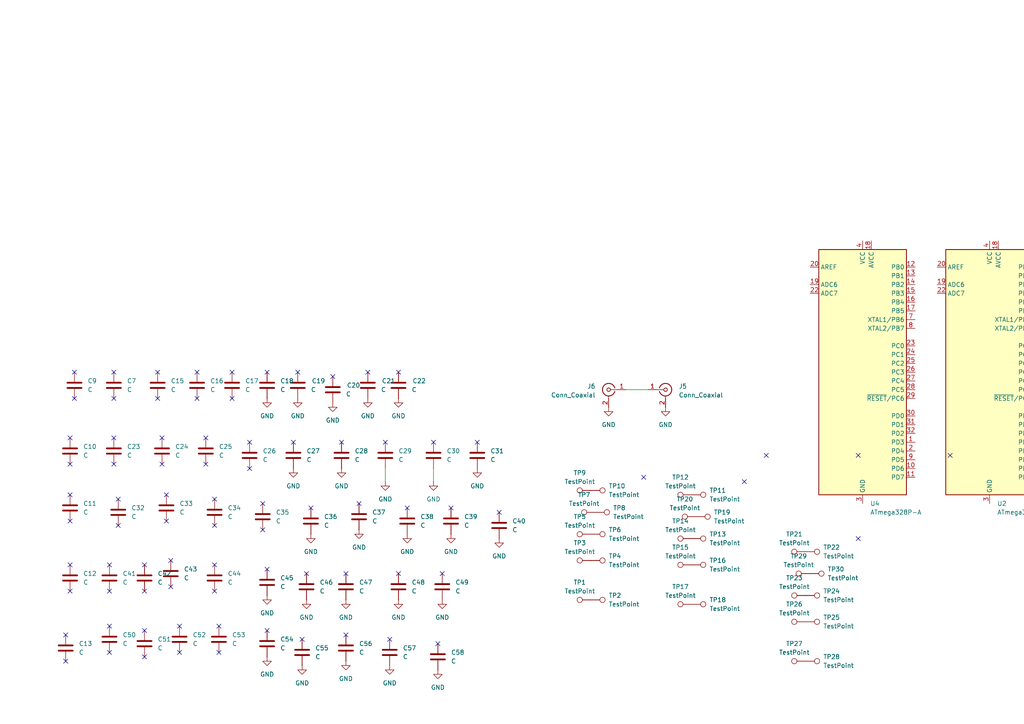
<source format=kicad_sch>
(kicad_sch
	(version 20231120)
	(generator "eeschema")
	(generator_version "8.0")
	(uuid "285c522d-0dcd-4053-8292-1aed358e081f")
	(paper "A4")
	(lib_symbols
		(symbol "Connector:Conn_Coaxial"
			(pin_names
				(offset 1.016) hide)
			(exclude_from_sim no)
			(in_bom yes)
			(on_board yes)
			(property "Reference" "J"
				(at 0.254 3.048 0)
				(effects
					(font
						(size 1.27 1.27)
					)
				)
			)
			(property "Value" "Conn_Coaxial"
				(at 2.921 0 90)
				(effects
					(font
						(size 1.27 1.27)
					)
				)
			)
			(property "Footprint" ""
				(at 0 0 0)
				(effects
					(font
						(size 1.27 1.27)
					)
					(hide yes)
				)
			)
			(property "Datasheet" "~"
				(at 0 0 0)
				(effects
					(font
						(size 1.27 1.27)
					)
					(hide yes)
				)
			)
			(property "Description" "coaxial connector (BNC, SMA, SMB, SMC, Cinch/RCA, LEMO, ...)"
				(at 0 0 0)
				(effects
					(font
						(size 1.27 1.27)
					)
					(hide yes)
				)
			)
			(property "ki_keywords" "BNC SMA SMB SMC LEMO coaxial connector CINCH RCA MCX MMCX U.FL UMRF"
				(at 0 0 0)
				(effects
					(font
						(size 1.27 1.27)
					)
					(hide yes)
				)
			)
			(property "ki_fp_filters" "*BNC* *SMA* *SMB* *SMC* *Cinch* *LEMO* *UMRF* *MCX* *U.FL*"
				(at 0 0 0)
				(effects
					(font
						(size 1.27 1.27)
					)
					(hide yes)
				)
			)
			(symbol "Conn_Coaxial_0_1"
				(arc
					(start -1.778 -0.508)
					(mid 0.2311 -1.8066)
					(end 1.778 0)
					(stroke
						(width 0.254)
						(type default)
					)
					(fill
						(type none)
					)
				)
				(polyline
					(pts
						(xy -2.54 0) (xy -0.508 0)
					)
					(stroke
						(width 0)
						(type default)
					)
					(fill
						(type none)
					)
				)
				(polyline
					(pts
						(xy 0 -2.54) (xy 0 -1.778)
					)
					(stroke
						(width 0)
						(type default)
					)
					(fill
						(type none)
					)
				)
				(circle
					(center 0 0)
					(radius 0.508)
					(stroke
						(width 0.2032)
						(type default)
					)
					(fill
						(type none)
					)
				)
				(arc
					(start 1.778 0)
					(mid 0.2099 1.8101)
					(end -1.778 0.508)
					(stroke
						(width 0.254)
						(type default)
					)
					(fill
						(type none)
					)
				)
			)
			(symbol "Conn_Coaxial_1_1"
				(pin passive line
					(at -5.08 0 0)
					(length 2.54)
					(name "In"
						(effects
							(font
								(size 1.27 1.27)
							)
						)
					)
					(number "1"
						(effects
							(font
								(size 1.27 1.27)
							)
						)
					)
				)
				(pin passive line
					(at 0 -5.08 90)
					(length 2.54)
					(name "Ext"
						(effects
							(font
								(size 1.27 1.27)
							)
						)
					)
					(number "2"
						(effects
							(font
								(size 1.27 1.27)
							)
						)
					)
				)
			)
		)
		(symbol "Connector:TestPoint"
			(pin_numbers hide)
			(pin_names
				(offset 0.762) hide)
			(exclude_from_sim no)
			(in_bom yes)
			(on_board yes)
			(property "Reference" "TP"
				(at 0 6.858 0)
				(effects
					(font
						(size 1.27 1.27)
					)
				)
			)
			(property "Value" "TestPoint"
				(at 0 5.08 0)
				(effects
					(font
						(size 1.27 1.27)
					)
				)
			)
			(property "Footprint" ""
				(at 5.08 0 0)
				(effects
					(font
						(size 1.27 1.27)
					)
					(hide yes)
				)
			)
			(property "Datasheet" "~"
				(at 5.08 0 0)
				(effects
					(font
						(size 1.27 1.27)
					)
					(hide yes)
				)
			)
			(property "Description" "test point"
				(at 0 0 0)
				(effects
					(font
						(size 1.27 1.27)
					)
					(hide yes)
				)
			)
			(property "ki_keywords" "test point tp"
				(at 0 0 0)
				(effects
					(font
						(size 1.27 1.27)
					)
					(hide yes)
				)
			)
			(property "ki_fp_filters" "Pin* Test*"
				(at 0 0 0)
				(effects
					(font
						(size 1.27 1.27)
					)
					(hide yes)
				)
			)
			(symbol "TestPoint_0_1"
				(circle
					(center 0 3.302)
					(radius 0.762)
					(stroke
						(width 0)
						(type default)
					)
					(fill
						(type none)
					)
				)
			)
			(symbol "TestPoint_1_1"
				(pin passive line
					(at 0 0 90)
					(length 2.54)
					(name "1"
						(effects
							(font
								(size 1.27 1.27)
							)
						)
					)
					(number "1"
						(effects
							(font
								(size 1.27 1.27)
							)
						)
					)
				)
			)
		)
		(symbol "Device:C"
			(pin_numbers hide)
			(pin_names
				(offset 0.254)
			)
			(exclude_from_sim no)
			(in_bom yes)
			(on_board yes)
			(property "Reference" "C"
				(at 0.635 2.54 0)
				(effects
					(font
						(size 1.27 1.27)
					)
					(justify left)
				)
			)
			(property "Value" "C"
				(at 0.635 -2.54 0)
				(effects
					(font
						(size 1.27 1.27)
					)
					(justify left)
				)
			)
			(property "Footprint" ""
				(at 0.9652 -3.81 0)
				(effects
					(font
						(size 1.27 1.27)
					)
					(hide yes)
				)
			)
			(property "Datasheet" "~"
				(at 0 0 0)
				(effects
					(font
						(size 1.27 1.27)
					)
					(hide yes)
				)
			)
			(property "Description" "Unpolarized capacitor"
				(at 0 0 0)
				(effects
					(font
						(size 1.27 1.27)
					)
					(hide yes)
				)
			)
			(property "ki_keywords" "cap capacitor"
				(at 0 0 0)
				(effects
					(font
						(size 1.27 1.27)
					)
					(hide yes)
				)
			)
			(property "ki_fp_filters" "C_*"
				(at 0 0 0)
				(effects
					(font
						(size 1.27 1.27)
					)
					(hide yes)
				)
			)
			(symbol "C_0_1"
				(polyline
					(pts
						(xy -2.032 -0.762) (xy 2.032 -0.762)
					)
					(stroke
						(width 0.508)
						(type default)
					)
					(fill
						(type none)
					)
				)
				(polyline
					(pts
						(xy -2.032 0.762) (xy 2.032 0.762)
					)
					(stroke
						(width 0.508)
						(type default)
					)
					(fill
						(type none)
					)
				)
			)
			(symbol "C_1_1"
				(pin passive line
					(at 0 3.81 270)
					(length 2.794)
					(name "~"
						(effects
							(font
								(size 1.27 1.27)
							)
						)
					)
					(number "1"
						(effects
							(font
								(size 1.27 1.27)
							)
						)
					)
				)
				(pin passive line
					(at 0 -3.81 90)
					(length 2.794)
					(name "~"
						(effects
							(font
								(size 1.27 1.27)
							)
						)
					)
					(number "2"
						(effects
							(font
								(size 1.27 1.27)
							)
						)
					)
				)
			)
		)
		(symbol "MCU_Microchip_ATmega:ATmega328P-A"
			(exclude_from_sim no)
			(in_bom yes)
			(on_board yes)
			(property "Reference" "U"
				(at -12.7 36.83 0)
				(effects
					(font
						(size 1.27 1.27)
					)
					(justify left bottom)
				)
			)
			(property "Value" "ATmega328P-A"
				(at 2.54 -36.83 0)
				(effects
					(font
						(size 1.27 1.27)
					)
					(justify left top)
				)
			)
			(property "Footprint" "Package_QFP:TQFP-32_7x7mm_P0.8mm"
				(at 0 0 0)
				(effects
					(font
						(size 1.27 1.27)
						(italic yes)
					)
					(hide yes)
				)
			)
			(property "Datasheet" "http://ww1.microchip.com/downloads/en/DeviceDoc/ATmega328_P%20AVR%20MCU%20with%20picoPower%20Technology%20Data%20Sheet%2040001984A.pdf"
				(at 0 0 0)
				(effects
					(font
						(size 1.27 1.27)
					)
					(hide yes)
				)
			)
			(property "Description" "20MHz, 32kB Flash, 2kB SRAM, 1kB EEPROM, TQFP-32"
				(at 0 0 0)
				(effects
					(font
						(size 1.27 1.27)
					)
					(hide yes)
				)
			)
			(property "ki_keywords" "AVR 8bit Microcontroller MegaAVR PicoPower"
				(at 0 0 0)
				(effects
					(font
						(size 1.27 1.27)
					)
					(hide yes)
				)
			)
			(property "ki_fp_filters" "TQFP*7x7mm*P0.8mm*"
				(at 0 0 0)
				(effects
					(font
						(size 1.27 1.27)
					)
					(hide yes)
				)
			)
			(symbol "ATmega328P-A_0_1"
				(rectangle
					(start -12.7 -35.56)
					(end 12.7 35.56)
					(stroke
						(width 0.254)
						(type default)
					)
					(fill
						(type background)
					)
				)
			)
			(symbol "ATmega328P-A_1_1"
				(pin bidirectional line
					(at 15.24 -20.32 180)
					(length 2.54)
					(name "PD3"
						(effects
							(font
								(size 1.27 1.27)
							)
						)
					)
					(number "1"
						(effects
							(font
								(size 1.27 1.27)
							)
						)
					)
				)
				(pin bidirectional line
					(at 15.24 -27.94 180)
					(length 2.54)
					(name "PD6"
						(effects
							(font
								(size 1.27 1.27)
							)
						)
					)
					(number "10"
						(effects
							(font
								(size 1.27 1.27)
							)
						)
					)
				)
				(pin bidirectional line
					(at 15.24 -30.48 180)
					(length 2.54)
					(name "PD7"
						(effects
							(font
								(size 1.27 1.27)
							)
						)
					)
					(number "11"
						(effects
							(font
								(size 1.27 1.27)
							)
						)
					)
				)
				(pin bidirectional line
					(at 15.24 30.48 180)
					(length 2.54)
					(name "PB0"
						(effects
							(font
								(size 1.27 1.27)
							)
						)
					)
					(number "12"
						(effects
							(font
								(size 1.27 1.27)
							)
						)
					)
				)
				(pin bidirectional line
					(at 15.24 27.94 180)
					(length 2.54)
					(name "PB1"
						(effects
							(font
								(size 1.27 1.27)
							)
						)
					)
					(number "13"
						(effects
							(font
								(size 1.27 1.27)
							)
						)
					)
				)
				(pin bidirectional line
					(at 15.24 25.4 180)
					(length 2.54)
					(name "PB2"
						(effects
							(font
								(size 1.27 1.27)
							)
						)
					)
					(number "14"
						(effects
							(font
								(size 1.27 1.27)
							)
						)
					)
				)
				(pin bidirectional line
					(at 15.24 22.86 180)
					(length 2.54)
					(name "PB3"
						(effects
							(font
								(size 1.27 1.27)
							)
						)
					)
					(number "15"
						(effects
							(font
								(size 1.27 1.27)
							)
						)
					)
				)
				(pin bidirectional line
					(at 15.24 20.32 180)
					(length 2.54)
					(name "PB4"
						(effects
							(font
								(size 1.27 1.27)
							)
						)
					)
					(number "16"
						(effects
							(font
								(size 1.27 1.27)
							)
						)
					)
				)
				(pin bidirectional line
					(at 15.24 17.78 180)
					(length 2.54)
					(name "PB5"
						(effects
							(font
								(size 1.27 1.27)
							)
						)
					)
					(number "17"
						(effects
							(font
								(size 1.27 1.27)
							)
						)
					)
				)
				(pin power_in line
					(at 2.54 38.1 270)
					(length 2.54)
					(name "AVCC"
						(effects
							(font
								(size 1.27 1.27)
							)
						)
					)
					(number "18"
						(effects
							(font
								(size 1.27 1.27)
							)
						)
					)
				)
				(pin input line
					(at -15.24 25.4 0)
					(length 2.54)
					(name "ADC6"
						(effects
							(font
								(size 1.27 1.27)
							)
						)
					)
					(number "19"
						(effects
							(font
								(size 1.27 1.27)
							)
						)
					)
				)
				(pin bidirectional line
					(at 15.24 -22.86 180)
					(length 2.54)
					(name "PD4"
						(effects
							(font
								(size 1.27 1.27)
							)
						)
					)
					(number "2"
						(effects
							(font
								(size 1.27 1.27)
							)
						)
					)
				)
				(pin passive line
					(at -15.24 30.48 0)
					(length 2.54)
					(name "AREF"
						(effects
							(font
								(size 1.27 1.27)
							)
						)
					)
					(number "20"
						(effects
							(font
								(size 1.27 1.27)
							)
						)
					)
				)
				(pin passive line
					(at 0 -38.1 90)
					(length 2.54) hide
					(name "GND"
						(effects
							(font
								(size 1.27 1.27)
							)
						)
					)
					(number "21"
						(effects
							(font
								(size 1.27 1.27)
							)
						)
					)
				)
				(pin input line
					(at -15.24 22.86 0)
					(length 2.54)
					(name "ADC7"
						(effects
							(font
								(size 1.27 1.27)
							)
						)
					)
					(number "22"
						(effects
							(font
								(size 1.27 1.27)
							)
						)
					)
				)
				(pin bidirectional line
					(at 15.24 7.62 180)
					(length 2.54)
					(name "PC0"
						(effects
							(font
								(size 1.27 1.27)
							)
						)
					)
					(number "23"
						(effects
							(font
								(size 1.27 1.27)
							)
						)
					)
				)
				(pin bidirectional line
					(at 15.24 5.08 180)
					(length 2.54)
					(name "PC1"
						(effects
							(font
								(size 1.27 1.27)
							)
						)
					)
					(number "24"
						(effects
							(font
								(size 1.27 1.27)
							)
						)
					)
				)
				(pin bidirectional line
					(at 15.24 2.54 180)
					(length 2.54)
					(name "PC2"
						(effects
							(font
								(size 1.27 1.27)
							)
						)
					)
					(number "25"
						(effects
							(font
								(size 1.27 1.27)
							)
						)
					)
				)
				(pin bidirectional line
					(at 15.24 0 180)
					(length 2.54)
					(name "PC3"
						(effects
							(font
								(size 1.27 1.27)
							)
						)
					)
					(number "26"
						(effects
							(font
								(size 1.27 1.27)
							)
						)
					)
				)
				(pin bidirectional line
					(at 15.24 -2.54 180)
					(length 2.54)
					(name "PC4"
						(effects
							(font
								(size 1.27 1.27)
							)
						)
					)
					(number "27"
						(effects
							(font
								(size 1.27 1.27)
							)
						)
					)
				)
				(pin bidirectional line
					(at 15.24 -5.08 180)
					(length 2.54)
					(name "PC5"
						(effects
							(font
								(size 1.27 1.27)
							)
						)
					)
					(number "28"
						(effects
							(font
								(size 1.27 1.27)
							)
						)
					)
				)
				(pin bidirectional line
					(at 15.24 -7.62 180)
					(length 2.54)
					(name "~{RESET}/PC6"
						(effects
							(font
								(size 1.27 1.27)
							)
						)
					)
					(number "29"
						(effects
							(font
								(size 1.27 1.27)
							)
						)
					)
				)
				(pin power_in line
					(at 0 -38.1 90)
					(length 2.54)
					(name "GND"
						(effects
							(font
								(size 1.27 1.27)
							)
						)
					)
					(number "3"
						(effects
							(font
								(size 1.27 1.27)
							)
						)
					)
				)
				(pin bidirectional line
					(at 15.24 -12.7 180)
					(length 2.54)
					(name "PD0"
						(effects
							(font
								(size 1.27 1.27)
							)
						)
					)
					(number "30"
						(effects
							(font
								(size 1.27 1.27)
							)
						)
					)
				)
				(pin bidirectional line
					(at 15.24 -15.24 180)
					(length 2.54)
					(name "PD1"
						(effects
							(font
								(size 1.27 1.27)
							)
						)
					)
					(number "31"
						(effects
							(font
								(size 1.27 1.27)
							)
						)
					)
				)
				(pin bidirectional line
					(at 15.24 -17.78 180)
					(length 2.54)
					(name "PD2"
						(effects
							(font
								(size 1.27 1.27)
							)
						)
					)
					(number "32"
						(effects
							(font
								(size 1.27 1.27)
							)
						)
					)
				)
				(pin power_in line
					(at 0 38.1 270)
					(length 2.54)
					(name "VCC"
						(effects
							(font
								(size 1.27 1.27)
							)
						)
					)
					(number "4"
						(effects
							(font
								(size 1.27 1.27)
							)
						)
					)
				)
				(pin passive line
					(at 0 -38.1 90)
					(length 2.54) hide
					(name "GND"
						(effects
							(font
								(size 1.27 1.27)
							)
						)
					)
					(number "5"
						(effects
							(font
								(size 1.27 1.27)
							)
						)
					)
				)
				(pin passive line
					(at 0 38.1 270)
					(length 2.54) hide
					(name "VCC"
						(effects
							(font
								(size 1.27 1.27)
							)
						)
					)
					(number "6"
						(effects
							(font
								(size 1.27 1.27)
							)
						)
					)
				)
				(pin bidirectional line
					(at 15.24 15.24 180)
					(length 2.54)
					(name "XTAL1/PB6"
						(effects
							(font
								(size 1.27 1.27)
							)
						)
					)
					(number "7"
						(effects
							(font
								(size 1.27 1.27)
							)
						)
					)
				)
				(pin bidirectional line
					(at 15.24 12.7 180)
					(length 2.54)
					(name "XTAL2/PB7"
						(effects
							(font
								(size 1.27 1.27)
							)
						)
					)
					(number "8"
						(effects
							(font
								(size 1.27 1.27)
							)
						)
					)
				)
				(pin bidirectional line
					(at 15.24 -25.4 180)
					(length 2.54)
					(name "PD5"
						(effects
							(font
								(size 1.27 1.27)
							)
						)
					)
					(number "9"
						(effects
							(font
								(size 1.27 1.27)
							)
						)
					)
				)
			)
		)
		(symbol "power:GND"
			(power)
			(pin_numbers hide)
			(pin_names
				(offset 0) hide)
			(exclude_from_sim no)
			(in_bom yes)
			(on_board yes)
			(property "Reference" "#PWR"
				(at 0 -6.35 0)
				(effects
					(font
						(size 1.27 1.27)
					)
					(hide yes)
				)
			)
			(property "Value" "GND"
				(at 0 -3.81 0)
				(effects
					(font
						(size 1.27 1.27)
					)
				)
			)
			(property "Footprint" ""
				(at 0 0 0)
				(effects
					(font
						(size 1.27 1.27)
					)
					(hide yes)
				)
			)
			(property "Datasheet" ""
				(at 0 0 0)
				(effects
					(font
						(size 1.27 1.27)
					)
					(hide yes)
				)
			)
			(property "Description" "Power symbol creates a global label with name \"GND\" , ground"
				(at 0 0 0)
				(effects
					(font
						(size 1.27 1.27)
					)
					(hide yes)
				)
			)
			(property "ki_keywords" "global power"
				(at 0 0 0)
				(effects
					(font
						(size 1.27 1.27)
					)
					(hide yes)
				)
			)
			(symbol "GND_0_1"
				(polyline
					(pts
						(xy 0 0) (xy 0 -1.27) (xy 1.27 -1.27) (xy 0 -2.54) (xy -1.27 -1.27) (xy 0 -1.27)
					)
					(stroke
						(width 0)
						(type default)
					)
					(fill
						(type none)
					)
				)
			)
			(symbol "GND_1_1"
				(pin power_in line
					(at 0 0 270)
					(length 0)
					(name "~"
						(effects
							(font
								(size 1.27 1.27)
							)
						)
					)
					(number "1"
						(effects
							(font
								(size 1.27 1.27)
							)
						)
					)
				)
			)
		)
	)
	(no_connect
		(at 20.32 171.45)
		(uuid "0100163e-c980-4077-876b-74bbba97fb33")
	)
	(no_connect
		(at 186.69 138.43)
		(uuid "026b3b15-6a0d-4349-b330-d92eb34e4bdb")
	)
	(no_connect
		(at 113.03 185.42)
		(uuid "09c1e3cc-b154-4c47-8b5d-130dfcca7654")
	)
	(no_connect
		(at 138.43 128.27)
		(uuid "0a88eafb-d6fe-45f5-a886-8d58e7e51fec")
	)
	(no_connect
		(at 106.68 107.95)
		(uuid "0f6c52cb-9a6f-4e6a-b88e-1fb8e790e69c")
	)
	(no_connect
		(at 99.06 128.27)
		(uuid "139cd5f1-b731-45db-89a7-93aa78189a75")
	)
	(no_connect
		(at 62.23 163.83)
		(uuid "13f51a19-e225-4567-bb4d-aaf068994c5a")
	)
	(no_connect
		(at 77.47 165.1)
		(uuid "19502164-5a98-4790-a9d6-294f61e6cd63")
	)
	(no_connect
		(at 20.32 143.51)
		(uuid "20845a84-1dd8-4940-a3b1-74556e7ed807")
	)
	(no_connect
		(at 20.32 134.62)
		(uuid "209eac2e-5dbb-4fe4-8016-502de43dc1d0")
	)
	(no_connect
		(at 100.33 184.15)
		(uuid "22501610-a32f-4679-8747-fd2469e94be5")
	)
	(no_connect
		(at 31.75 163.83)
		(uuid "22fec068-d28a-464c-b5cf-eba467a11299")
	)
	(no_connect
		(at 222.25 132.08)
		(uuid "28551e25-b72f-43fa-b1aa-3b4bff65dc23")
	)
	(no_connect
		(at 52.07 189.23)
		(uuid "29628bd7-85f0-4ee5-8b08-3475694c509e")
	)
	(no_connect
		(at 115.57 166.37)
		(uuid "2babff7d-2a5c-4549-97c7-efe3c1eec877")
	)
	(no_connect
		(at 34.29 144.78)
		(uuid "2be81c41-e047-4443-b48a-b0008c788a81")
	)
	(no_connect
		(at 49.53 162.56)
		(uuid "2eee523b-1cef-4f27-b20d-93064a090b73")
	)
	(no_connect
		(at 52.07 181.61)
		(uuid "32f0f6f1-7a18-4a95-b28b-26615a65998f")
	)
	(no_connect
		(at 63.5 181.61)
		(uuid "360e4212-a749-40be-93fa-d7bf30262960")
	)
	(no_connect
		(at 76.2 146.05)
		(uuid "3a4cb487-6036-4459-bce1-22283c8ef3f0")
	)
	(no_connect
		(at 34.29 152.4)
		(uuid "3aca1057-e617-456c-bc29-d82d3e3ac57a")
	)
	(no_connect
		(at 46.99 127)
		(uuid "3b248277-16ce-4042-9101-3c79edb19610")
	)
	(no_connect
		(at 88.9 166.37)
		(uuid "3ca0121e-619c-40cf-9d60-ea10777f58ae")
	)
	(no_connect
		(at 59.69 127)
		(uuid "3cf5150d-49e8-47b5-9425-5d164a3a5d0a")
	)
	(no_connect
		(at 45.72 115.57)
		(uuid "3ee2db2f-eea6-40fb-84ac-588513d7b9c8")
	)
	(no_connect
		(at 48.26 143.51)
		(uuid "400d2432-7760-4fac-b93e-4aebfd1181ef")
	)
	(no_connect
		(at 115.57 107.95)
		(uuid "40b50220-e29a-4441-9845-4622ef63b007")
	)
	(no_connect
		(at 31.75 171.45)
		(uuid "47308c19-3432-405a-b9c9-6550a7c9e2e6")
	)
	(no_connect
		(at 41.91 190.5)
		(uuid "4bc4e806-859a-4fd9-ae90-216d5ac64f4b")
	)
	(no_connect
		(at 67.31 115.57)
		(uuid "4eefd12e-2c9e-476a-a10a-f2911a14f44a")
	)
	(no_connect
		(at 21.59 107.95)
		(uuid "53668132-707e-4c8b-bf41-8cb449b2bd77")
	)
	(no_connect
		(at 100.33 166.37)
		(uuid "53ff4607-36fa-4940-ab33-63a3e68f39d3")
	)
	(no_connect
		(at 57.15 115.57)
		(uuid "5441b6ae-2e11-4a2e-8d6a-a19b5c08eceb")
	)
	(no_connect
		(at 77.47 107.95)
		(uuid "552cb8bd-4e2f-47f7-8c69-b220ee73824b")
	)
	(no_connect
		(at 41.91 163.83)
		(uuid "55b40f9a-0e76-4c7a-8816-bc025ead282f")
	)
	(no_connect
		(at 215.9 139.7)
		(uuid "5f3d0035-4947-4b62-85c3-ea8c84c8e633")
	)
	(no_connect
		(at 275.59 132.08)
		(uuid "65e42b9f-c17a-445a-9714-8dcc039c2b45")
	)
	(no_connect
		(at 20.32 163.83)
		(uuid "6ba4b84e-b080-46ca-bcaf-ee44dd6d0f1b")
	)
	(no_connect
		(at 48.26 151.13)
		(uuid "70b7227d-7990-4179-89f2-d7118f037b72")
	)
	(no_connect
		(at 21.59 115.57)
		(uuid "7257f601-fd7e-4c0a-ad0e-482a5fa020e9")
	)
	(no_connect
		(at 96.52 109.22)
		(uuid "75a2204c-04ef-45fc-bd3f-534cd0715941")
	)
	(no_connect
		(at 20.32 151.13)
		(uuid "77dddaa2-cdbe-42b2-a116-f06d34655482")
	)
	(no_connect
		(at 111.76 128.27)
		(uuid "780e517c-921c-465e-b98d-7478d3b8cc4e")
	)
	(no_connect
		(at 144.78 148.59)
		(uuid "79dd8892-c5b4-43ef-b2af-20c894641125")
	)
	(no_connect
		(at 33.02 127)
		(uuid "79f13fc3-ce7a-43ff-95a3-6a18239427d6")
	)
	(no_connect
		(at 49.53 170.18)
		(uuid "7d5d00b5-bfb0-4202-8fcf-cbc53e36ee5b")
	)
	(no_connect
		(at 248.92 132.08)
		(uuid "82fb125a-16ab-4d88-8cad-3d4fbcd727fc")
	)
	(no_connect
		(at 90.17 147.32)
		(uuid "88b604ce-8b39-4911-9d22-d017be8b5a4d")
	)
	(no_connect
		(at 86.36 107.95)
		(uuid "8b1a7574-fff5-4f82-a758-81125109c2da")
	)
	(no_connect
		(at 19.05 184.15)
		(uuid "8bb7f9ea-30ac-4279-a18f-1f10f13a8646")
	)
	(no_connect
		(at 62.23 171.45)
		(uuid "8be6ea22-4ea7-4d86-852a-3b4a8202c3a1")
	)
	(no_connect
		(at 72.39 135.89)
		(uuid "8d12b7a3-8170-4fea-9f2e-143955834aab")
	)
	(no_connect
		(at 31.75 189.23)
		(uuid "8dbad73d-2f27-49b8-95c2-e6736b3a9aa3")
	)
	(no_connect
		(at 19.05 191.77)
		(uuid "947addc3-7298-40f9-8533-330fcefabeef")
	)
	(no_connect
		(at 118.11 147.32)
		(uuid "9b8a7162-693b-47bf-840f-913264e50d10")
	)
	(no_connect
		(at 33.02 115.57)
		(uuid "9cbb758b-67f8-42ab-988c-f2bf1bb4eaa1")
	)
	(no_connect
		(at 76.2 153.67)
		(uuid "9e5ba117-c722-414b-9a98-45b002d0edf6")
	)
	(no_connect
		(at 62.23 152.4)
		(uuid "9fbcb067-5b25-424b-bf96-31b2a79640a6")
	)
	(no_connect
		(at 67.31 107.95)
		(uuid "a0d78dc5-1684-475a-a6a4-31e3a033034f")
	)
	(no_connect
		(at 41.91 182.88)
		(uuid "a0ffd7e4-5120-435a-a445-ad2c08939591")
	)
	(no_connect
		(at 20.32 127)
		(uuid "a5115aea-6778-4e19-9a7c-31518203248a")
	)
	(no_connect
		(at 62.23 144.78)
		(uuid "a7032378-5542-4d74-9703-4a499de7ba4a")
	)
	(no_connect
		(at 41.91 171.45)
		(uuid "a7e54324-c656-44e8-b78d-9bad4bd21e5d")
	)
	(no_connect
		(at 85.09 128.27)
		(uuid "ae1d0fc3-43dc-488b-a535-b30b72df0494")
	)
	(no_connect
		(at 46.99 134.62)
		(uuid "af258a46-9d7a-4e7a-adfb-4636c5bda2cd")
	)
	(no_connect
		(at 33.02 107.95)
		(uuid "b234bf30-da0c-4605-a579-ec24ad7f58c1")
	)
	(no_connect
		(at 125.73 128.27)
		(uuid "b57a5a97-9991-478b-aeac-0f569f2059e2")
	)
	(no_connect
		(at 57.15 107.95)
		(uuid "b88ce5e0-ead5-4d09-82b4-aff8ec2527d8")
	)
	(no_connect
		(at 77.47 182.88)
		(uuid "bc09a9f0-5acd-4b82-963d-bf2286d3a8da")
	)
	(no_connect
		(at 128.27 166.37)
		(uuid "bc7e3a35-5016-465e-9b50-d5e66aeae329")
	)
	(no_connect
		(at 31.75 181.61)
		(uuid "c38ba347-75d3-4592-8d1e-57ce22ee0d7e")
	)
	(no_connect
		(at 87.63 185.42)
		(uuid "c395c31e-6525-48f3-b737-46a67fecc6d5")
	)
	(no_connect
		(at 248.92 156.21)
		(uuid "d15b5c64-e602-435c-9792-a9cbf4361248")
	)
	(no_connect
		(at 33.02 134.62)
		(uuid "dc1f7603-ab04-4141-8da8-d9522fb47bfa")
	)
	(no_connect
		(at 59.69 134.62)
		(uuid "e02b0792-8310-412f-9f4f-1b8bc819e96e")
	)
	(no_connect
		(at 72.39 128.27)
		(uuid "e7c2b603-0d53-4952-9ae0-422828393185")
	)
	(no_connect
		(at 127 186.69)
		(uuid "f1ee57e3-1ffa-442a-9b73-12fccdd842c7")
	)
	(no_connect
		(at 45.72 107.95)
		(uuid "f2001d2c-256f-4610-9410-8c03cff8d69d")
	)
	(no_connect
		(at 130.81 147.32)
		(uuid "f282d19f-0b78-4b60-9f9d-8da36e6675a9")
	)
	(no_connect
		(at 104.14 146.05)
		(uuid "fc8576df-40eb-48a5-8acf-89a3bf18be1e")
	)
	(no_connect
		(at 63.5 189.23)
		(uuid "fe37dda3-278e-4ccf-a225-311338fa5c42")
	)
	(wire
		(pts
			(xy 181.61 113.03) (xy 187.96 113.03)
		)
		(stroke
			(width 0)
			(type default)
		)
		(uuid "7f5f03df-4740-4e36-a696-db766c8cf959")
	)
	(wire
		(pts
			(xy 111.76 139.7) (xy 111.76 135.89)
		)
		(stroke
			(width 0)
			(type default)
		)
		(uuid "99243b89-d0fb-49dd-a8d5-c639617bc49b")
	)
	(wire
		(pts
			(xy 125.73 139.7) (xy 125.73 135.89)
		)
		(stroke
			(width 0)
			(type default)
		)
		(uuid "f9e8ded8-a14b-4a21-93bf-afab655f2c28")
	)
	(symbol
		(lib_id "power:GND")
		(at 176.53 118.11 0)
		(unit 1)
		(exclude_from_sim no)
		(in_bom yes)
		(on_board yes)
		(dnp no)
		(fields_autoplaced yes)
		(uuid "00b1df87-30a2-42e5-b021-d8b38fc2e250")
		(property "Reference" "#PWR018"
			(at 176.53 124.46 0)
			(effects
				(font
					(size 1.27 1.27)
				)
				(hide yes)
			)
		)
		(property "Value" "GND"
			(at 176.53 123.19 0)
			(effects
				(font
					(size 1.27 1.27)
				)
			)
		)
		(property "Footprint" ""
			(at 176.53 118.11 0)
			(effects
				(font
					(size 1.27 1.27)
				)
				(hide yes)
			)
		)
		(property "Datasheet" ""
			(at 176.53 118.11 0)
			(effects
				(font
					(size 1.27 1.27)
				)
				(hide yes)
			)
		)
		(property "Description" "Power symbol creates a global label with name \"GND\" , ground"
			(at 176.53 118.11 0)
			(effects
				(font
					(size 1.27 1.27)
				)
				(hide yes)
			)
		)
		(pin "1"
			(uuid "ba6c3d37-becf-4c78-bfae-9d38320b0fff")
		)
		(instances
			(project "241231_ruler"
				(path "/285c522d-0dcd-4053-8292-1aed358e081f"
					(reference "#PWR018")
					(unit 1)
				)
			)
		)
	)
	(symbol
		(lib_id "power:GND")
		(at 85.09 135.89 0)
		(unit 1)
		(exclude_from_sim no)
		(in_bom yes)
		(on_board yes)
		(dnp no)
		(fields_autoplaced yes)
		(uuid "05fd1fd5-53ff-439b-913e-4217f6ca6095")
		(property "Reference" "#PWR026"
			(at 85.09 142.24 0)
			(effects
				(font
					(size 1.27 1.27)
				)
				(hide yes)
			)
		)
		(property "Value" "GND"
			(at 85.09 140.97 0)
			(effects
				(font
					(size 1.27 1.27)
				)
			)
		)
		(property "Footprint" ""
			(at 85.09 135.89 0)
			(effects
				(font
					(size 1.27 1.27)
				)
				(hide yes)
			)
		)
		(property "Datasheet" ""
			(at 85.09 135.89 0)
			(effects
				(font
					(size 1.27 1.27)
				)
				(hide yes)
			)
		)
		(property "Description" "Power symbol creates a global label with name \"GND\" , ground"
			(at 85.09 135.89 0)
			(effects
				(font
					(size 1.27 1.27)
				)
				(hide yes)
			)
		)
		(pin "1"
			(uuid "34829287-a21f-4409-a9b5-df9716ec06ab")
		)
		(instances
			(project "241231_ruler"
				(path "/285c522d-0dcd-4053-8292-1aed358e081f"
					(reference "#PWR026")
					(unit 1)
				)
			)
		)
	)
	(symbol
		(lib_id "power:GND")
		(at 77.47 172.72 0)
		(unit 1)
		(exclude_from_sim no)
		(in_bom yes)
		(on_board yes)
		(dnp no)
		(fields_autoplaced yes)
		(uuid "09f92069-9d81-43ad-a838-732db066001b")
		(property "Reference" "#PWR036"
			(at 77.47 179.07 0)
			(effects
				(font
					(size 1.27 1.27)
				)
				(hide yes)
			)
		)
		(property "Value" "GND"
			(at 77.47 177.8 0)
			(effects
				(font
					(size 1.27 1.27)
				)
			)
		)
		(property "Footprint" ""
			(at 77.47 172.72 0)
			(effects
				(font
					(size 1.27 1.27)
				)
				(hide yes)
			)
		)
		(property "Datasheet" ""
			(at 77.47 172.72 0)
			(effects
				(font
					(size 1.27 1.27)
				)
				(hide yes)
			)
		)
		(property "Description" "Power symbol creates a global label with name \"GND\" , ground"
			(at 77.47 172.72 0)
			(effects
				(font
					(size 1.27 1.27)
				)
				(hide yes)
			)
		)
		(pin "1"
			(uuid "e5adfe28-bfb8-4719-ae20-3e29c75960ee")
		)
		(instances
			(project "241231_ruler"
				(path "/285c522d-0dcd-4053-8292-1aed358e081f"
					(reference "#PWR036")
					(unit 1)
				)
			)
		)
	)
	(symbol
		(lib_id "Device:C")
		(at 34.29 148.59 0)
		(unit 1)
		(exclude_from_sim no)
		(in_bom yes)
		(on_board yes)
		(dnp no)
		(fields_autoplaced yes)
		(uuid "0a1812cf-03c0-4350-87a8-b8b018619a0f")
		(property "Reference" "C32"
			(at 38.1 147.3199 0)
			(effects
				(font
					(size 1.27 1.27)
				)
				(justify left)
			)
		)
		(property "Value" "C"
			(at 38.1 149.8599 0)
			(effects
				(font
					(size 1.27 1.27)
				)
				(justify left)
			)
		)
		(property "Footprint" "Capacitor_SMD:C_0603_1608Metric_Pad1.08x0.95mm_HandSolder"
			(at 35.2552 152.4 0)
			(effects
				(font
					(size 1.27 1.27)
				)
				(hide yes)
			)
		)
		(property "Datasheet" "~"
			(at 34.29 148.59 0)
			(effects
				(font
					(size 1.27 1.27)
				)
				(hide yes)
			)
		)
		(property "Description" "Unpolarized capacitor"
			(at 34.29 148.59 0)
			(effects
				(font
					(size 1.27 1.27)
				)
				(hide yes)
			)
		)
		(pin "2"
			(uuid "3d178c17-7f42-4ff0-b248-79611d9aaf9c")
		)
		(pin "1"
			(uuid "48f5f78d-a343-4992-a4d9-fcd4cc05385c")
		)
		(instances
			(project "241231_ruler"
				(path "/285c522d-0dcd-4053-8292-1aed358e081f"
					(reference "C32")
					(unit 1)
				)
			)
		)
	)
	(symbol
		(lib_id "power:GND")
		(at 77.47 115.57 0)
		(unit 1)
		(exclude_from_sim no)
		(in_bom yes)
		(on_board yes)
		(dnp no)
		(fields_autoplaced yes)
		(uuid "180e0c37-e55c-4b1b-8705-d91065279c4e")
		(property "Reference" "#PWR021"
			(at 77.47 121.92 0)
			(effects
				(font
					(size 1.27 1.27)
				)
				(hide yes)
			)
		)
		(property "Value" "GND"
			(at 77.47 120.65 0)
			(effects
				(font
					(size 1.27 1.27)
				)
			)
		)
		(property "Footprint" ""
			(at 77.47 115.57 0)
			(effects
				(font
					(size 1.27 1.27)
				)
				(hide yes)
			)
		)
		(property "Datasheet" ""
			(at 77.47 115.57 0)
			(effects
				(font
					(size 1.27 1.27)
				)
				(hide yes)
			)
		)
		(property "Description" "Power symbol creates a global label with name \"GND\" , ground"
			(at 77.47 115.57 0)
			(effects
				(font
					(size 1.27 1.27)
				)
				(hide yes)
			)
		)
		(pin "1"
			(uuid "8063f78e-573f-43f7-971c-250f72d88c05")
		)
		(instances
			(project "241231_ruler"
				(path "/285c522d-0dcd-4053-8292-1aed358e081f"
					(reference "#PWR021")
					(unit 1)
				)
			)
		)
	)
	(symbol
		(lib_id "power:GND")
		(at 87.63 193.04 0)
		(unit 1)
		(exclude_from_sim no)
		(in_bom yes)
		(on_board yes)
		(dnp no)
		(fields_autoplaced yes)
		(uuid "1b2f6720-5db3-4982-a5fa-65e20ffd4df0")
		(property "Reference" "#PWR042"
			(at 87.63 199.39 0)
			(effects
				(font
					(size 1.27 1.27)
				)
				(hide yes)
			)
		)
		(property "Value" "GND"
			(at 87.63 198.12 0)
			(effects
				(font
					(size 1.27 1.27)
				)
			)
		)
		(property "Footprint" ""
			(at 87.63 193.04 0)
			(effects
				(font
					(size 1.27 1.27)
				)
				(hide yes)
			)
		)
		(property "Datasheet" ""
			(at 87.63 193.04 0)
			(effects
				(font
					(size 1.27 1.27)
				)
				(hide yes)
			)
		)
		(property "Description" "Power symbol creates a global label with name \"GND\" , ground"
			(at 87.63 193.04 0)
			(effects
				(font
					(size 1.27 1.27)
				)
				(hide yes)
			)
		)
		(pin "1"
			(uuid "9da68b49-595f-4200-8400-04749d734f08")
		)
		(instances
			(project "241231_ruler"
				(path "/285c522d-0dcd-4053-8292-1aed358e081f"
					(reference "#PWR042")
					(unit 1)
				)
			)
		)
	)
	(symbol
		(lib_id "Device:C")
		(at 52.07 185.42 0)
		(unit 1)
		(exclude_from_sim no)
		(in_bom yes)
		(on_board yes)
		(dnp no)
		(fields_autoplaced yes)
		(uuid "1b3b3f4d-e984-44a9-a020-6fc86f11f17a")
		(property "Reference" "C52"
			(at 55.88 184.1499 0)
			(effects
				(font
					(size 1.27 1.27)
				)
				(justify left)
			)
		)
		(property "Value" "C"
			(at 55.88 186.6899 0)
			(effects
				(font
					(size 1.27 1.27)
				)
				(justify left)
			)
		)
		(property "Footprint" "Capacitor_SMD:C_1206_3216Metric_Pad1.33x1.80mm_HandSolder"
			(at 53.0352 189.23 0)
			(effects
				(font
					(size 1.27 1.27)
				)
				(hide yes)
			)
		)
		(property "Datasheet" "~"
			(at 52.07 185.42 0)
			(effects
				(font
					(size 1.27 1.27)
				)
				(hide yes)
			)
		)
		(property "Description" "Unpolarized capacitor"
			(at 52.07 185.42 0)
			(effects
				(font
					(size 1.27 1.27)
				)
				(hide yes)
			)
		)
		(pin "2"
			(uuid "ca65ac5c-1a3a-439c-a7a4-fae38f8818c4")
		)
		(pin "1"
			(uuid "53fd8f5a-ab65-4c70-a891-4649fa7a84e0")
		)
		(instances
			(project "241231_ruler"
				(path "/285c522d-0dcd-4053-8292-1aed358e081f"
					(reference "C52")
					(unit 1)
				)
			)
		)
	)
	(symbol
		(lib_id "Device:C")
		(at 62.23 167.64 0)
		(unit 1)
		(exclude_from_sim no)
		(in_bom yes)
		(on_board yes)
		(dnp no)
		(fields_autoplaced yes)
		(uuid "1b492ec7-fe58-47f2-b08a-cc1ae0e27d9d")
		(property "Reference" "C44"
			(at 66.04 166.3699 0)
			(effects
				(font
					(size 1.27 1.27)
				)
				(justify left)
			)
		)
		(property "Value" "C"
			(at 66.04 168.9099 0)
			(effects
				(font
					(size 1.27 1.27)
				)
				(justify left)
			)
		)
		(property "Footprint" "Capacitor_SMD:C_0805_2012Metric_Pad1.18x1.45mm_HandSolder"
			(at 63.1952 171.45 0)
			(effects
				(font
					(size 1.27 1.27)
				)
				(hide yes)
			)
		)
		(property "Datasheet" "~"
			(at 62.23 167.64 0)
			(effects
				(font
					(size 1.27 1.27)
				)
				(hide yes)
			)
		)
		(property "Description" "Unpolarized capacitor"
			(at 62.23 167.64 0)
			(effects
				(font
					(size 1.27 1.27)
				)
				(hide yes)
			)
		)
		(pin "2"
			(uuid "73480765-dc05-4c55-ae90-be28c89c8620")
		)
		(pin "1"
			(uuid "70da3059-97db-42e5-9e15-125196846d75")
		)
		(instances
			(project "241231_ruler"
				(path "/285c522d-0dcd-4053-8292-1aed358e081f"
					(reference "C44")
					(unit 1)
				)
			)
		)
	)
	(symbol
		(lib_id "Device:C")
		(at 104.14 149.86 0)
		(unit 1)
		(exclude_from_sim no)
		(in_bom yes)
		(on_board yes)
		(dnp no)
		(fields_autoplaced yes)
		(uuid "1b9893d3-d872-42ba-ac6b-ccd3c9eb87d1")
		(property "Reference" "C37"
			(at 107.95 148.5899 0)
			(effects
				(font
					(size 1.27 1.27)
				)
				(justify left)
			)
		)
		(property "Value" "C"
			(at 107.95 151.1299 0)
			(effects
				(font
					(size 1.27 1.27)
				)
				(justify left)
			)
		)
		(property "Footprint" "Capacitor_SMD:C_0603_1608Metric_Pad1.08x0.95mm_HandSolder"
			(at 105.1052 153.67 0)
			(effects
				(font
					(size 1.27 1.27)
				)
				(hide yes)
			)
		)
		(property "Datasheet" "~"
			(at 104.14 149.86 0)
			(effects
				(font
					(size 1.27 1.27)
				)
				(hide yes)
			)
		)
		(property "Description" "Unpolarized capacitor"
			(at 104.14 149.86 0)
			(effects
				(font
					(size 1.27 1.27)
				)
				(hide yes)
			)
		)
		(pin "2"
			(uuid "e496c5f9-ea96-4529-8a10-aedaea314fa4")
		)
		(pin "1"
			(uuid "d3e22ea0-2c11-4e77-abfb-a89fd9f13580")
		)
		(instances
			(project "241231_ruler"
				(path "/285c522d-0dcd-4053-8292-1aed358e081f"
					(reference "C37")
					(unit 1)
				)
			)
		)
	)
	(symbol
		(lib_id "power:GND")
		(at 100.33 191.77 0)
		(unit 1)
		(exclude_from_sim no)
		(in_bom yes)
		(on_board yes)
		(dnp no)
		(fields_autoplaced yes)
		(uuid "1d33166f-eed4-4ef8-83e7-4c2e33ebf296")
		(property "Reference" "#PWR043"
			(at 100.33 198.12 0)
			(effects
				(font
					(size 1.27 1.27)
				)
				(hide yes)
			)
		)
		(property "Value" "GND"
			(at 100.33 196.85 0)
			(effects
				(font
					(size 1.27 1.27)
				)
			)
		)
		(property "Footprint" ""
			(at 100.33 191.77 0)
			(effects
				(font
					(size 1.27 1.27)
				)
				(hide yes)
			)
		)
		(property "Datasheet" ""
			(at 100.33 191.77 0)
			(effects
				(font
					(size 1.27 1.27)
				)
				(hide yes)
			)
		)
		(property "Description" "Power symbol creates a global label with name \"GND\" , ground"
			(at 100.33 191.77 0)
			(effects
				(font
					(size 1.27 1.27)
				)
				(hide yes)
			)
		)
		(pin "1"
			(uuid "a6eb22d6-2d52-46e3-a56d-84ac44840d49")
		)
		(instances
			(project "241231_ruler"
				(path "/285c522d-0dcd-4053-8292-1aed358e081f"
					(reference "#PWR043")
					(unit 1)
				)
			)
		)
	)
	(symbol
		(lib_id "Connector:TestPoint")
		(at 233.68 172.72 90)
		(unit 1)
		(exclude_from_sim no)
		(in_bom yes)
		(on_board yes)
		(dnp no)
		(fields_autoplaced yes)
		(uuid "1d612162-bf74-4a1e-beaf-9257284d3fa7")
		(property "Reference" "TP23"
			(at 230.378 167.64 90)
			(effects
				(font
					(size 1.27 1.27)
				)
			)
		)
		(property "Value" "TestPoint"
			(at 230.378 170.18 90)
			(effects
				(font
					(size 1.27 1.27)
				)
			)
		)
		(property "Footprint" "TestPoint:TestPoint_Pad_D3.0mm"
			(at 233.68 167.64 0)
			(effects
				(font
					(size 1.27 1.27)
				)
				(hide yes)
			)
		)
		(property "Datasheet" "~"
			(at 233.68 167.64 0)
			(effects
				(font
					(size 1.27 1.27)
				)
				(hide yes)
			)
		)
		(property "Description" "test point"
			(at 233.68 172.72 0)
			(effects
				(font
					(size 1.27 1.27)
				)
				(hide yes)
			)
		)
		(pin "1"
			(uuid "4a8faeed-6bc2-4388-b148-c43744519f1b")
		)
		(instances
			(project "250109_ruler2"
				(path "/285c522d-0dcd-4053-8292-1aed358e081f"
					(reference "TP23")
					(unit 1)
				)
			)
		)
	)
	(symbol
		(lib_id "power:GND")
		(at 125.73 139.7 0)
		(unit 1)
		(exclude_from_sim no)
		(in_bom yes)
		(on_board yes)
		(dnp no)
		(fields_autoplaced yes)
		(uuid "1fd7f4fb-7d43-4a37-a38e-da452e5e111e")
		(property "Reference" "#PWR029"
			(at 125.73 146.05 0)
			(effects
				(font
					(size 1.27 1.27)
				)
				(hide yes)
			)
		)
		(property "Value" "GND"
			(at 125.73 144.78 0)
			(effects
				(font
					(size 1.27 1.27)
				)
			)
		)
		(property "Footprint" ""
			(at 125.73 139.7 0)
			(effects
				(font
					(size 1.27 1.27)
				)
				(hide yes)
			)
		)
		(property "Datasheet" ""
			(at 125.73 139.7 0)
			(effects
				(font
					(size 1.27 1.27)
				)
				(hide yes)
			)
		)
		(property "Description" "Power symbol creates a global label with name \"GND\" , ground"
			(at 125.73 139.7 0)
			(effects
				(font
					(size 1.27 1.27)
				)
				(hide yes)
			)
		)
		(pin "1"
			(uuid "1eb25262-115b-4cad-9315-dcbea835136d")
		)
		(instances
			(project "241231_ruler"
				(path "/285c522d-0dcd-4053-8292-1aed358e081f"
					(reference "#PWR029")
					(unit 1)
				)
			)
		)
	)
	(symbol
		(lib_id "Connector:TestPoint")
		(at 233.68 172.72 270)
		(unit 1)
		(exclude_from_sim no)
		(in_bom yes)
		(on_board yes)
		(dnp no)
		(fields_autoplaced yes)
		(uuid "21a00128-5005-4e45-a682-235fe3242e0b")
		(property "Reference" "TP24"
			(at 238.76 171.4499 90)
			(effects
				(font
					(size 1.27 1.27)
				)
				(justify left)
			)
		)
		(property "Value" "TestPoint"
			(at 238.76 173.9899 90)
			(effects
				(font
					(size 1.27 1.27)
				)
				(justify left)
			)
		)
		(property "Footprint" "TestPoint:TestPoint_Pad_D3.0mm"
			(at 233.68 177.8 0)
			(effects
				(font
					(size 1.27 1.27)
				)
				(hide yes)
			)
		)
		(property "Datasheet" "~"
			(at 233.68 177.8 0)
			(effects
				(font
					(size 1.27 1.27)
				)
				(hide yes)
			)
		)
		(property "Description" "test point"
			(at 233.68 172.72 0)
			(effects
				(font
					(size 1.27 1.27)
				)
				(hide yes)
			)
		)
		(pin "1"
			(uuid "2b8660d8-5f09-426c-b408-a813f5eadbb2")
		)
		(instances
			(project "250109_ruler2"
				(path "/285c522d-0dcd-4053-8292-1aed358e081f"
					(reference "TP24")
					(unit 1)
				)
			)
		)
	)
	(symbol
		(lib_id "Device:C")
		(at 76.2 149.86 0)
		(unit 1)
		(exclude_from_sim no)
		(in_bom yes)
		(on_board yes)
		(dnp no)
		(fields_autoplaced yes)
		(uuid "220f9100-9f1b-4fdd-9652-0fc6fd4390e6")
		(property "Reference" "C35"
			(at 80.01 148.5899 0)
			(effects
				(font
					(size 1.27 1.27)
				)
				(justify left)
			)
		)
		(property "Value" "C"
			(at 80.01 151.1299 0)
			(effects
				(font
					(size 1.27 1.27)
				)
				(justify left)
			)
		)
		(property "Footprint" "Capacitor_SMD:C_0603_1608Metric_Pad1.08x0.95mm_HandSolder"
			(at 77.1652 153.67 0)
			(effects
				(font
					(size 1.27 1.27)
				)
				(hide yes)
			)
		)
		(property "Datasheet" "~"
			(at 76.2 149.86 0)
			(effects
				(font
					(size 1.27 1.27)
				)
				(hide yes)
			)
		)
		(property "Description" "Unpolarized capacitor"
			(at 76.2 149.86 0)
			(effects
				(font
					(size 1.27 1.27)
				)
				(hide yes)
			)
		)
		(pin "2"
			(uuid "6b9d8f32-2650-43ec-b15e-2cc95650b8d7")
		)
		(pin "1"
			(uuid "e8b36d8c-8c9b-4f69-8fbf-c7a4880197fd")
		)
		(instances
			(project "241231_ruler"
				(path "/285c522d-0dcd-4053-8292-1aed358e081f"
					(reference "C35")
					(unit 1)
				)
			)
		)
	)
	(symbol
		(lib_id "Device:C")
		(at 90.17 151.13 0)
		(unit 1)
		(exclude_from_sim no)
		(in_bom yes)
		(on_board yes)
		(dnp no)
		(fields_autoplaced yes)
		(uuid "28111649-40af-4b69-b4e3-8b8b6596ab49")
		(property "Reference" "C36"
			(at 93.98 149.8599 0)
			(effects
				(font
					(size 1.27 1.27)
				)
				(justify left)
			)
		)
		(property "Value" "C"
			(at 93.98 152.3999 0)
			(effects
				(font
					(size 1.27 1.27)
				)
				(justify left)
			)
		)
		(property "Footprint" "Capacitor_SMD:C_0603_1608Metric_Pad1.08x0.95mm_HandSolder"
			(at 91.1352 154.94 0)
			(effects
				(font
					(size 1.27 1.27)
				)
				(hide yes)
			)
		)
		(property "Datasheet" "~"
			(at 90.17 151.13 0)
			(effects
				(font
					(size 1.27 1.27)
				)
				(hide yes)
			)
		)
		(property "Description" "Unpolarized capacitor"
			(at 90.17 151.13 0)
			(effects
				(font
					(size 1.27 1.27)
				)
				(hide yes)
			)
		)
		(pin "2"
			(uuid "02a6752c-7ce8-4226-88ac-63d26097c503")
		)
		(pin "1"
			(uuid "e497c667-1b20-4737-9eb5-d5e9a5c41f3c")
		)
		(instances
			(project "241231_ruler"
				(path "/285c522d-0dcd-4053-8292-1aed358e081f"
					(reference "C36")
					(unit 1)
				)
			)
		)
	)
	(symbol
		(lib_id "Connector:TestPoint")
		(at 233.68 160.02 90)
		(unit 1)
		(exclude_from_sim no)
		(in_bom yes)
		(on_board yes)
		(dnp no)
		(fields_autoplaced yes)
		(uuid "28731e2e-23ab-43e4-b4a8-1680813b24f5")
		(property "Reference" "TP21"
			(at 230.378 154.94 90)
			(effects
				(font
					(size 1.27 1.27)
				)
			)
		)
		(property "Value" "TestPoint"
			(at 230.378 157.48 90)
			(effects
				(font
					(size 1.27 1.27)
				)
			)
		)
		(property "Footprint" "TestPoint:TestPoint_Pad_D3.0mm"
			(at 233.68 154.94 0)
			(effects
				(font
					(size 1.27 1.27)
				)
				(hide yes)
			)
		)
		(property "Datasheet" "~"
			(at 233.68 154.94 0)
			(effects
				(font
					(size 1.27 1.27)
				)
				(hide yes)
			)
		)
		(property "Description" "test point"
			(at 233.68 160.02 0)
			(effects
				(font
					(size 1.27 1.27)
				)
				(hide yes)
			)
		)
		(pin "1"
			(uuid "f5cb7da7-245b-4aaf-aa4f-6be03b031887")
		)
		(instances
			(project "250109_ruler2"
				(path "/285c522d-0dcd-4053-8292-1aed358e081f"
					(reference "TP21")
					(unit 1)
				)
			)
		)
	)
	(symbol
		(lib_id "Connector:TestPoint")
		(at 200.66 175.26 90)
		(unit 1)
		(exclude_from_sim no)
		(in_bom yes)
		(on_board yes)
		(dnp no)
		(fields_autoplaced yes)
		(uuid "2a4874a0-3dfc-4fec-aaac-ee653e0ae545")
		(property "Reference" "TP17"
			(at 197.358 170.18 90)
			(effects
				(font
					(size 1.27 1.27)
				)
			)
		)
		(property "Value" "TestPoint"
			(at 197.358 172.72 90)
			(effects
				(font
					(size 1.27 1.27)
				)
			)
		)
		(property "Footprint" "TestPoint:TestPoint_Pad_D3.0mm"
			(at 200.66 170.18 0)
			(effects
				(font
					(size 1.27 1.27)
				)
				(hide yes)
			)
		)
		(property "Datasheet" "~"
			(at 200.66 170.18 0)
			(effects
				(font
					(size 1.27 1.27)
				)
				(hide yes)
			)
		)
		(property "Description" "test point"
			(at 200.66 175.26 0)
			(effects
				(font
					(size 1.27 1.27)
				)
				(hide yes)
			)
		)
		(pin "1"
			(uuid "9b7e68a4-4efb-4146-9e36-8bfdb807827d")
		)
		(instances
			(project "250109_ruler2"
				(path "/285c522d-0dcd-4053-8292-1aed358e081f"
					(reference "TP17")
					(unit 1)
				)
			)
		)
	)
	(symbol
		(lib_id "Device:C")
		(at 67.31 111.76 0)
		(unit 1)
		(exclude_from_sim no)
		(in_bom yes)
		(on_board yes)
		(dnp no)
		(fields_autoplaced yes)
		(uuid "2b97bb00-1075-4af9-aa0c-c5f6d4d79e4b")
		(property "Reference" "C17"
			(at 71.12 110.4899 0)
			(effects
				(font
					(size 1.27 1.27)
				)
				(justify left)
			)
		)
		(property "Value" "C"
			(at 71.12 113.0299 0)
			(effects
				(font
					(size 1.27 1.27)
				)
				(justify left)
			)
		)
		(property "Footprint" "Capacitor_SMD:C_0201_0603Metric_Pad0.64x0.40mm_HandSolder"
			(at 68.2752 115.57 0)
			(effects
				(font
					(size 1.27 1.27)
				)
				(hide yes)
			)
		)
		(property "Datasheet" "~"
			(at 67.31 111.76 0)
			(effects
				(font
					(size 1.27 1.27)
				)
				(hide yes)
			)
		)
		(property "Description" "Unpolarized capacitor"
			(at 67.31 111.76 0)
			(effects
				(font
					(size 1.27 1.27)
				)
				(hide yes)
			)
		)
		(pin "2"
			(uuid "8f69f92f-2607-45a0-b68c-75c3f1ccf512")
		)
		(pin "1"
			(uuid "08dad731-4573-4c0e-b25b-c7e0a5637df3")
		)
		(instances
			(project "241231_ruler"
				(path "/285c522d-0dcd-4053-8292-1aed358e081f"
					(reference "C17")
					(unit 1)
				)
			)
		)
	)
	(symbol
		(lib_id "power:GND")
		(at 100.33 173.99 0)
		(unit 1)
		(exclude_from_sim no)
		(in_bom yes)
		(on_board yes)
		(dnp no)
		(fields_autoplaced yes)
		(uuid "2bbd16d8-10c7-454d-bd1e-b1e913104e5d")
		(property "Reference" "#PWR038"
			(at 100.33 180.34 0)
			(effects
				(font
					(size 1.27 1.27)
				)
				(hide yes)
			)
		)
		(property "Value" "GND"
			(at 100.33 179.07 0)
			(effects
				(font
					(size 1.27 1.27)
				)
			)
		)
		(property "Footprint" ""
			(at 100.33 173.99 0)
			(effects
				(font
					(size 1.27 1.27)
				)
				(hide yes)
			)
		)
		(property "Datasheet" ""
			(at 100.33 173.99 0)
			(effects
				(font
					(size 1.27 1.27)
				)
				(hide yes)
			)
		)
		(property "Description" "Power symbol creates a global label with name \"GND\" , ground"
			(at 100.33 173.99 0)
			(effects
				(font
					(size 1.27 1.27)
				)
				(hide yes)
			)
		)
		(pin "1"
			(uuid "42741156-4bd6-4fd8-b3b6-ba3e98058538")
		)
		(instances
			(project "241231_ruler"
				(path "/285c522d-0dcd-4053-8292-1aed358e081f"
					(reference "#PWR038")
					(unit 1)
				)
			)
		)
	)
	(symbol
		(lib_id "Device:C")
		(at 57.15 111.76 0)
		(unit 1)
		(exclude_from_sim no)
		(in_bom yes)
		(on_board yes)
		(dnp no)
		(fields_autoplaced yes)
		(uuid "2ca061fe-f1dd-4112-a4fc-c22cc4bbb414")
		(property "Reference" "C16"
			(at 60.96 110.4899 0)
			(effects
				(font
					(size 1.27 1.27)
				)
				(justify left)
			)
		)
		(property "Value" "C"
			(at 60.96 113.0299 0)
			(effects
				(font
					(size 1.27 1.27)
				)
				(justify left)
			)
		)
		(property "Footprint" "Capacitor_SMD:C_0201_0603Metric_Pad0.64x0.40mm_HandSolder"
			(at 58.1152 115.57 0)
			(effects
				(font
					(size 1.27 1.27)
				)
				(hide yes)
			)
		)
		(property "Datasheet" "~"
			(at 57.15 111.76 0)
			(effects
				(font
					(size 1.27 1.27)
				)
				(hide yes)
			)
		)
		(property "Description" "Unpolarized capacitor"
			(at 57.15 111.76 0)
			(effects
				(font
					(size 1.27 1.27)
				)
				(hide yes)
			)
		)
		(pin "2"
			(uuid "9c5e5d77-4b3c-440f-95e7-d42c362cf674")
		)
		(pin "1"
			(uuid "4480da99-8d11-411b-be4f-47549c64611f")
		)
		(instances
			(project "241231_ruler"
				(path "/285c522d-0dcd-4053-8292-1aed358e081f"
					(reference "C16")
					(unit 1)
				)
			)
		)
	)
	(symbol
		(lib_id "Connector:TestPoint")
		(at 233.68 160.02 270)
		(unit 1)
		(exclude_from_sim no)
		(in_bom yes)
		(on_board yes)
		(dnp no)
		(fields_autoplaced yes)
		(uuid "2efa758b-d691-4f50-ae05-7c34dbc2d16b")
		(property "Reference" "TP22"
			(at 238.76 158.7499 90)
			(effects
				(font
					(size 1.27 1.27)
				)
				(justify left)
			)
		)
		(property "Value" "TestPoint"
			(at 238.76 161.2899 90)
			(effects
				(font
					(size 1.27 1.27)
				)
				(justify left)
			)
		)
		(property "Footprint" "TestPoint:TestPoint_Pad_D3.0mm"
			(at 233.68 165.1 0)
			(effects
				(font
					(size 1.27 1.27)
				)
				(hide yes)
			)
		)
		(property "Datasheet" "~"
			(at 233.68 165.1 0)
			(effects
				(font
					(size 1.27 1.27)
				)
				(hide yes)
			)
		)
		(property "Description" "test point"
			(at 233.68 160.02 0)
			(effects
				(font
					(size 1.27 1.27)
				)
				(hide yes)
			)
		)
		(pin "1"
			(uuid "403c51ae-3475-4bb9-8cf3-78b8061a8632")
		)
		(instances
			(project "250109_ruler2"
				(path "/285c522d-0dcd-4053-8292-1aed358e081f"
					(reference "TP22")
					(unit 1)
				)
			)
		)
	)
	(symbol
		(lib_id "Connector:TestPoint")
		(at 233.68 180.34 270)
		(unit 1)
		(exclude_from_sim no)
		(in_bom yes)
		(on_board yes)
		(dnp no)
		(fields_autoplaced yes)
		(uuid "31992236-16a4-4d90-a09c-2a3bffc7b79a")
		(property "Reference" "TP25"
			(at 238.76 179.0699 90)
			(effects
				(font
					(size 1.27 1.27)
				)
				(justify left)
			)
		)
		(property "Value" "TestPoint"
			(at 238.76 181.6099 90)
			(effects
				(font
					(size 1.27 1.27)
				)
				(justify left)
			)
		)
		(property "Footprint" "TestPoint:TestPoint_Pad_D3.0mm"
			(at 233.68 185.42 0)
			(effects
				(font
					(size 1.27 1.27)
				)
				(hide yes)
			)
		)
		(property "Datasheet" "~"
			(at 233.68 185.42 0)
			(effects
				(font
					(size 1.27 1.27)
				)
				(hide yes)
			)
		)
		(property "Description" "test point"
			(at 233.68 180.34 0)
			(effects
				(font
					(size 1.27 1.27)
				)
				(hide yes)
			)
		)
		(pin "1"
			(uuid "dae7df18-4cd6-4131-bc3c-c0146a19d2b3")
		)
		(instances
			(project "250109_ruler2"
				(path "/285c522d-0dcd-4053-8292-1aed358e081f"
					(reference "TP25")
					(unit 1)
				)
			)
		)
	)
	(symbol
		(lib_id "Device:C")
		(at 96.52 113.03 0)
		(unit 1)
		(exclude_from_sim no)
		(in_bom yes)
		(on_board yes)
		(dnp no)
		(uuid "33f96fd9-1b06-4cca-a683-9406f41409d2")
		(property "Reference" "C20"
			(at 100.584 111.76 0)
			(effects
				(font
					(size 1.27 1.27)
				)
				(justify left)
			)
		)
		(property "Value" "C"
			(at 100.33 114.2999 0)
			(effects
				(font
					(size 1.27 1.27)
				)
				(justify left)
			)
		)
		(property "Footprint" "Capacitor_SMD:C_0201_0603Metric_Pad0.64x0.40mm_HandSolder"
			(at 97.4852 116.84 0)
			(effects
				(font
					(size 1.27 1.27)
				)
				(hide yes)
			)
		)
		(property "Datasheet" "~"
			(at 96.52 113.03 0)
			(effects
				(font
					(size 1.27 1.27)
				)
				(hide yes)
			)
		)
		(property "Description" "Unpolarized capacitor"
			(at 96.52 113.03 0)
			(effects
				(font
					(size 1.27 1.27)
				)
				(hide yes)
			)
		)
		(pin "2"
			(uuid "c63cf96b-bef5-482d-94f3-cca79f41f224")
		)
		(pin "1"
			(uuid "64a8a3b5-8fc5-4692-8d73-ce0396abb949")
		)
		(instances
			(project "241231_ruler"
				(path "/285c522d-0dcd-4053-8292-1aed358e081f"
					(reference "C20")
					(unit 1)
				)
			)
		)
	)
	(symbol
		(lib_id "power:GND")
		(at 115.57 173.99 0)
		(unit 1)
		(exclude_from_sim no)
		(in_bom yes)
		(on_board yes)
		(dnp no)
		(fields_autoplaced yes)
		(uuid "3a8bc5d5-9ba5-418a-b0c2-736e162ed5d1")
		(property "Reference" "#PWR039"
			(at 115.57 180.34 0)
			(effects
				(font
					(size 1.27 1.27)
				)
				(hide yes)
			)
		)
		(property "Value" "GND"
			(at 115.57 179.07 0)
			(effects
				(font
					(size 1.27 1.27)
				)
			)
		)
		(property "Footprint" ""
			(at 115.57 173.99 0)
			(effects
				(font
					(size 1.27 1.27)
				)
				(hide yes)
			)
		)
		(property "Datasheet" ""
			(at 115.57 173.99 0)
			(effects
				(font
					(size 1.27 1.27)
				)
				(hide yes)
			)
		)
		(property "Description" "Power symbol creates a global label with name \"GND\" , ground"
			(at 115.57 173.99 0)
			(effects
				(font
					(size 1.27 1.27)
				)
				(hide yes)
			)
		)
		(pin "1"
			(uuid "bb6596f9-8ff2-48f1-a096-9bb9d39a0aeb")
		)
		(instances
			(project "241231_ruler"
				(path "/285c522d-0dcd-4053-8292-1aed358e081f"
					(reference "#PWR039")
					(unit 1)
				)
			)
		)
	)
	(symbol
		(lib_id "Device:C")
		(at 46.99 130.81 0)
		(unit 1)
		(exclude_from_sim no)
		(in_bom yes)
		(on_board yes)
		(dnp no)
		(fields_autoplaced yes)
		(uuid "3b6c4656-1662-4bf4-bb97-d1dedbb5b648")
		(property "Reference" "C24"
			(at 50.8 129.5399 0)
			(effects
				(font
					(size 1.27 1.27)
				)
				(justify left)
			)
		)
		(property "Value" "C"
			(at 50.8 132.0799 0)
			(effects
				(font
					(size 1.27 1.27)
				)
				(justify left)
			)
		)
		(property "Footprint" "Capacitor_SMD:C_0402_1005Metric_Pad0.74x0.62mm_HandSolder"
			(at 47.9552 134.62 0)
			(effects
				(font
					(size 1.27 1.27)
				)
				(hide yes)
			)
		)
		(property "Datasheet" "~"
			(at 46.99 130.81 0)
			(effects
				(font
					(size 1.27 1.27)
				)
				(hide yes)
			)
		)
		(property "Description" "Unpolarized capacitor"
			(at 46.99 130.81 0)
			(effects
				(font
					(size 1.27 1.27)
				)
				(hide yes)
			)
		)
		(pin "2"
			(uuid "98ea91a1-b055-4586-aff7-e65754ded4da")
		)
		(pin "1"
			(uuid "3e566c02-0a2c-4e41-8f45-3dd3f6401976")
		)
		(instances
			(project "241231_ruler"
				(path "/285c522d-0dcd-4053-8292-1aed358e081f"
					(reference "C24")
					(unit 1)
				)
			)
		)
	)
	(symbol
		(lib_id "Device:C")
		(at 115.57 111.76 0)
		(unit 1)
		(exclude_from_sim no)
		(in_bom yes)
		(on_board yes)
		(dnp no)
		(uuid "405ee74a-7695-424a-a1fe-3de0097c9948")
		(property "Reference" "C22"
			(at 119.634 110.49 0)
			(effects
				(font
					(size 1.27 1.27)
				)
				(justify left)
			)
		)
		(property "Value" "C"
			(at 119.38 113.0299 0)
			(effects
				(font
					(size 1.27 1.27)
				)
				(justify left)
			)
		)
		(property "Footprint" "Capacitor_SMD:C_0201_0603Metric_Pad0.64x0.40mm_HandSolder"
			(at 116.5352 115.57 0)
			(effects
				(font
					(size 1.27 1.27)
				)
				(hide yes)
			)
		)
		(property "Datasheet" "~"
			(at 115.57 111.76 0)
			(effects
				(font
					(size 1.27 1.27)
				)
				(hide yes)
			)
		)
		(property "Description" "Unpolarized capacitor"
			(at 115.57 111.76 0)
			(effects
				(font
					(size 1.27 1.27)
				)
				(hide yes)
			)
		)
		(pin "2"
			(uuid "2a4e24e3-0fb0-44b7-8c72-a657bfbde67e")
		)
		(pin "1"
			(uuid "a9697e40-7663-43b8-bb3c-fed74a9195a5")
		)
		(instances
			(project "241231_ruler"
				(path "/285c522d-0dcd-4053-8292-1aed358e081f"
					(reference "C22")
					(unit 1)
				)
			)
		)
	)
	(symbol
		(lib_id "power:GND")
		(at 128.27 173.99 0)
		(unit 1)
		(exclude_from_sim no)
		(in_bom yes)
		(on_board yes)
		(dnp no)
		(fields_autoplaced yes)
		(uuid "430e6b08-2e61-4637-85dc-791542b68239")
		(property "Reference" "#PWR040"
			(at 128.27 180.34 0)
			(effects
				(font
					(size 1.27 1.27)
				)
				(hide yes)
			)
		)
		(property "Value" "GND"
			(at 128.27 179.07 0)
			(effects
				(font
					(size 1.27 1.27)
				)
			)
		)
		(property "Footprint" ""
			(at 128.27 173.99 0)
			(effects
				(font
					(size 1.27 1.27)
				)
				(hide yes)
			)
		)
		(property "Datasheet" ""
			(at 128.27 173.99 0)
			(effects
				(font
					(size 1.27 1.27)
				)
				(hide yes)
			)
		)
		(property "Description" "Power symbol creates a global label with name \"GND\" , ground"
			(at 128.27 173.99 0)
			(effects
				(font
					(size 1.27 1.27)
				)
				(hide yes)
			)
		)
		(pin "1"
			(uuid "2c7e0ee9-0040-4585-9fef-b9e3b56666a1")
		)
		(instances
			(project "241231_ruler"
				(path "/285c522d-0dcd-4053-8292-1aed358e081f"
					(reference "#PWR040")
					(unit 1)
				)
			)
		)
	)
	(symbol
		(lib_id "Device:C")
		(at 63.5 185.42 0)
		(unit 1)
		(exclude_from_sim no)
		(in_bom yes)
		(on_board yes)
		(dnp no)
		(fields_autoplaced yes)
		(uuid "4432952f-2d67-40dd-9e01-cfd7fa929feb")
		(property "Reference" "C53"
			(at 67.31 184.1499 0)
			(effects
				(font
					(size 1.27 1.27)
				)
				(justify left)
			)
		)
		(property "Value" "C"
			(at 67.31 186.6899 0)
			(effects
				(font
					(size 1.27 1.27)
				)
				(justify left)
			)
		)
		(property "Footprint" "Capacitor_SMD:C_1206_3216Metric_Pad1.33x1.80mm_HandSolder"
			(at 64.4652 189.23 0)
			(effects
				(font
					(size 1.27 1.27)
				)
				(hide yes)
			)
		)
		(property "Datasheet" "~"
			(at 63.5 185.42 0)
			(effects
				(font
					(size 1.27 1.27)
				)
				(hide yes)
			)
		)
		(property "Description" "Unpolarized capacitor"
			(at 63.5 185.42 0)
			(effects
				(font
					(size 1.27 1.27)
				)
				(hide yes)
			)
		)
		(pin "2"
			(uuid "8b5dc209-d60b-4530-803f-f06c7fb44978")
		)
		(pin "1"
			(uuid "517b5ecc-86d0-4643-9b24-ea98bb51bf69")
		)
		(instances
			(project "241231_ruler"
				(path "/285c522d-0dcd-4053-8292-1aed358e081f"
					(reference "C53")
					(unit 1)
				)
			)
		)
	)
	(symbol
		(lib_id "Device:C")
		(at 20.32 167.64 0)
		(unit 1)
		(exclude_from_sim no)
		(in_bom yes)
		(on_board yes)
		(dnp no)
		(fields_autoplaced yes)
		(uuid "44aeb3b9-f892-4248-a065-4a2343a7bfa5")
		(property "Reference" "C12"
			(at 24.13 166.3699 0)
			(effects
				(font
					(size 1.27 1.27)
				)
				(justify left)
			)
		)
		(property "Value" "C"
			(at 24.13 168.9099 0)
			(effects
				(font
					(size 1.27 1.27)
				)
				(justify left)
			)
		)
		(property "Footprint" "Capacitor_SMD:C_0805_2012Metric_Pad1.18x1.45mm_HandSolder"
			(at 21.2852 171.45 0)
			(effects
				(font
					(size 1.27 1.27)
				)
				(hide yes)
			)
		)
		(property "Datasheet" "~"
			(at 20.32 167.64 0)
			(effects
				(font
					(size 1.27 1.27)
				)
				(hide yes)
			)
		)
		(property "Description" "Unpolarized capacitor"
			(at 20.32 167.64 0)
			(effects
				(font
					(size 1.27 1.27)
				)
				(hide yes)
			)
		)
		(pin "2"
			(uuid "79d5048f-4925-4968-b28b-0ea3d5294495")
		)
		(pin "1"
			(uuid "7b83bfce-b4aa-49e4-a00c-f1b29ea52460")
		)
		(instances
			(project "241231_ruler"
				(path "/285c522d-0dcd-4053-8292-1aed358e081f"
					(reference "C12")
					(unit 1)
				)
			)
		)
	)
	(symbol
		(lib_id "Connector:TestPoint")
		(at 200.66 143.51 270)
		(unit 1)
		(exclude_from_sim no)
		(in_bom yes)
		(on_board yes)
		(dnp no)
		(fields_autoplaced yes)
		(uuid "4f14f790-a8d8-4fb8-a8c7-b4e2d29511e8")
		(property "Reference" "TP11"
			(at 205.74 142.2399 90)
			(effects
				(font
					(size 1.27 1.27)
				)
				(justify left)
			)
		)
		(property "Value" "TestPoint"
			(at 205.74 144.7799 90)
			(effects
				(font
					(size 1.27 1.27)
				)
				(justify left)
			)
		)
		(property "Footprint" "TestPoint:TestPoint_Pad_D3.0mm"
			(at 200.66 148.59 0)
			(effects
				(font
					(size 1.27 1.27)
				)
				(hide yes)
			)
		)
		(property "Datasheet" "~"
			(at 200.66 148.59 0)
			(effects
				(font
					(size 1.27 1.27)
				)
				(hide yes)
			)
		)
		(property "Description" "test point"
			(at 200.66 143.51 0)
			(effects
				(font
					(size 1.27 1.27)
				)
				(hide yes)
			)
		)
		(pin "1"
			(uuid "dd91d068-df4b-492c-904a-ca71b17d3f86")
		)
		(instances
			(project "250109_ruler2"
				(path "/285c522d-0dcd-4053-8292-1aed358e081f"
					(reference "TP11")
					(unit 1)
				)
			)
		)
	)
	(symbol
		(lib_id "power:GND")
		(at 193.04 118.11 0)
		(unit 1)
		(exclude_from_sim no)
		(in_bom yes)
		(on_board yes)
		(dnp no)
		(fields_autoplaced yes)
		(uuid "52839702-6a2d-4d62-b619-a485c6717770")
		(property "Reference" "#PWR019"
			(at 193.04 124.46 0)
			(effects
				(font
					(size 1.27 1.27)
				)
				(hide yes)
			)
		)
		(property "Value" "GND"
			(at 193.04 123.19 0)
			(effects
				(font
					(size 1.27 1.27)
				)
			)
		)
		(property "Footprint" ""
			(at 193.04 118.11 0)
			(effects
				(font
					(size 1.27 1.27)
				)
				(hide yes)
			)
		)
		(property "Datasheet" ""
			(at 193.04 118.11 0)
			(effects
				(font
					(size 1.27 1.27)
				)
				(hide yes)
			)
		)
		(property "Description" "Power symbol creates a global label with name \"GND\" , ground"
			(at 193.04 118.11 0)
			(effects
				(font
					(size 1.27 1.27)
				)
				(hide yes)
			)
		)
		(pin "1"
			(uuid "beaa9576-ca1e-4a1d-8314-725cb85cfdee")
		)
		(instances
			(project "241231_ruler"
				(path "/285c522d-0dcd-4053-8292-1aed358e081f"
					(reference "#PWR019")
					(unit 1)
				)
			)
		)
	)
	(symbol
		(lib_id "Device:C")
		(at 111.76 132.08 0)
		(unit 1)
		(exclude_from_sim no)
		(in_bom yes)
		(on_board yes)
		(dnp no)
		(fields_autoplaced yes)
		(uuid "54b36851-8633-4eaf-9efe-65a794997186")
		(property "Reference" "C29"
			(at 115.57 130.8099 0)
			(effects
				(font
					(size 1.27 1.27)
				)
				(justify left)
			)
		)
		(property "Value" "C"
			(at 115.57 133.3499 0)
			(effects
				(font
					(size 1.27 1.27)
				)
				(justify left)
			)
		)
		(property "Footprint" "Capacitor_SMD:C_0402_1005Metric_Pad0.74x0.62mm_HandSolder"
			(at 112.7252 135.89 0)
			(effects
				(font
					(size 1.27 1.27)
				)
				(hide yes)
			)
		)
		(property "Datasheet" "~"
			(at 111.76 132.08 0)
			(effects
				(font
					(size 1.27 1.27)
				)
				(hide yes)
			)
		)
		(property "Description" "Unpolarized capacitor"
			(at 111.76 132.08 0)
			(effects
				(font
					(size 1.27 1.27)
				)
				(hide yes)
			)
		)
		(pin "2"
			(uuid "fbcd7cc5-25c3-433b-a41b-a6ea9f2b6cca")
		)
		(pin "1"
			(uuid "cf06a6b3-ed87-43dc-9a97-0902e029ce44")
		)
		(instances
			(project "241231_ruler"
				(path "/285c522d-0dcd-4053-8292-1aed358e081f"
					(reference "C29")
					(unit 1)
				)
			)
		)
	)
	(symbol
		(lib_id "Device:C")
		(at 144.78 152.4 0)
		(unit 1)
		(exclude_from_sim no)
		(in_bom yes)
		(on_board yes)
		(dnp no)
		(fields_autoplaced yes)
		(uuid "56129455-fd8a-4007-94e8-9d99b5cd2924")
		(property "Reference" "C40"
			(at 148.59 151.1299 0)
			(effects
				(font
					(size 1.27 1.27)
				)
				(justify left)
			)
		)
		(property "Value" "C"
			(at 148.59 153.6699 0)
			(effects
				(font
					(size 1.27 1.27)
				)
				(justify left)
			)
		)
		(property "Footprint" "Capacitor_SMD:C_0603_1608Metric_Pad1.08x0.95mm_HandSolder"
			(at 145.7452 156.21 0)
			(effects
				(font
					(size 1.27 1.27)
				)
				(hide yes)
			)
		)
		(property "Datasheet" "~"
			(at 144.78 152.4 0)
			(effects
				(font
					(size 1.27 1.27)
				)
				(hide yes)
			)
		)
		(property "Description" "Unpolarized capacitor"
			(at 144.78 152.4 0)
			(effects
				(font
					(size 1.27 1.27)
				)
				(hide yes)
			)
		)
		(pin "2"
			(uuid "82b5011f-789d-4f6a-8c56-822d238b9576")
		)
		(pin "1"
			(uuid "77ed0475-d6c4-4d94-8df6-27a916578158")
		)
		(instances
			(project "241231_ruler"
				(path "/285c522d-0dcd-4053-8292-1aed358e081f"
					(reference "C40")
					(unit 1)
				)
			)
		)
	)
	(symbol
		(lib_id "Device:C")
		(at 99.06 132.08 0)
		(unit 1)
		(exclude_from_sim no)
		(in_bom yes)
		(on_board yes)
		(dnp no)
		(fields_autoplaced yes)
		(uuid "587b723e-ed2d-439a-91b8-3c3e9f584d1f")
		(property "Reference" "C28"
			(at 102.87 130.8099 0)
			(effects
				(font
					(size 1.27 1.27)
				)
				(justify left)
			)
		)
		(property "Value" "C"
			(at 102.87 133.3499 0)
			(effects
				(font
					(size 1.27 1.27)
				)
				(justify left)
			)
		)
		(property "Footprint" "Capacitor_SMD:C_0402_1005Metric_Pad0.74x0.62mm_HandSolder"
			(at 100.0252 135.89 0)
			(effects
				(font
					(size 1.27 1.27)
				)
				(hide yes)
			)
		)
		(property "Datasheet" "~"
			(at 99.06 132.08 0)
			(effects
				(font
					(size 1.27 1.27)
				)
				(hide yes)
			)
		)
		(property "Description" "Unpolarized capacitor"
			(at 99.06 132.08 0)
			(effects
				(font
					(size 1.27 1.27)
				)
				(hide yes)
			)
		)
		(pin "2"
			(uuid "d47252c4-7e2a-4591-b98f-636db123acf4")
		)
		(pin "1"
			(uuid "79d5b898-38ad-4eba-8986-e34f71f7a336")
		)
		(instances
			(project "241231_ruler"
				(path "/285c522d-0dcd-4053-8292-1aed358e081f"
					(reference "C28")
					(unit 1)
				)
			)
		)
	)
	(symbol
		(lib_id "Device:C")
		(at 59.69 130.81 0)
		(unit 1)
		(exclude_from_sim no)
		(in_bom yes)
		(on_board yes)
		(dnp no)
		(fields_autoplaced yes)
		(uuid "593d225b-639e-4fa6-957a-562182539008")
		(property "Reference" "C25"
			(at 63.5 129.5399 0)
			(effects
				(font
					(size 1.27 1.27)
				)
				(justify left)
			)
		)
		(property "Value" "C"
			(at 63.5 132.0799 0)
			(effects
				(font
					(size 1.27 1.27)
				)
				(justify left)
			)
		)
		(property "Footprint" "Capacitor_SMD:C_0402_1005Metric_Pad0.74x0.62mm_HandSolder"
			(at 60.6552 134.62 0)
			(effects
				(font
					(size 1.27 1.27)
				)
				(hide yes)
			)
		)
		(property "Datasheet" "~"
			(at 59.69 130.81 0)
			(effects
				(font
					(size 1.27 1.27)
				)
				(hide yes)
			)
		)
		(property "Description" "Unpolarized capacitor"
			(at 59.69 130.81 0)
			(effects
				(font
					(size 1.27 1.27)
				)
				(hide yes)
			)
		)
		(pin "2"
			(uuid "e54caefd-8993-49c4-9125-7cd6421a1b98")
		)
		(pin "1"
			(uuid "299deb00-f327-4b62-a6ae-a4f5a2c0f3a6")
		)
		(instances
			(project "241231_ruler"
				(path "/285c522d-0dcd-4053-8292-1aed358e081f"
					(reference "C25")
					(unit 1)
				)
			)
		)
	)
	(symbol
		(lib_id "Device:C")
		(at 48.26 147.32 0)
		(unit 1)
		(exclude_from_sim no)
		(in_bom yes)
		(on_board yes)
		(dnp no)
		(fields_autoplaced yes)
		(uuid "5be35cb7-1953-4636-ab6c-1bf36f5bb293")
		(property "Reference" "C33"
			(at 52.07 146.0499 0)
			(effects
				(font
					(size 1.27 1.27)
				)
				(justify left)
			)
		)
		(property "Value" "C"
			(at 52.07 148.5899 0)
			(effects
				(font
					(size 1.27 1.27)
				)
				(justify left)
			)
		)
		(property "Footprint" "Capacitor_SMD:C_0603_1608Metric_Pad1.08x0.95mm_HandSolder"
			(at 49.2252 151.13 0)
			(effects
				(font
					(size 1.27 1.27)
				)
				(hide yes)
			)
		)
		(property "Datasheet" "~"
			(at 48.26 147.32 0)
			(effects
				(font
					(size 1.27 1.27)
				)
				(hide yes)
			)
		)
		(property "Description" "Unpolarized capacitor"
			(at 48.26 147.32 0)
			(effects
				(font
					(size 1.27 1.27)
				)
				(hide yes)
			)
		)
		(pin "2"
			(uuid "70d06ab1-2e55-4bb6-b03d-11e572ac2bcf")
		)
		(pin "1"
			(uuid "fc43fb54-5efb-411c-98a5-009df55f79d7")
		)
		(instances
			(project "241231_ruler"
				(path "/285c522d-0dcd-4053-8292-1aed358e081f"
					(reference "C33")
					(unit 1)
				)
			)
		)
	)
	(symbol
		(lib_id "power:GND")
		(at 111.76 139.7 0)
		(unit 1)
		(exclude_from_sim no)
		(in_bom yes)
		(on_board yes)
		(dnp no)
		(fields_autoplaced yes)
		(uuid "5c13df81-70d3-4685-a979-67af8ae13790")
		(property "Reference" "#PWR028"
			(at 111.76 146.05 0)
			(effects
				(font
					(size 1.27 1.27)
				)
				(hide yes)
			)
		)
		(property "Value" "GND"
			(at 111.76 144.78 0)
			(effects
				(font
					(size 1.27 1.27)
				)
			)
		)
		(property "Footprint" ""
			(at 111.76 139.7 0)
			(effects
				(font
					(size 1.27 1.27)
				)
				(hide yes)
			)
		)
		(property "Datasheet" ""
			(at 111.76 139.7 0)
			(effects
				(font
					(size 1.27 1.27)
				)
				(hide yes)
			)
		)
		(property "Description" "Power symbol creates a global label with name \"GND\" , ground"
			(at 111.76 139.7 0)
			(effects
				(font
					(size 1.27 1.27)
				)
				(hide yes)
			)
		)
		(pin "1"
			(uuid "c7e6e3de-0850-48d3-989b-4cde53f81087")
		)
		(instances
			(project "241231_ruler"
				(path "/285c522d-0dcd-4053-8292-1aed358e081f"
					(reference "#PWR028")
					(unit 1)
				)
			)
		)
	)
	(symbol
		(lib_id "power:GND")
		(at 127 194.31 0)
		(unit 1)
		(exclude_from_sim no)
		(in_bom yes)
		(on_board yes)
		(dnp no)
		(fields_autoplaced yes)
		(uuid "5c89d9a8-114a-4d3f-8b7b-930c4388b7bc")
		(property "Reference" "#PWR045"
			(at 127 200.66 0)
			(effects
				(font
					(size 1.27 1.27)
				)
				(hide yes)
			)
		)
		(property "Value" "GND"
			(at 127 199.39 0)
			(effects
				(font
					(size 1.27 1.27)
				)
			)
		)
		(property "Footprint" ""
			(at 127 194.31 0)
			(effects
				(font
					(size 1.27 1.27)
				)
				(hide yes)
			)
		)
		(property "Datasheet" ""
			(at 127 194.31 0)
			(effects
				(font
					(size 1.27 1.27)
				)
				(hide yes)
			)
		)
		(property "Description" "Power symbol creates a global label with name \"GND\" , ground"
			(at 127 194.31 0)
			(effects
				(font
					(size 1.27 1.27)
				)
				(hide yes)
			)
		)
		(pin "1"
			(uuid "e961b3b2-e7b2-4139-8029-69784e5ff662")
		)
		(instances
			(project "241231_ruler"
				(path "/285c522d-0dcd-4053-8292-1aed358e081f"
					(reference "#PWR045")
					(unit 1)
				)
			)
		)
	)
	(symbol
		(lib_id "Connector:TestPoint")
		(at 201.93 149.86 270)
		(unit 1)
		(exclude_from_sim no)
		(in_bom yes)
		(on_board yes)
		(dnp no)
		(fields_autoplaced yes)
		(uuid "5cadb455-ce2d-4377-9a2a-a221f642cd85")
		(property "Reference" "TP19"
			(at 207.01 148.5899 90)
			(effects
				(font
					(size 1.27 1.27)
				)
				(justify left)
			)
		)
		(property "Value" "TestPoint"
			(at 207.01 151.1299 90)
			(effects
				(font
					(size 1.27 1.27)
				)
				(justify left)
			)
		)
		(property "Footprint" "TestPoint:TestPoint_Pad_D3.0mm"
			(at 201.93 154.94 0)
			(effects
				(font
					(size 1.27 1.27)
				)
				(hide yes)
			)
		)
		(property "Datasheet" "~"
			(at 201.93 154.94 0)
			(effects
				(font
					(size 1.27 1.27)
				)
				(hide yes)
			)
		)
		(property "Description" "test point"
			(at 201.93 149.86 0)
			(effects
				(font
					(size 1.27 1.27)
				)
				(hide yes)
			)
		)
		(pin "1"
			(uuid "12ee7815-b5d1-4af6-b0e4-e2f983748f00")
		)
		(instances
			(project "250109_ruler2"
				(path "/285c522d-0dcd-4053-8292-1aed358e081f"
					(reference "TP19")
					(unit 1)
				)
			)
		)
	)
	(symbol
		(lib_id "Device:C")
		(at 72.39 132.08 0)
		(unit 1)
		(exclude_from_sim no)
		(in_bom yes)
		(on_board yes)
		(dnp no)
		(fields_autoplaced yes)
		(uuid "61953cbf-0f7e-47ff-af2f-6395f9922396")
		(property "Reference" "C26"
			(at 76.2 130.8099 0)
			(effects
				(font
					(size 1.27 1.27)
				)
				(justify left)
			)
		)
		(property "Value" "C"
			(at 76.2 133.3499 0)
			(effects
				(font
					(size 1.27 1.27)
				)
				(justify left)
			)
		)
		(property "Footprint" "Capacitor_SMD:C_0402_1005Metric_Pad0.74x0.62mm_HandSolder"
			(at 73.3552 135.89 0)
			(effects
				(font
					(size 1.27 1.27)
				)
				(hide yes)
			)
		)
		(property "Datasheet" "~"
			(at 72.39 132.08 0)
			(effects
				(font
					(size 1.27 1.27)
				)
				(hide yes)
			)
		)
		(property "Description" "Unpolarized capacitor"
			(at 72.39 132.08 0)
			(effects
				(font
					(size 1.27 1.27)
				)
				(hide yes)
			)
		)
		(pin "2"
			(uuid "110bea1c-738c-40e1-923f-04552694decb")
		)
		(pin "1"
			(uuid "4461b578-e94b-4b6f-a319-eb38fd59272e")
		)
		(instances
			(project "241231_ruler"
				(path "/285c522d-0dcd-4053-8292-1aed358e081f"
					(reference "C26")
					(unit 1)
				)
			)
		)
	)
	(symbol
		(lib_id "Device:C")
		(at 62.23 148.59 0)
		(unit 1)
		(exclude_from_sim no)
		(in_bom yes)
		(on_board yes)
		(dnp no)
		(fields_autoplaced yes)
		(uuid "64f9a0bb-e298-450c-9d2c-bebbec318164")
		(property "Reference" "C34"
			(at 66.04 147.3199 0)
			(effects
				(font
					(size 1.27 1.27)
				)
				(justify left)
			)
		)
		(property "Value" "C"
			(at 66.04 149.8599 0)
			(effects
				(font
					(size 1.27 1.27)
				)
				(justify left)
			)
		)
		(property "Footprint" "Capacitor_SMD:C_0603_1608Metric_Pad1.08x0.95mm_HandSolder"
			(at 63.1952 152.4 0)
			(effects
				(font
					(size 1.27 1.27)
				)
				(hide yes)
			)
		)
		(property "Datasheet" "~"
			(at 62.23 148.59 0)
			(effects
				(font
					(size 1.27 1.27)
				)
				(hide yes)
			)
		)
		(property "Description" "Unpolarized capacitor"
			(at 62.23 148.59 0)
			(effects
				(font
					(size 1.27 1.27)
				)
				(hide yes)
			)
		)
		(pin "2"
			(uuid "0165b2cf-8fd0-4c81-91b1-0adea571d4e1")
		)
		(pin "1"
			(uuid "e3138c16-52e5-4931-a6ed-3944e1e3d35c")
		)
		(instances
			(project "241231_ruler"
				(path "/285c522d-0dcd-4053-8292-1aed358e081f"
					(reference "C34")
					(unit 1)
				)
			)
		)
	)
	(symbol
		(lib_id "power:GND")
		(at 90.17 154.94 0)
		(unit 1)
		(exclude_from_sim no)
		(in_bom yes)
		(on_board yes)
		(dnp no)
		(fields_autoplaced yes)
		(uuid "696406bd-aa1e-42c5-9356-14bfa55079c3")
		(property "Reference" "#PWR031"
			(at 90.17 161.29 0)
			(effects
				(font
					(size 1.27 1.27)
				)
				(hide yes)
			)
		)
		(property "Value" "GND"
			(at 90.17 160.02 0)
			(effects
				(font
					(size 1.27 1.27)
				)
			)
		)
		(property "Footprint" ""
			(at 90.17 154.94 0)
			(effects
				(font
					(size 1.27 1.27)
				)
				(hide yes)
			)
		)
		(property "Datasheet" ""
			(at 90.17 154.94 0)
			(effects
				(font
					(size 1.27 1.27)
				)
				(hide yes)
			)
		)
		(property "Description" "Power symbol creates a global label with name \"GND\" , ground"
			(at 90.17 154.94 0)
			(effects
				(font
					(size 1.27 1.27)
				)
				(hide yes)
			)
		)
		(pin "1"
			(uuid "3888a475-a78e-44be-9e3a-ec0b654e440b")
		)
		(instances
			(project "241231_ruler"
				(path "/285c522d-0dcd-4053-8292-1aed358e081f"
					(reference "#PWR031")
					(unit 1)
				)
			)
		)
	)
	(symbol
		(lib_id "power:GND")
		(at 118.11 154.94 0)
		(unit 1)
		(exclude_from_sim no)
		(in_bom yes)
		(on_board yes)
		(dnp no)
		(fields_autoplaced yes)
		(uuid "6dd071b0-0ece-47ef-8b19-c2490cafdd13")
		(property "Reference" "#PWR033"
			(at 118.11 161.29 0)
			(effects
				(font
					(size 1.27 1.27)
				)
				(hide yes)
			)
		)
		(property "Value" "GND"
			(at 118.11 160.02 0)
			(effects
				(font
					(size 1.27 1.27)
				)
			)
		)
		(property "Footprint" ""
			(at 118.11 154.94 0)
			(effects
				(font
					(size 1.27 1.27)
				)
				(hide yes)
			)
		)
		(property "Datasheet" ""
			(at 118.11 154.94 0)
			(effects
				(font
					(size 1.27 1.27)
				)
				(hide yes)
			)
		)
		(property "Description" "Power symbol creates a global label with name \"GND\" , ground"
			(at 118.11 154.94 0)
			(effects
				(font
					(size 1.27 1.27)
				)
				(hide yes)
			)
		)
		(pin "1"
			(uuid "2b98264d-eb80-4659-a33a-bb8381c535bb")
		)
		(instances
			(project "241231_ruler"
				(path "/285c522d-0dcd-4053-8292-1aed358e081f"
					(reference "#PWR033")
					(unit 1)
				)
			)
		)
	)
	(symbol
		(lib_id "Device:C")
		(at 130.81 151.13 0)
		(unit 1)
		(exclude_from_sim no)
		(in_bom yes)
		(on_board yes)
		(dnp no)
		(fields_autoplaced yes)
		(uuid "6e3048a1-6142-45e0-b7b8-0f962b7cc868")
		(property "Reference" "C39"
			(at 134.62 149.8599 0)
			(effects
				(font
					(size 1.27 1.27)
				)
				(justify left)
			)
		)
		(property "Value" "C"
			(at 134.62 152.3999 0)
			(effects
				(font
					(size 1.27 1.27)
				)
				(justify left)
			)
		)
		(property "Footprint" "Capacitor_SMD:C_0603_1608Metric_Pad1.08x0.95mm_HandSolder"
			(at 131.7752 154.94 0)
			(effects
				(font
					(size 1.27 1.27)
				)
				(hide yes)
			)
		)
		(property "Datasheet" "~"
			(at 130.81 151.13 0)
			(effects
				(font
					(size 1.27 1.27)
				)
				(hide yes)
			)
		)
		(property "Description" "Unpolarized capacitor"
			(at 130.81 151.13 0)
			(effects
				(font
					(size 1.27 1.27)
				)
				(hide yes)
			)
		)
		(pin "2"
			(uuid "eb38703a-78aa-4677-970f-a54705d6449c")
		)
		(pin "1"
			(uuid "16a5f987-4da7-44bf-9dd2-beec8b35f003")
		)
		(instances
			(project "241231_ruler"
				(path "/285c522d-0dcd-4053-8292-1aed358e081f"
					(reference "C39")
					(unit 1)
				)
			)
		)
	)
	(symbol
		(lib_id "Device:C")
		(at 41.91 167.64 0)
		(unit 1)
		(exclude_from_sim no)
		(in_bom yes)
		(on_board yes)
		(dnp no)
		(fields_autoplaced yes)
		(uuid "71255c94-10a3-4e93-a711-390f071ce39b")
		(property "Reference" "C42"
			(at 45.72 166.3699 0)
			(effects
				(font
					(size 1.27 1.27)
				)
				(justify left)
			)
		)
		(property "Value" "C"
			(at 45.72 168.9099 0)
			(effects
				(font
					(size 1.27 1.27)
				)
				(justify left)
			)
		)
		(property "Footprint" "Capacitor_SMD:C_0805_2012Metric_Pad1.18x1.45mm_HandSolder"
			(at 42.8752 171.45 0)
			(effects
				(font
					(size 1.27 1.27)
				)
				(hide yes)
			)
		)
		(property "Datasheet" "~"
			(at 41.91 167.64 0)
			(effects
				(font
					(size 1.27 1.27)
				)
				(hide yes)
			)
		)
		(property "Description" "Unpolarized capacitor"
			(at 41.91 167.64 0)
			(effects
				(font
					(size 1.27 1.27)
				)
				(hide yes)
			)
		)
		(pin "2"
			(uuid "c88bde78-84c8-4a29-a91e-6e144efd65ec")
		)
		(pin "1"
			(uuid "27d9a7b9-327e-4db5-a2f2-6a0c5facc236")
		)
		(instances
			(project "241231_ruler"
				(path "/285c522d-0dcd-4053-8292-1aed358e081f"
					(reference "C42")
					(unit 1)
				)
			)
		)
	)
	(symbol
		(lib_id "Device:C")
		(at 41.91 186.69 0)
		(unit 1)
		(exclude_from_sim no)
		(in_bom yes)
		(on_board yes)
		(dnp no)
		(fields_autoplaced yes)
		(uuid "72c6395d-ef17-4221-bace-7c34f6d54cb1")
		(property "Reference" "C51"
			(at 45.72 185.4199 0)
			(effects
				(font
					(size 1.27 1.27)
				)
				(justify left)
			)
		)
		(property "Value" "C"
			(at 45.72 187.9599 0)
			(effects
				(font
					(size 1.27 1.27)
				)
				(justify left)
			)
		)
		(property "Footprint" "Capacitor_SMD:C_1206_3216Metric_Pad1.33x1.80mm_HandSolder"
			(at 42.8752 190.5 0)
			(effects
				(font
					(size 1.27 1.27)
				)
				(hide yes)
			)
		)
		(property "Datasheet" "~"
			(at 41.91 186.69 0)
			(effects
				(font
					(size 1.27 1.27)
				)
				(hide yes)
			)
		)
		(property "Description" "Unpolarized capacitor"
			(at 41.91 186.69 0)
			(effects
				(font
					(size 1.27 1.27)
				)
				(hide yes)
			)
		)
		(pin "2"
			(uuid "9f596bd0-6829-4e35-b530-b7098e5d64ca")
		)
		(pin "1"
			(uuid "75d025bd-fa04-482f-b8be-170d297f7faa")
		)
		(instances
			(project "241231_ruler"
				(path "/285c522d-0dcd-4053-8292-1aed358e081f"
					(reference "C51")
					(unit 1)
				)
			)
		)
	)
	(symbol
		(lib_id "Device:C")
		(at 19.05 187.96 0)
		(unit 1)
		(exclude_from_sim no)
		(in_bom yes)
		(on_board yes)
		(dnp no)
		(fields_autoplaced yes)
		(uuid "73f3da8b-b4a3-4ed6-bca5-764d40847d32")
		(property "Reference" "C13"
			(at 22.86 186.6899 0)
			(effects
				(font
					(size 1.27 1.27)
				)
				(justify left)
			)
		)
		(property "Value" "C"
			(at 22.86 189.2299 0)
			(effects
				(font
					(size 1.27 1.27)
				)
				(justify left)
			)
		)
		(property "Footprint" "Capacitor_SMD:C_1206_3216Metric_Pad1.33x1.80mm_HandSolder"
			(at 20.0152 191.77 0)
			(effects
				(font
					(size 1.27 1.27)
				)
				(hide yes)
			)
		)
		(property "Datasheet" "~"
			(at 19.05 187.96 0)
			(effects
				(font
					(size 1.27 1.27)
				)
				(hide yes)
			)
		)
		(property "Description" "Unpolarized capacitor"
			(at 19.05 187.96 0)
			(effects
				(font
					(size 1.27 1.27)
				)
				(hide yes)
			)
		)
		(pin "2"
			(uuid "d72c6284-8528-4800-9c94-d35964cfdd3d")
		)
		(pin "1"
			(uuid "9cb36a5d-e8b4-442c-a7ec-c1dc3703d768")
		)
		(instances
			(project "241231_ruler"
				(path "/285c522d-0dcd-4053-8292-1aed358e081f"
					(reference "C13")
					(unit 1)
				)
			)
		)
	)
	(symbol
		(lib_id "Connector:TestPoint")
		(at 200.66 175.26 270)
		(unit 1)
		(exclude_from_sim no)
		(in_bom yes)
		(on_board yes)
		(dnp no)
		(fields_autoplaced yes)
		(uuid "7ec64ab3-e299-4e74-9eca-4ee9a2000787")
		(property "Reference" "TP18"
			(at 205.74 173.9899 90)
			(effects
				(font
					(size 1.27 1.27)
				)
				(justify left)
			)
		)
		(property "Value" "TestPoint"
			(at 205.74 176.5299 90)
			(effects
				(font
					(size 1.27 1.27)
				)
				(justify left)
			)
		)
		(property "Footprint" "TestPoint:TestPoint_Pad_D3.0mm"
			(at 200.66 180.34 0)
			(effects
				(font
					(size 1.27 1.27)
				)
				(hide yes)
			)
		)
		(property "Datasheet" "~"
			(at 200.66 180.34 0)
			(effects
				(font
					(size 1.27 1.27)
				)
				(hide yes)
			)
		)
		(property "Description" "test point"
			(at 200.66 175.26 0)
			(effects
				(font
					(size 1.27 1.27)
				)
				(hide yes)
			)
		)
		(pin "1"
			(uuid "3e6d8ff5-f6e4-4978-8e13-aba0830547a8")
		)
		(instances
			(project "250109_ruler2"
				(path "/285c522d-0dcd-4053-8292-1aed358e081f"
					(reference "TP18")
					(unit 1)
				)
			)
		)
	)
	(symbol
		(lib_id "Connector:TestPoint")
		(at 233.68 191.77 90)
		(unit 1)
		(exclude_from_sim no)
		(in_bom yes)
		(on_board yes)
		(dnp no)
		(fields_autoplaced yes)
		(uuid "7f100ff6-ec8f-4667-85d3-643ba85e815a")
		(property "Reference" "TP27"
			(at 230.378 186.69 90)
			(effects
				(font
					(size 1.27 1.27)
				)
			)
		)
		(property "Value" "TestPoint"
			(at 230.378 189.23 90)
			(effects
				(font
					(size 1.27 1.27)
				)
			)
		)
		(property "Footprint" "TestPoint:TestPoint_Pad_D3.0mm"
			(at 233.68 186.69 0)
			(effects
				(font
					(size 1.27 1.27)
				)
				(hide yes)
			)
		)
		(property "Datasheet" "~"
			(at 233.68 186.69 0)
			(effects
				(font
					(size 1.27 1.27)
				)
				(hide yes)
			)
		)
		(property "Description" "test point"
			(at 233.68 191.77 0)
			(effects
				(font
					(size 1.27 1.27)
				)
				(hide yes)
			)
		)
		(pin "1"
			(uuid "c7c606e7-b618-4571-842d-13a703eb2bb6")
		)
		(instances
			(project "250109_ruler2"
				(path "/285c522d-0dcd-4053-8292-1aed358e081f"
					(reference "TP27")
					(unit 1)
				)
			)
		)
	)
	(symbol
		(lib_id "Device:C")
		(at 88.9 170.18 0)
		(unit 1)
		(exclude_from_sim no)
		(in_bom yes)
		(on_board yes)
		(dnp no)
		(fields_autoplaced yes)
		(uuid "80d7862f-5314-40b3-a619-3ce6a3d5008c")
		(property "Reference" "C46"
			(at 92.71 168.9099 0)
			(effects
				(font
					(size 1.27 1.27)
				)
				(justify left)
			)
		)
		(property "Value" "C"
			(at 92.71 171.4499 0)
			(effects
				(font
					(size 1.27 1.27)
				)
				(justify left)
			)
		)
		(property "Footprint" "Capacitor_SMD:C_0805_2012Metric_Pad1.18x1.45mm_HandSolder"
			(at 89.8652 173.99 0)
			(effects
				(font
					(size 1.27 1.27)
				)
				(hide yes)
			)
		)
		(property "Datasheet" "~"
			(at 88.9 170.18 0)
			(effects
				(font
					(size 1.27 1.27)
				)
				(hide yes)
			)
		)
		(property "Description" "Unpolarized capacitor"
			(at 88.9 170.18 0)
			(effects
				(font
					(size 1.27 1.27)
				)
				(hide yes)
			)
		)
		(pin "2"
			(uuid "08f7bc4f-c58b-4141-86d6-c1a443d9f444")
		)
		(pin "1"
			(uuid "671fe255-a323-482e-9ec0-824f84541d59")
		)
		(instances
			(project "241231_ruler"
				(path "/285c522d-0dcd-4053-8292-1aed358e081f"
					(reference "C46")
					(unit 1)
				)
			)
		)
	)
	(symbol
		(lib_id "Connector:TestPoint")
		(at 172.72 148.59 90)
		(unit 1)
		(exclude_from_sim no)
		(in_bom yes)
		(on_board yes)
		(dnp no)
		(fields_autoplaced yes)
		(uuid "846c9e68-4bcd-4076-971c-0603a96ed4b7")
		(property "Reference" "TP7"
			(at 169.418 143.51 90)
			(effects
				(font
					(size 1.27 1.27)
				)
			)
		)
		(property "Value" "TestPoint"
			(at 169.418 146.05 90)
			(effects
				(font
					(size 1.27 1.27)
				)
			)
		)
		(property "Footprint" "TestPoint:TestPoint_Pad_D3.0mm"
			(at 172.72 143.51 0)
			(effects
				(font
					(size 1.27 1.27)
				)
				(hide yes)
			)
		)
		(property "Datasheet" "~"
			(at 172.72 143.51 0)
			(effects
				(font
					(size 1.27 1.27)
				)
				(hide yes)
			)
		)
		(property "Description" "test point"
			(at 172.72 148.59 0)
			(effects
				(font
					(size 1.27 1.27)
				)
				(hide yes)
			)
		)
		(pin "1"
			(uuid "9cea1e67-aa7b-4dd3-9e69-9040744f5b18")
		)
		(instances
			(project "250109_ruler2"
				(path "/285c522d-0dcd-4053-8292-1aed358e081f"
					(reference "TP7")
					(unit 1)
				)
			)
		)
	)
	(symbol
		(lib_id "power:GND")
		(at 113.03 193.04 0)
		(unit 1)
		(exclude_from_sim no)
		(in_bom yes)
		(on_board yes)
		(dnp no)
		(fields_autoplaced yes)
		(uuid "84fd09a4-ee17-4860-ba08-4775f2322a5d")
		(property "Reference" "#PWR044"
			(at 113.03 199.39 0)
			(effects
				(font
					(size 1.27 1.27)
				)
				(hide yes)
			)
		)
		(property "Value" "GND"
			(at 113.03 198.12 0)
			(effects
				(font
					(size 1.27 1.27)
				)
			)
		)
		(property "Footprint" ""
			(at 113.03 193.04 0)
			(effects
				(font
					(size 1.27 1.27)
				)
				(hide yes)
			)
		)
		(property "Datasheet" ""
			(at 113.03 193.04 0)
			(effects
				(font
					(size 1.27 1.27)
				)
				(hide yes)
			)
		)
		(property "Description" "Power symbol creates a global label with name \"GND\" , ground"
			(at 113.03 193.04 0)
			(effects
				(font
					(size 1.27 1.27)
				)
				(hide yes)
			)
		)
		(pin "1"
			(uuid "e2fd6617-b4a7-4149-8188-eab6d52510d0")
		)
		(instances
			(project "241231_ruler"
				(path "/285c522d-0dcd-4053-8292-1aed358e081f"
					(reference "#PWR044")
					(unit 1)
				)
			)
		)
	)
	(symbol
		(lib_id "power:GND")
		(at 86.36 115.57 0)
		(unit 1)
		(exclude_from_sim no)
		(in_bom yes)
		(on_board yes)
		(dnp no)
		(fields_autoplaced yes)
		(uuid "89394d82-60ec-4477-b629-792756f2f285")
		(property "Reference" "#PWR022"
			(at 86.36 121.92 0)
			(effects
				(font
					(size 1.27 1.27)
				)
				(hide yes)
			)
		)
		(property "Value" "GND"
			(at 86.36 120.65 0)
			(effects
				(font
					(size 1.27 1.27)
				)
			)
		)
		(property "Footprint" ""
			(at 86.36 115.57 0)
			(effects
				(font
					(size 1.27 1.27)
				)
				(hide yes)
			)
		)
		(property "Datasheet" ""
			(at 86.36 115.57 0)
			(effects
				(font
					(size 1.27 1.27)
				)
				(hide yes)
			)
		)
		(property "Description" "Power symbol creates a global label with name \"GND\" , ground"
			(at 86.36 115.57 0)
			(effects
				(font
					(size 1.27 1.27)
				)
				(hide yes)
			)
		)
		(pin "1"
			(uuid "61acaa62-2e49-4ffd-ae86-9e8fe04c9268")
		)
		(instances
			(project "241231_ruler"
				(path "/285c522d-0dcd-4053-8292-1aed358e081f"
					(reference "#PWR022")
					(unit 1)
				)
			)
		)
	)
	(symbol
		(lib_id "Device:C")
		(at 113.03 189.23 0)
		(unit 1)
		(exclude_from_sim no)
		(in_bom yes)
		(on_board yes)
		(dnp no)
		(fields_autoplaced yes)
		(uuid "8a300463-51aa-4c65-98a6-e4e351774117")
		(property "Reference" "C57"
			(at 116.84 187.9599 0)
			(effects
				(font
					(size 1.27 1.27)
				)
				(justify left)
			)
		)
		(property "Value" "C"
			(at 116.84 190.4999 0)
			(effects
				(font
					(size 1.27 1.27)
				)
				(justify left)
			)
		)
		(property "Footprint" "Capacitor_SMD:C_1206_3216Metric_Pad1.33x1.80mm_HandSolder"
			(at 113.9952 193.04 0)
			(effects
				(font
					(size 1.27 1.27)
				)
				(hide yes)
			)
		)
		(property "Datasheet" "~"
			(at 113.03 189.23 0)
			(effects
				(font
					(size 1.27 1.27)
				)
				(hide yes)
			)
		)
		(property "Description" "Unpolarized capacitor"
			(at 113.03 189.23 0)
			(effects
				(font
					(size 1.27 1.27)
				)
				(hide yes)
			)
		)
		(pin "2"
			(uuid "bd00ea12-e0b3-436c-9f8f-f1510d8e265e")
		)
		(pin "1"
			(uuid "ad3640b0-1565-4acc-a072-fe1a5bbb0d23")
		)
		(instances
			(project "241231_ruler"
				(path "/285c522d-0dcd-4053-8292-1aed358e081f"
					(reference "C57")
					(unit 1)
				)
			)
		)
	)
	(symbol
		(lib_id "Device:C")
		(at 125.73 132.08 0)
		(unit 1)
		(exclude_from_sim no)
		(in_bom yes)
		(on_board yes)
		(dnp no)
		(fields_autoplaced yes)
		(uuid "9111837a-99ca-40cf-ab99-8ce0be4c96c8")
		(property "Reference" "C30"
			(at 129.54 130.8099 0)
			(effects
				(font
					(size 1.27 1.27)
				)
				(justify left)
			)
		)
		(property "Value" "C"
			(at 129.54 133.3499 0)
			(effects
				(font
					(size 1.27 1.27)
				)
				(justify left)
			)
		)
		(property "Footprint" "Capacitor_SMD:C_0402_1005Metric_Pad0.74x0.62mm_HandSolder"
			(at 126.6952 135.89 0)
			(effects
				(font
					(size 1.27 1.27)
				)
				(hide yes)
			)
		)
		(property "Datasheet" "~"
			(at 125.73 132.08 0)
			(effects
				(font
					(size 1.27 1.27)
				)
				(hide yes)
			)
		)
		(property "Description" "Unpolarized capacitor"
			(at 125.73 132.08 0)
			(effects
				(font
					(size 1.27 1.27)
				)
				(hide yes)
			)
		)
		(pin "2"
			(uuid "0570bc0e-9db8-49a9-b7e1-82b643b68e43")
		)
		(pin "1"
			(uuid "4b80c0bb-9368-4654-9cc8-6ddfa864c0df")
		)
		(instances
			(project "241231_ruler"
				(path "/285c522d-0dcd-4053-8292-1aed358e081f"
					(reference "C30")
					(unit 1)
				)
			)
		)
	)
	(symbol
		(lib_id "Connector:TestPoint")
		(at 171.45 142.24 90)
		(unit 1)
		(exclude_from_sim no)
		(in_bom yes)
		(on_board yes)
		(dnp no)
		(fields_autoplaced yes)
		(uuid "9368ee26-356d-4da2-ba17-23f91b908699")
		(property "Reference" "TP9"
			(at 168.148 137.16 90)
			(effects
				(font
					(size 1.27 1.27)
				)
			)
		)
		(property "Value" "TestPoint"
			(at 168.148 139.7 90)
			(effects
				(font
					(size 1.27 1.27)
				)
			)
		)
		(property "Footprint" "TestPoint:TestPoint_Pad_D3.0mm"
			(at 171.45 137.16 0)
			(effects
				(font
					(size 1.27 1.27)
				)
				(hide yes)
			)
		)
		(property "Datasheet" "~"
			(at 171.45 137.16 0)
			(effects
				(font
					(size 1.27 1.27)
				)
				(hide yes)
			)
		)
		(property "Description" "test point"
			(at 171.45 142.24 0)
			(effects
				(font
					(size 1.27 1.27)
				)
				(hide yes)
			)
		)
		(pin "1"
			(uuid "3744ea4d-bb92-447e-8223-4275adc5d32d")
		)
		(instances
			(project "250109_ruler2"
				(path "/285c522d-0dcd-4053-8292-1aed358e081f"
					(reference "TP9")
					(unit 1)
				)
			)
		)
	)
	(symbol
		(lib_id "Device:C")
		(at 127 190.5 0)
		(unit 1)
		(exclude_from_sim no)
		(in_bom yes)
		(on_board yes)
		(dnp no)
		(fields_autoplaced yes)
		(uuid "953dd9ca-4ac7-4691-bbd1-254bee9effcd")
		(property "Reference" "C58"
			(at 130.81 189.2299 0)
			(effects
				(font
					(size 1.27 1.27)
				)
				(justify left)
			)
		)
		(property "Value" "C"
			(at 130.81 191.7699 0)
			(effects
				(font
					(size 1.27 1.27)
				)
				(justify left)
			)
		)
		(property "Footprint" "Capacitor_SMD:C_1206_3216Metric_Pad1.33x1.80mm_HandSolder"
			(at 127.9652 194.31 0)
			(effects
				(font
					(size 1.27 1.27)
				)
				(hide yes)
			)
		)
		(property "Datasheet" "~"
			(at 127 190.5 0)
			(effects
				(font
					(size 1.27 1.27)
				)
				(hide yes)
			)
		)
		(property "Description" "Unpolarized capacitor"
			(at 127 190.5 0)
			(effects
				(font
					(size 1.27 1.27)
				)
				(hide yes)
			)
		)
		(pin "2"
			(uuid "d41e4c73-9f31-45f5-9ea8-f5aaf4cdf608")
		)
		(pin "1"
			(uuid "e857bba9-9593-402a-932d-9ad4140dece4")
		)
		(instances
			(project "241231_ruler"
				(path "/285c522d-0dcd-4053-8292-1aed358e081f"
					(reference "C58")
					(unit 1)
				)
			)
		)
	)
	(symbol
		(lib_id "MCU_Microchip_ATmega:ATmega328P-A")
		(at 250.19 107.95 0)
		(unit 1)
		(exclude_from_sim no)
		(in_bom yes)
		(on_board yes)
		(dnp no)
		(fields_autoplaced yes)
		(uuid "9553da55-e292-467f-9030-4079b3af7353")
		(property "Reference" "U4"
			(at 252.3841 146.05 0)
			(effects
				(font
					(size 1.27 1.27)
				)
				(justify left)
			)
		)
		(property "Value" "ATmega328P-A"
			(at 252.3841 148.59 0)
			(effects
				(font
					(size 1.27 1.27)
				)
				(justify left)
			)
		)
		(property "Footprint" "Package_QFP:TQFP-32_7x7mm_P0.8mm"
			(at 250.19 107.95 0)
			(effects
				(font
					(size 1.27 1.27)
					(italic yes)
				)
				(hide yes)
			)
		)
		(property "Datasheet" "http://ww1.microchip.com/downloads/en/DeviceDoc/ATmega328_P%20AVR%20MCU%20with%20picoPower%20Technology%20Data%20Sheet%2040001984A.pdf"
			(at 250.19 107.95 0)
			(effects
				(font
					(size 1.27 1.27)
				)
				(hide yes)
			)
		)
		(property "Description" "20MHz, 32kB Flash, 2kB SRAM, 1kB EEPROM, TQFP-32"
			(at 250.19 107.95 0)
			(effects
				(font
					(size 1.27 1.27)
				)
				(hide yes)
			)
		)
		(pin "24"
			(uuid "212ada0e-0116-43a1-83c6-97bc77796279")
		)
		(pin "25"
			(uuid "aae04769-78f6-4b4f-98bd-296fe6676bab")
		)
		(pin "14"
			(uuid "2f219c55-0414-44e2-8c24-08c3bbd48aae")
		)
		(pin "26"
			(uuid "765e177b-589b-4988-bb87-189478cc6354")
		)
		(pin "22"
			(uuid "3c8bfe16-fe4b-44a4-94bc-d63d33f83761")
		)
		(pin "5"
			(uuid "cd426a16-8f8a-42c9-a403-c1367f8354ee")
		)
		(pin "29"
			(uuid "358cdbb4-33c1-4409-af52-d6de5b626e20")
		)
		(pin "15"
			(uuid "bfe2283a-3468-4e79-ad8f-550ed82899a0")
		)
		(pin "12"
			(uuid "4fd9df41-c533-4e7b-8d12-0222050b55ee")
		)
		(pin "18"
			(uuid "ccdf8ab8-01b1-4517-810f-ca695deecbcc")
		)
		(pin "31"
			(uuid "4baef91b-516a-435a-a5a5-d5c4260ac414")
		)
		(pin "6"
			(uuid "6169ff40-94cc-4c0d-9236-10f21638dae2")
		)
		(pin "2"
			(uuid "5a826901-9f63-48b9-81bc-6483cfa0b774")
		)
		(pin "20"
			(uuid "27143040-de8e-4e45-8f5c-4ee67d572485")
		)
		(pin "9"
			(uuid "09686266-c119-4f85-bb12-150dd3d8fca3")
		)
		(pin "3"
			(uuid "a3885213-3ffd-4bb0-aa49-e64ab99bb059")
		)
		(pin "30"
			(uuid "a9973f65-60f5-421b-a140-d2c550a6ae56")
		)
		(pin "7"
			(uuid "22ae4512-16f0-413d-a8cd-ea400c34ca82")
		)
		(pin "27"
			(uuid "b788d935-f758-454e-b953-08d7d9b8e813")
		)
		(pin "13"
			(uuid "aa52c700-ffdc-4c16-b1e2-c851b56cf465")
		)
		(pin "16"
			(uuid "4adc8791-a441-4fa0-b3d8-7f09f2d9d098")
		)
		(pin "4"
			(uuid "7f9594fa-437a-4ee2-b14a-74dfb9d0a809")
		)
		(pin "32"
			(uuid "df20d44c-1354-4747-bc31-049548fec660")
		)
		(pin "1"
			(uuid "5f92c12b-6b09-4c11-bc15-bdca42d8e64e")
		)
		(pin "17"
			(uuid "6993d555-443f-4c87-94c3-59d4149c7dac")
		)
		(pin "28"
			(uuid "4e1ebde7-6676-43ab-b28b-bdff9c37ed28")
		)
		(pin "23"
			(uuid "b46882f8-d5d2-470d-a005-3f0201b559bc")
		)
		(pin "8"
			(uuid "75c0405c-240d-4155-9214-3a68da587b1e")
		)
		(pin "19"
			(uuid "f9657b09-2c21-4d93-bb5c-406d382501b8")
		)
		(pin "21"
			(uuid "d6983ae6-3d8d-46b5-8f59-e8840d1342f2")
		)
		(pin "11"
			(uuid "dceae5b7-0872-4467-ad6c-785ac26c1eb2")
		)
		(pin "10"
			(uuid "fae1ea50-bc0b-42f1-a4e8-fd688a7d0645")
		)
		(instances
			(project ""
				(path "/285c522d-0dcd-4053-8292-1aed358e081f"
					(reference "U4")
					(unit 1)
				)
			)
		)
	)
	(symbol
		(lib_id "Connector:TestPoint")
		(at 233.68 180.34 90)
		(unit 1)
		(exclude_from_sim no)
		(in_bom yes)
		(on_board yes)
		(dnp no)
		(fields_autoplaced yes)
		(uuid "95d00a98-3bb8-44c2-a43c-1ab5ae099cbc")
		(property "Reference" "TP26"
			(at 230.378 175.26 90)
			(effects
				(font
					(size 1.27 1.27)
				)
			)
		)
		(property "Value" "TestPoint"
			(at 230.378 177.8 90)
			(effects
				(font
					(size 1.27 1.27)
				)
			)
		)
		(property "Footprint" "TestPoint:TestPoint_Pad_D3.0mm"
			(at 233.68 175.26 0)
			(effects
				(font
					(size 1.27 1.27)
				)
				(hide yes)
			)
		)
		(property "Datasheet" "~"
			(at 233.68 175.26 0)
			(effects
				(font
					(size 1.27 1.27)
				)
				(hide yes)
			)
		)
		(property "Description" "test point"
			(at 233.68 180.34 0)
			(effects
				(font
					(size 1.27 1.27)
				)
				(hide yes)
			)
		)
		(pin "1"
			(uuid "9df176cb-09ac-4507-a90a-d5d51d462476")
		)
		(instances
			(project "250109_ruler2"
				(path "/285c522d-0dcd-4053-8292-1aed358e081f"
					(reference "TP26")
					(unit 1)
				)
			)
		)
	)
	(symbol
		(lib_id "Device:C")
		(at 115.57 170.18 0)
		(unit 1)
		(exclude_from_sim no)
		(in_bom yes)
		(on_board yes)
		(dnp no)
		(fields_autoplaced yes)
		(uuid "95e5cf9e-1e03-4291-8a0d-54e030ae547a")
		(property "Reference" "C48"
			(at 119.38 168.9099 0)
			(effects
				(font
					(size 1.27 1.27)
				)
				(justify left)
			)
		)
		(property "Value" "C"
			(at 119.38 171.4499 0)
			(effects
				(font
					(size 1.27 1.27)
				)
				(justify left)
			)
		)
		(property "Footprint" "Capacitor_SMD:C_0805_2012Metric_Pad1.18x1.45mm_HandSolder"
			(at 116.5352 173.99 0)
			(effects
				(font
					(size 1.27 1.27)
				)
				(hide yes)
			)
		)
		(property "Datasheet" "~"
			(at 115.57 170.18 0)
			(effects
				(font
					(size 1.27 1.27)
				)
				(hide yes)
			)
		)
		(property "Description" "Unpolarized capacitor"
			(at 115.57 170.18 0)
			(effects
				(font
					(size 1.27 1.27)
				)
				(hide yes)
			)
		)
		(pin "2"
			(uuid "f4d5028f-edbe-4ac2-8ea5-b9fc85180925")
		)
		(pin "1"
			(uuid "f22a83c0-4091-4f9d-9e32-402c412035ba")
		)
		(instances
			(project "241231_ruler"
				(path "/285c522d-0dcd-4053-8292-1aed358e081f"
					(reference "C48")
					(unit 1)
				)
			)
		)
	)
	(symbol
		(lib_id "Device:C")
		(at 138.43 132.08 0)
		(unit 1)
		(exclude_from_sim no)
		(in_bom yes)
		(on_board yes)
		(dnp no)
		(fields_autoplaced yes)
		(uuid "96e28b55-1f5b-4b36-ba8a-a74796d068b5")
		(property "Reference" "C31"
			(at 142.24 130.8099 0)
			(effects
				(font
					(size 1.27 1.27)
				)
				(justify left)
			)
		)
		(property "Value" "C"
			(at 142.24 133.3499 0)
			(effects
				(font
					(size 1.27 1.27)
				)
				(justify left)
			)
		)
		(property "Footprint" "Capacitor_SMD:C_0402_1005Metric_Pad0.74x0.62mm_HandSolder"
			(at 139.3952 135.89 0)
			(effects
				(font
					(size 1.27 1.27)
				)
				(hide yes)
			)
		)
		(property "Datasheet" "~"
			(at 138.43 132.08 0)
			(effects
				(font
					(size 1.27 1.27)
				)
				(hide yes)
			)
		)
		(property "Description" "Unpolarized capacitor"
			(at 138.43 132.08 0)
			(effects
				(font
					(size 1.27 1.27)
				)
				(hide yes)
			)
		)
		(pin "2"
			(uuid "c57d8946-1dd7-45c6-86d8-84e60d3c4ded")
		)
		(pin "1"
			(uuid "9e029ac5-158b-4638-b197-72276111778f")
		)
		(instances
			(project "241231_ruler"
				(path "/285c522d-0dcd-4053-8292-1aed358e081f"
					(reference "C31")
					(unit 1)
				)
			)
		)
	)
	(symbol
		(lib_id "Connector:TestPoint")
		(at 171.45 162.56 90)
		(unit 1)
		(exclude_from_sim no)
		(in_bom yes)
		(on_board yes)
		(dnp no)
		(fields_autoplaced yes)
		(uuid "9a041f9e-dcb5-4cc7-9d02-a58d34f43282")
		(property "Reference" "TP3"
			(at 168.148 157.48 90)
			(effects
				(font
					(size 1.27 1.27)
				)
			)
		)
		(property "Value" "TestPoint"
			(at 168.148 160.02 90)
			(effects
				(font
					(size 1.27 1.27)
				)
			)
		)
		(property "Footprint" "TestPoint:TestPoint_Pad_D3.0mm"
			(at 171.45 157.48 0)
			(effects
				(font
					(size 1.27 1.27)
				)
				(hide yes)
			)
		)
		(property "Datasheet" "~"
			(at 171.45 157.48 0)
			(effects
				(font
					(size 1.27 1.27)
				)
				(hide yes)
			)
		)
		(property "Description" "test point"
			(at 171.45 162.56 0)
			(effects
				(font
					(size 1.27 1.27)
				)
				(hide yes)
			)
		)
		(pin "1"
			(uuid "cb8c6eaf-b5f2-467f-9826-80d0e03df8ae")
		)
		(instances
			(project "250109_ruler2"
				(path "/285c522d-0dcd-4053-8292-1aed358e081f"
					(reference "TP3")
					(unit 1)
				)
			)
		)
	)
	(symbol
		(lib_id "Connector:TestPoint")
		(at 171.45 173.99 90)
		(unit 1)
		(exclude_from_sim no)
		(in_bom yes)
		(on_board yes)
		(dnp no)
		(fields_autoplaced yes)
		(uuid "9ae78b9b-8410-40e4-b444-6dac5e5dfb3e")
		(property "Reference" "TP1"
			(at 168.148 168.91 90)
			(effects
				(font
					(size 1.27 1.27)
				)
			)
		)
		(property "Value" "TestPoint"
			(at 168.148 171.45 90)
			(effects
				(font
					(size 1.27 1.27)
				)
			)
		)
		(property "Footprint" "TestPoint:TestPoint_Pad_D3.0mm"
			(at 171.45 168.91 0)
			(effects
				(font
					(size 1.27 1.27)
				)
				(hide yes)
			)
		)
		(property "Datasheet" "~"
			(at 171.45 168.91 0)
			(effects
				(font
					(size 1.27 1.27)
				)
				(hide yes)
			)
		)
		(property "Description" "test point"
			(at 171.45 173.99 0)
			(effects
				(font
					(size 1.27 1.27)
				)
				(hide yes)
			)
		)
		(pin "1"
			(uuid "d764306f-5afc-4fec-9d27-bf589fa8a97a")
		)
		(instances
			(project ""
				(path "/285c522d-0dcd-4053-8292-1aed358e081f"
					(reference "TP1")
					(unit 1)
				)
			)
		)
	)
	(symbol
		(lib_id "Connector:TestPoint")
		(at 200.66 156.21 270)
		(unit 1)
		(exclude_from_sim no)
		(in_bom yes)
		(on_board yes)
		(dnp no)
		(fields_autoplaced yes)
		(uuid "9da527d6-18f7-4e6f-bc7f-5071283b4b70")
		(property "Reference" "TP13"
			(at 205.74 154.9399 90)
			(effects
				(font
					(size 1.27 1.27)
				)
				(justify left)
			)
		)
		(property "Value" "TestPoint"
			(at 205.74 157.4799 90)
			(effects
				(font
					(size 1.27 1.27)
				)
				(justify left)
			)
		)
		(property "Footprint" "TestPoint:TestPoint_Pad_D3.0mm"
			(at 200.66 161.29 0)
			(effects
				(font
					(size 1.27 1.27)
				)
				(hide yes)
			)
		)
		(property "Datasheet" "~"
			(at 200.66 161.29 0)
			(effects
				(font
					(size 1.27 1.27)
				)
				(hide yes)
			)
		)
		(property "Description" "test point"
			(at 200.66 156.21 0)
			(effects
				(font
					(size 1.27 1.27)
				)
				(hide yes)
			)
		)
		(pin "1"
			(uuid "7f3c3818-deb9-4fbc-91de-5507ff869c0d")
		)
		(instances
			(project "250109_ruler2"
				(path "/285c522d-0dcd-4053-8292-1aed358e081f"
					(reference "TP13")
					(unit 1)
				)
			)
		)
	)
	(symbol
		(lib_id "MCU_Microchip_ATmega:ATmega328P-A")
		(at 326.39 107.95 0)
		(unit 1)
		(exclude_from_sim no)
		(in_bom yes)
		(on_board yes)
		(dnp no)
		(fields_autoplaced yes)
		(uuid "9e6d3d78-4b88-4c53-81fb-efcbe413e274")
		(property "Reference" "U5"
			(at 328.5841 146.05 0)
			(effects
				(font
					(size 1.27 1.27)
				)
				(justify left)
			)
		)
		(property "Value" "ATmega328P-A"
			(at 328.5841 148.59 0)
			(effects
				(font
					(size 1.27 1.27)
				)
				(justify left)
			)
		)
		(property "Footprint" "Package_QFP:TQFP-32_7x7mm_P0.8mm"
			(at 326.39 107.95 0)
			(effects
				(font
					(size 1.27 1.27)
					(italic yes)
				)
				(hide yes)
			)
		)
		(property "Datasheet" "http://ww1.microchip.com/downloads/en/DeviceDoc/ATmega328_P%20AVR%20MCU%20with%20picoPower%20Technology%20Data%20Sheet%2040001984A.pdf"
			(at 326.39 107.95 0)
			(effects
				(font
					(size 1.27 1.27)
				)
				(hide yes)
			)
		)
		(property "Description" "20MHz, 32kB Flash, 2kB SRAM, 1kB EEPROM, TQFP-32"
			(at 326.39 107.95 0)
			(effects
				(font
					(size 1.27 1.27)
				)
				(hide yes)
			)
		)
		(pin "24"
			(uuid "66c890b6-9e5f-424d-a2c9-fa2e64a11b7b")
		)
		(pin "25"
			(uuid "e9669959-e379-488e-98ae-3961aa7a0543")
		)
		(pin "14"
			(uuid "ce0ab2db-7484-4600-b4ab-619d9ef8f46e")
		)
		(pin "26"
			(uuid "7aa4504d-11a1-4f3d-b522-e31c2deb4bb3")
		)
		(pin "22"
			(uuid "ce3a4bec-2d57-462f-8172-dc41f89af6b9")
		)
		(pin "5"
			(uuid "2906623c-3241-46c0-971b-6d425798dd4d")
		)
		(pin "29"
			(uuid "e28623f9-9f63-41a8-8956-2aaed530b45d")
		)
		(pin "15"
			(uuid "dcc4b32e-c161-48cd-8f15-66095b032702")
		)
		(pin "12"
			(uuid "51bd6c3f-065e-49f1-9824-e32b2223a1dd")
		)
		(pin "18"
			(uuid "bfe6c631-15de-4d89-9cba-bd0f7cb4f436")
		)
		(pin "31"
			(uuid "5d63b819-f20f-4bfa-8901-0cde3568f0be")
		)
		(pin "6"
			(uuid "a1e82941-0cb8-4763-a96a-78f5fbfac42d")
		)
		(pin "2"
			(uuid "ab0cc130-6ca2-4167-943c-875cd06bb8d0")
		)
		(pin "20"
			(uuid "4800e98b-cd1a-4639-950b-45e2aa9085f5")
		)
		(pin "9"
			(uuid "a7b3e27b-3b80-4f54-ac01-82985579fe1c")
		)
		(pin "3"
			(uuid "c43b453f-ef5f-440d-8e40-741dff92cf9f")
		)
		(pin "30"
			(uuid "616ad76f-ba27-43bb-94a5-cd6d103ccba2")
		)
		(pin "7"
			(uuid "a4b22c9f-c06f-4495-b036-a7ae817f9d3d")
		)
		(pin "27"
			(uuid "7b9a9f2b-1089-4057-875d-8ea7a306311c")
		)
		(pin "13"
			(uuid "d2692c90-9500-406e-b490-a18cc3ed6241")
		)
		(pin "16"
			(uuid "7ab62542-7cf2-42cf-9652-cda50fd4269d")
		)
		(pin "4"
			(uuid "ba8d5818-e028-4709-b9b3-e550ff3538ec")
		)
		(pin "32"
			(uuid "bc91d3e4-aa92-4833-9cfd-6eb17f508f50")
		)
		(pin "1"
			(uuid "59b30392-e829-4395-846b-c8b1f31845be")
		)
		(pin "17"
			(uuid "a140ec86-8d30-45d8-80bf-055adfe4638b")
		)
		(pin "28"
			(uuid "d3581ce1-be33-4bec-b02a-c787c7d83967")
		)
		(pin "23"
			(uuid "b361d90f-eca2-4aec-a11d-01e66d4ae23d")
		)
		(pin "8"
			(uuid "45ec9c24-4ff1-4af7-a21a-179cd2b7a1e5")
		)
		(pin "19"
			(uuid "bf7c674b-a42a-4f21-8b87-3d2ed383ea44")
		)
		(pin "21"
			(uuid "51739351-51dd-4bea-83a0-f974eeb12c8b")
		)
		(pin "11"
			(uuid "ca9f5f28-ec3e-40ec-bbf8-2f22c77f964f")
		)
		(pin "10"
			(uuid "d91b7c2e-1406-452c-a4c2-705a070836c0")
		)
		(instances
			(project "241231_ruler"
				(path "/285c522d-0dcd-4053-8292-1aed358e081f"
					(reference "U5")
					(unit 1)
				)
			)
		)
	)
	(symbol
		(lib_id "Connector:TestPoint")
		(at 171.45 154.94 90)
		(unit 1)
		(exclude_from_sim no)
		(in_bom yes)
		(on_board yes)
		(dnp no)
		(fields_autoplaced yes)
		(uuid "9e80b524-ea1e-4f13-8cfa-3d936291450c")
		(property "Reference" "TP5"
			(at 168.148 149.86 90)
			(effects
				(font
					(size 1.27 1.27)
				)
			)
		)
		(property "Value" "TestPoint"
			(at 168.148 152.4 90)
			(effects
				(font
					(size 1.27 1.27)
				)
			)
		)
		(property "Footprint" "TestPoint:TestPoint_Pad_D3.0mm"
			(at 171.45 149.86 0)
			(effects
				(font
					(size 1.27 1.27)
				)
				(hide yes)
			)
		)
		(property "Datasheet" "~"
			(at 171.45 149.86 0)
			(effects
				(font
					(size 1.27 1.27)
				)
				(hide yes)
			)
		)
		(property "Description" "test point"
			(at 171.45 154.94 0)
			(effects
				(font
					(size 1.27 1.27)
				)
				(hide yes)
			)
		)
		(pin "1"
			(uuid "98fbdab0-a718-4886-85a5-5df6bdc78ea5")
		)
		(instances
			(project "250109_ruler2"
				(path "/285c522d-0dcd-4053-8292-1aed358e081f"
					(reference "TP5")
					(unit 1)
				)
			)
		)
	)
	(symbol
		(lib_id "Connector:Conn_Coaxial")
		(at 176.53 113.03 0)
		(mirror y)
		(unit 1)
		(exclude_from_sim no)
		(in_bom yes)
		(on_board yes)
		(dnp no)
		(uuid "9e8455a7-903e-4e08-8bd1-175a0a8538ae")
		(property "Reference" "J6"
			(at 172.72 112.0531 0)
			(effects
				(font
					(size 1.27 1.27)
				)
				(justify left)
			)
		)
		(property "Value" "Conn_Coaxial"
			(at 172.72 114.5931 0)
			(effects
				(font
					(size 1.27 1.27)
				)
				(justify left)
			)
		)
		(property "Footprint" "Connector_Coaxial:SMA_Samtec_SMA-J-P-H-ST-EM1_EdgeMount"
			(at 176.53 113.03 0)
			(effects
				(font
					(size 1.27 1.27)
				)
				(hide yes)
			)
		)
		(property "Datasheet" "~"
			(at 176.53 113.03 0)
			(effects
				(font
					(size 1.27 1.27)
				)
				(hide yes)
			)
		)
		(property "Description" "coaxial connector (BNC, SMA, SMB, SMC, Cinch/RCA, LEMO, ...)"
			(at 176.53 113.03 0)
			(effects
				(font
					(size 1.27 1.27)
				)
				(hide yes)
			)
		)
		(pin "1"
			(uuid "ec766b76-619e-4b98-834a-79376f8f8a22")
		)
		(pin "2"
			(uuid "87be7fa5-e3c0-4a1f-b0cf-daf6f9c774ab")
		)
		(instances
			(project "241231_ruler"
				(path "/285c522d-0dcd-4053-8292-1aed358e081f"
					(reference "J6")
					(unit 1)
				)
			)
		)
	)
	(symbol
		(lib_id "Device:C")
		(at 87.63 189.23 0)
		(unit 1)
		(exclude_from_sim no)
		(in_bom yes)
		(on_board yes)
		(dnp no)
		(fields_autoplaced yes)
		(uuid "a0b225f2-d3e2-4a15-ae29-1d282964e709")
		(property "Reference" "C55"
			(at 91.44 187.9599 0)
			(effects
				(font
					(size 1.27 1.27)
				)
				(justify left)
			)
		)
		(property "Value" "C"
			(at 91.44 190.4999 0)
			(effects
				(font
					(size 1.27 1.27)
				)
				(justify left)
			)
		)
		(property "Footprint" "Capacitor_SMD:C_1206_3216Metric_Pad1.33x1.80mm_HandSolder"
			(at 88.5952 193.04 0)
			(effects
				(font
					(size 1.27 1.27)
				)
				(hide yes)
			)
		)
		(property "Datasheet" "~"
			(at 87.63 189.23 0)
			(effects
				(font
					(size 1.27 1.27)
				)
				(hide yes)
			)
		)
		(property "Description" "Unpolarized capacitor"
			(at 87.63 189.23 0)
			(effects
				(font
					(size 1.27 1.27)
				)
				(hide yes)
			)
		)
		(pin "2"
			(uuid "734252f1-4910-4777-a1ba-ddab41c1c6af")
		)
		(pin "1"
			(uuid "09007043-03f1-45c4-ba2b-e8f358ffee06")
		)
		(instances
			(project "241231_ruler"
				(path "/285c522d-0dcd-4053-8292-1aed358e081f"
					(reference "C55")
					(unit 1)
				)
			)
		)
	)
	(symbol
		(lib_id "Connector:TestPoint")
		(at 200.66 163.83 90)
		(unit 1)
		(exclude_from_sim no)
		(in_bom yes)
		(on_board yes)
		(dnp no)
		(fields_autoplaced yes)
		(uuid "a55bad5e-b989-41f8-950f-a9588540b2d3")
		(property "Reference" "TP15"
			(at 197.358 158.75 90)
			(effects
				(font
					(size 1.27 1.27)
				)
			)
		)
		(property "Value" "TestPoint"
			(at 197.358 161.29 90)
			(effects
				(font
					(size 1.27 1.27)
				)
			)
		)
		(property "Footprint" "TestPoint:TestPoint_Pad_D3.0mm"
			(at 200.66 158.75 0)
			(effects
				(font
					(size 1.27 1.27)
				)
				(hide yes)
			)
		)
		(property "Datasheet" "~"
			(at 200.66 158.75 0)
			(effects
				(font
					(size 1.27 1.27)
				)
				(hide yes)
			)
		)
		(property "Description" "test point"
			(at 200.66 163.83 0)
			(effects
				(font
					(size 1.27 1.27)
				)
				(hide yes)
			)
		)
		(pin "1"
			(uuid "038c3721-98d6-4e00-8b31-d1f1575bb149")
		)
		(instances
			(project "250109_ruler2"
				(path "/285c522d-0dcd-4053-8292-1aed358e081f"
					(reference "TP15")
					(unit 1)
				)
			)
		)
	)
	(symbol
		(lib_id "power:GND")
		(at 88.9 173.99 0)
		(unit 1)
		(exclude_from_sim no)
		(in_bom yes)
		(on_board yes)
		(dnp no)
		(fields_autoplaced yes)
		(uuid "a81cd3a7-ccf3-4a76-9054-63eced059070")
		(property "Reference" "#PWR037"
			(at 88.9 180.34 0)
			(effects
				(font
					(size 1.27 1.27)
				)
				(hide yes)
			)
		)
		(property "Value" "GND"
			(at 88.9 179.07 0)
			(effects
				(font
					(size 1.27 1.27)
				)
			)
		)
		(property "Footprint" ""
			(at 88.9 173.99 0)
			(effects
				(font
					(size 1.27 1.27)
				)
				(hide yes)
			)
		)
		(property "Datasheet" ""
			(at 88.9 173.99 0)
			(effects
				(font
					(size 1.27 1.27)
				)
				(hide yes)
			)
		)
		(property "Description" "Power symbol creates a global label with name \"GND\" , ground"
			(at 88.9 173.99 0)
			(effects
				(font
					(size 1.27 1.27)
				)
				(hide yes)
			)
		)
		(pin "1"
			(uuid "c37fdc51-20e3-438f-b9e5-528cd1aa103f")
		)
		(instances
			(project "241231_ruler"
				(path "/285c522d-0dcd-4053-8292-1aed358e081f"
					(reference "#PWR037")
					(unit 1)
				)
			)
		)
	)
	(symbol
		(lib_id "Connector:TestPoint")
		(at 200.66 143.51 90)
		(unit 1)
		(exclude_from_sim no)
		(in_bom yes)
		(on_board yes)
		(dnp no)
		(fields_autoplaced yes)
		(uuid "a8df3c58-bdcb-420b-8e53-e8b75dda25e6")
		(property "Reference" "TP12"
			(at 197.358 138.43 90)
			(effects
				(font
					(size 1.27 1.27)
				)
			)
		)
		(property "Value" "TestPoint"
			(at 197.358 140.97 90)
			(effects
				(font
					(size 1.27 1.27)
				)
			)
		)
		(property "Footprint" "TestPoint:TestPoint_Pad_D3.0mm"
			(at 200.66 138.43 0)
			(effects
				(font
					(size 1.27 1.27)
				)
				(hide yes)
			)
		)
		(property "Datasheet" "~"
			(at 200.66 138.43 0)
			(effects
				(font
					(size 1.27 1.27)
				)
				(hide yes)
			)
		)
		(property "Description" "test point"
			(at 200.66 143.51 0)
			(effects
				(font
					(size 1.27 1.27)
				)
				(hide yes)
			)
		)
		(pin "1"
			(uuid "0a9a4196-a4cd-4650-8cf3-913733b084d4")
		)
		(instances
			(project "250109_ruler2"
				(path "/285c522d-0dcd-4053-8292-1aed358e081f"
					(reference "TP12")
					(unit 1)
				)
			)
		)
	)
	(symbol
		(lib_id "power:GND")
		(at 77.47 190.5 0)
		(unit 1)
		(exclude_from_sim no)
		(in_bom yes)
		(on_board yes)
		(dnp no)
		(fields_autoplaced yes)
		(uuid "ac58d057-47e9-46fa-a844-69a95f39e82f")
		(property "Reference" "#PWR041"
			(at 77.47 196.85 0)
			(effects
				(font
					(size 1.27 1.27)
				)
				(hide yes)
			)
		)
		(property "Value" "GND"
			(at 77.47 195.58 0)
			(effects
				(font
					(size 1.27 1.27)
				)
			)
		)
		(property "Footprint" ""
			(at 77.47 190.5 0)
			(effects
				(font
					(size 1.27 1.27)
				)
				(hide yes)
			)
		)
		(property "Datasheet" ""
			(at 77.47 190.5 0)
			(effects
				(font
					(size 1.27 1.27)
				)
				(hide yes)
			)
		)
		(property "Description" "Power symbol creates a global label with name \"GND\" , ground"
			(at 77.47 190.5 0)
			(effects
				(font
					(size 1.27 1.27)
				)
				(hide yes)
			)
		)
		(pin "1"
			(uuid "e2c0a05a-2a5e-4010-b9db-d2a51897137c")
		)
		(instances
			(project "241231_ruler"
				(path "/285c522d-0dcd-4053-8292-1aed358e081f"
					(reference "#PWR041")
					(unit 1)
				)
			)
		)
	)
	(symbol
		(lib_id "power:GND")
		(at 99.06 135.89 0)
		(unit 1)
		(exclude_from_sim no)
		(in_bom yes)
		(on_board yes)
		(dnp no)
		(fields_autoplaced yes)
		(uuid "ae75d80e-a45c-4dd1-8bb9-03d77857bf4f")
		(property "Reference" "#PWR027"
			(at 99.06 142.24 0)
			(effects
				(font
					(size 1.27 1.27)
				)
				(hide yes)
			)
		)
		(property "Value" "GND"
			(at 99.06 140.97 0)
			(effects
				(font
					(size 1.27 1.27)
				)
			)
		)
		(property "Footprint" ""
			(at 99.06 135.89 0)
			(effects
				(font
					(size 1.27 1.27)
				)
				(hide yes)
			)
		)
		(property "Datasheet" ""
			(at 99.06 135.89 0)
			(effects
				(font
					(size 1.27 1.27)
				)
				(hide yes)
			)
		)
		(property "Description" "Power symbol creates a global label with name \"GND\" , ground"
			(at 99.06 135.89 0)
			(effects
				(font
					(size 1.27 1.27)
				)
				(hide yes)
			)
		)
		(pin "1"
			(uuid "c91ce3b1-8d0b-443f-9716-7248ad939bdb")
		)
		(instances
			(project "241231_ruler"
				(path "/285c522d-0dcd-4053-8292-1aed358e081f"
					(reference "#PWR027")
					(unit 1)
				)
			)
		)
	)
	(symbol
		(lib_id "MCU_Microchip_ATmega:ATmega328P-A")
		(at 364.49 106.68 0)
		(unit 1)
		(exclude_from_sim no)
		(in_bom yes)
		(on_board yes)
		(dnp no)
		(fields_autoplaced yes)
		(uuid "af3f7e1c-cee3-4259-bdc1-3553a2e0dbc9")
		(property "Reference" "U6"
			(at 366.6841 144.78 0)
			(effects
				(font
					(size 1.27 1.27)
				)
				(justify left)
			)
		)
		(property "Value" "ATmega328P-A"
			(at 366.6841 147.32 0)
			(effects
				(font
					(size 1.27 1.27)
				)
				(justify left)
			)
		)
		(property "Footprint" "Package_QFP:TQFP-32_7x7mm_P0.8mm"
			(at 364.49 106.68 0)
			(effects
				(font
					(size 1.27 1.27)
					(italic yes)
				)
				(hide yes)
			)
		)
		(property "Datasheet" "http://ww1.microchip.com/downloads/en/DeviceDoc/ATmega328_P%20AVR%20MCU%20with%20picoPower%20Technology%20Data%20Sheet%2040001984A.pdf"
			(at 364.49 106.68 0)
			(effects
				(font
					(size 1.27 1.27)
				)
				(hide yes)
			)
		)
		(property "Description" "20MHz, 32kB Flash, 2kB SRAM, 1kB EEPROM, TQFP-32"
			(at 364.49 106.68 0)
			(effects
				(font
					(size 1.27 1.27)
				)
				(hide yes)
			)
		)
		(pin "24"
			(uuid "27f2df89-ce59-4890-ab53-2a50ad13a1ce")
		)
		(pin "25"
			(uuid "6bbb4716-d005-49dc-a515-644080b967b9")
		)
		(pin "14"
			(uuid "64ab439c-d3cd-4301-8557-cff7cbd0dc98")
		)
		(pin "26"
			(uuid "7f09cc8b-def4-4153-8efa-5b23587a8152")
		)
		(pin "22"
			(uuid "c49b2c13-9706-415a-833c-6c8d2ac2c0ec")
		)
		(pin "5"
			(uuid "343eac2f-757e-4499-a42f-b378a4374e1e")
		)
		(pin "29"
			(uuid "a589e8da-5735-4877-b0b4-166fcb751326")
		)
		(pin "15"
			(uuid "043fd53a-d47e-4f14-a319-4e39bab6579c")
		)
		(pin "12"
			(uuid "e532932a-9bf8-4d8e-90ac-dce2a03e75df")
		)
		(pin "18"
			(uuid "1166d634-abc8-4882-b277-d46ed5b659fe")
		)
		(pin "31"
			(uuid "5db5d6d4-2109-4882-86d8-5446ffd06e1c")
		)
		(pin "6"
			(uuid "f9abe701-b854-4cd6-8687-201cff917d8a")
		)
		(pin "2"
			(uuid "fab2c304-edfa-468a-9fb9-99cf4fb83228")
		)
		(pin "20"
			(uuid "f007f7bf-2556-4791-9db5-9960821a3634")
		)
		(pin "9"
			(uuid "0bdfc143-e337-4725-b7d3-a87fe55d7e99")
		)
		(pin "3"
			(uuid "a9d36d08-ac48-41e3-bd86-348999d9aa08")
		)
		(pin "30"
			(uuid "3085d825-9f18-412a-abdc-a3cb3ea3cb45")
		)
		(pin "7"
			(uuid "9e9035ab-e3b2-4bb9-9ec0-0d5e8f222786")
		)
		(pin "27"
			(uuid "9cb542a9-6187-4afc-ace2-65d6cfea1c4e")
		)
		(pin "13"
			(uuid "26bdecda-cac9-4bf9-8a1e-49fa00e90903")
		)
		(pin "16"
			(uuid "f6c9a685-a519-44cb-8949-111dcc8b6a0b")
		)
		(pin "4"
			(uuid "8313f59e-013a-4b30-a9b5-d5f1d9d7411e")
		)
		(pin "32"
			(uuid "b969529e-3971-4e69-a41e-954819e0a19e")
		)
		(pin "1"
			(uuid "414c98c3-6dcd-4773-ab5e-d27939aa8ea2")
		)
		(pin "17"
			(uuid "bb96dbea-e23f-4bf2-8289-d40cd096f87e")
		)
		(pin "28"
			(uuid "18a00eb9-74a8-45b9-b8d3-373a8650eb67")
		)
		(pin "23"
			(uuid "ee5b151c-8f73-4bef-8949-d62e35f8efe1")
		)
		(pin "8"
			(uuid "a01865ff-68b6-436e-9cc7-a90b5ebc0a10")
		)
		(pin "19"
			(uuid "5989fd17-5fb3-4b1c-b38f-8ebc0a86eaff")
		)
		(pin "21"
			(uuid "87ee88a5-f56e-43cc-a693-9300732d93fd")
		)
		(pin "11"
			(uuid "2a7932cf-f425-4187-ac7b-bb01c9cb9ac7")
		)
		(pin "10"
			(uuid "5a5aa5ea-7b8d-4472-bfbf-dc987cd933a5")
		)
		(instances
			(project "241231_ruler"
				(path "/285c522d-0dcd-4053-8292-1aed358e081f"
					(reference "U6")
					(unit 1)
				)
			)
		)
	)
	(symbol
		(lib_id "Device:C")
		(at 100.33 187.96 0)
		(unit 1)
		(exclude_from_sim no)
		(in_bom yes)
		(on_board yes)
		(dnp no)
		(fields_autoplaced yes)
		(uuid "afe78944-5172-4d1e-aff8-cdea2092513d")
		(property "Reference" "C56"
			(at 104.14 186.6899 0)
			(effects
				(font
					(size 1.27 1.27)
				)
				(justify left)
			)
		)
		(property "Value" "C"
			(at 104.14 189.2299 0)
			(effects
				(font
					(size 1.27 1.27)
				)
				(justify left)
			)
		)
		(property "Footprint" "Capacitor_SMD:C_1206_3216Metric_Pad1.33x1.80mm_HandSolder"
			(at 101.2952 191.77 0)
			(effects
				(font
					(size 1.27 1.27)
				)
				(hide yes)
			)
		)
		(property "Datasheet" "~"
			(at 100.33 187.96 0)
			(effects
				(font
					(size 1.27 1.27)
				)
				(hide yes)
			)
		)
		(property "Description" "Unpolarized capacitor"
			(at 100.33 187.96 0)
			(effects
				(font
					(size 1.27 1.27)
				)
				(hide yes)
			)
		)
		(pin "2"
			(uuid "e3828e5f-645a-4f2d-9f76-72e892d889c6")
		)
		(pin "1"
			(uuid "d27e4e76-d521-41b5-996e-a31b77314cad")
		)
		(instances
			(project "241231_ruler"
				(path "/285c522d-0dcd-4053-8292-1aed358e081f"
					(reference "C56")
					(unit 1)
				)
			)
		)
	)
	(symbol
		(lib_id "Device:C")
		(at 33.02 111.76 0)
		(unit 1)
		(exclude_from_sim no)
		(in_bom yes)
		(on_board yes)
		(dnp no)
		(fields_autoplaced yes)
		(uuid "b428d290-e2f6-467c-819c-9be4aa463963")
		(property "Reference" "C7"
			(at 36.83 110.4899 0)
			(effects
				(font
					(size 1.27 1.27)
				)
				(justify left)
			)
		)
		(property "Value" "C"
			(at 36.83 113.0299 0)
			(effects
				(font
					(size 1.27 1.27)
				)
				(justify left)
			)
		)
		(property "Footprint" "Capacitor_SMD:C_0201_0603Metric_Pad0.64x0.40mm_HandSolder"
			(at 33.9852 115.57 0)
			(effects
				(font
					(size 1.27 1.27)
				)
				(hide yes)
			)
		)
		(property "Datasheet" "~"
			(at 33.02 111.76 0)
			(effects
				(font
					(size 1.27 1.27)
				)
				(hide yes)
			)
		)
		(property "Description" "Unpolarized capacitor"
			(at 33.02 111.76 0)
			(effects
				(font
					(size 1.27 1.27)
				)
				(hide yes)
			)
		)
		(pin "2"
			(uuid "da2a853d-79a7-466c-8b1f-fb1fd9e976db")
		)
		(pin "1"
			(uuid "693606b6-b7a0-4a20-8584-b448ccf0a02e")
		)
		(instances
			(project "241231_ruler"
				(path "/285c522d-0dcd-4053-8292-1aed358e081f"
					(reference "C7")
					(unit 1)
				)
			)
		)
	)
	(symbol
		(lib_id "Device:C")
		(at 20.32 130.81 0)
		(unit 1)
		(exclude_from_sim no)
		(in_bom yes)
		(on_board yes)
		(dnp no)
		(fields_autoplaced yes)
		(uuid "b44d70e4-79ac-4fde-b570-303066975af4")
		(property "Reference" "C10"
			(at 24.13 129.5399 0)
			(effects
				(font
					(size 1.27 1.27)
				)
				(justify left)
			)
		)
		(property "Value" "C"
			(at 24.13 132.0799 0)
			(effects
				(font
					(size 1.27 1.27)
				)
				(justify left)
			)
		)
		(property "Footprint" "Capacitor_SMD:C_0402_1005Metric_Pad0.74x0.62mm_HandSolder"
			(at 21.2852 134.62 0)
			(effects
				(font
					(size 1.27 1.27)
				)
				(hide yes)
			)
		)
		(property "Datasheet" "~"
			(at 20.32 130.81 0)
			(effects
				(font
					(size 1.27 1.27)
				)
				(hide yes)
			)
		)
		(property "Description" "Unpolarized capacitor"
			(at 20.32 130.81 0)
			(effects
				(font
					(size 1.27 1.27)
				)
				(hide yes)
			)
		)
		(pin "2"
			(uuid "cf17a664-6325-472c-a267-0beecbe04511")
		)
		(pin "1"
			(uuid "8a78715a-dac5-432b-ad78-94ec6a4ce4fb")
		)
		(instances
			(project "241231_ruler"
				(path "/285c522d-0dcd-4053-8292-1aed358e081f"
					(reference "C10")
					(unit 1)
				)
			)
		)
	)
	(symbol
		(lib_id "Connector:TestPoint")
		(at 171.45 162.56 270)
		(unit 1)
		(exclude_from_sim no)
		(in_bom yes)
		(on_board yes)
		(dnp no)
		(fields_autoplaced yes)
		(uuid "b77c0cd0-c6d1-45df-b1c9-01bf019bfc74")
		(property "Reference" "TP4"
			(at 176.53 161.2899 90)
			(effects
				(font
					(size 1.27 1.27)
				)
				(justify left)
			)
		)
		(property "Value" "TestPoint"
			(at 176.53 163.8299 90)
			(effects
				(font
					(size 1.27 1.27)
				)
				(justify left)
			)
		)
		(property "Footprint" "TestPoint:TestPoint_Pad_D3.0mm"
			(at 171.45 167.64 0)
			(effects
				(font
					(size 1.27 1.27)
				)
				(hide yes)
			)
		)
		(property "Datasheet" "~"
			(at 171.45 167.64 0)
			(effects
				(font
					(size 1.27 1.27)
				)
				(hide yes)
			)
		)
		(property "Description" "test point"
			(at 171.45 162.56 0)
			(effects
				(font
					(size 1.27 1.27)
				)
				(hide yes)
			)
		)
		(pin "1"
			(uuid "0d0e0de1-3ccf-4d0b-9eca-90587b5cc742")
		)
		(instances
			(project "250109_ruler2"
				(path "/285c522d-0dcd-4053-8292-1aed358e081f"
					(reference "TP4")
					(unit 1)
				)
			)
		)
	)
	(symbol
		(lib_id "Device:C")
		(at 106.68 111.76 0)
		(unit 1)
		(exclude_from_sim no)
		(in_bom yes)
		(on_board yes)
		(dnp no)
		(uuid "b7f8ba23-a0f6-46da-bc6a-7b5b0891caef")
		(property "Reference" "C21"
			(at 110.744 110.49 0)
			(effects
				(font
					(size 1.27 1.27)
				)
				(justify left)
			)
		)
		(property "Value" "C"
			(at 110.49 113.0299 0)
			(effects
				(font
					(size 1.27 1.27)
				)
				(justify left)
			)
		)
		(property "Footprint" "Capacitor_SMD:C_0201_0603Metric_Pad0.64x0.40mm_HandSolder"
			(at 107.6452 115.57 0)
			(effects
				(font
					(size 1.27 1.27)
				)
				(hide yes)
			)
		)
		(property "Datasheet" "~"
			(at 106.68 111.76 0)
			(effects
				(font
					(size 1.27 1.27)
				)
				(hide yes)
			)
		)
		(property "Description" "Unpolarized capacitor"
			(at 106.68 111.76 0)
			(effects
				(font
					(size 1.27 1.27)
				)
				(hide yes)
			)
		)
		(pin "2"
			(uuid "f0417237-23f8-410f-9f42-c14a22f41c1f")
		)
		(pin "1"
			(uuid "26f999bd-2e3e-4e12-a62d-c3e0f9441f7b")
		)
		(instances
			(project "241231_ruler"
				(path "/285c522d-0dcd-4053-8292-1aed358e081f"
					(reference "C21")
					(unit 1)
				)
			)
		)
	)
	(symbol
		(lib_id "Device:C")
		(at 86.36 111.76 0)
		(unit 1)
		(exclude_from_sim no)
		(in_bom yes)
		(on_board yes)
		(dnp no)
		(uuid "b91ffe4c-b3b6-40f9-8de5-6f5412f11d86")
		(property "Reference" "C19"
			(at 90.424 110.49 0)
			(effects
				(font
					(size 1.27 1.27)
				)
				(justify left)
			)
		)
		(property "Value" "C"
			(at 90.17 113.0299 0)
			(effects
				(font
					(size 1.27 1.27)
				)
				(justify left)
			)
		)
		(property "Footprint" "Capacitor_SMD:C_0201_0603Metric_Pad0.64x0.40mm_HandSolder"
			(at 87.3252 115.57 0)
			(effects
				(font
					(size 1.27 1.27)
				)
				(hide yes)
			)
		)
		(property "Datasheet" "~"
			(at 86.36 111.76 0)
			(effects
				(font
					(size 1.27 1.27)
				)
				(hide yes)
			)
		)
		(property "Description" "Unpolarized capacitor"
			(at 86.36 111.76 0)
			(effects
				(font
					(size 1.27 1.27)
				)
				(hide yes)
			)
		)
		(pin "2"
			(uuid "f01818b3-bf52-482a-bd80-254d19d27796")
		)
		(pin "1"
			(uuid "f8256c76-8e91-4611-b308-b6b6e2fa6384")
		)
		(instances
			(project "241231_ruler"
				(path "/285c522d-0dcd-4053-8292-1aed358e081f"
					(reference "C19")
					(unit 1)
				)
			)
		)
	)
	(symbol
		(lib_id "Device:C")
		(at 85.09 132.08 0)
		(unit 1)
		(exclude_from_sim no)
		(in_bom yes)
		(on_board yes)
		(dnp no)
		(fields_autoplaced yes)
		(uuid "bd2e6a31-888f-41c5-9ecb-0217818aab9c")
		(property "Reference" "C27"
			(at 88.9 130.8099 0)
			(effects
				(font
					(size 1.27 1.27)
				)
				(justify left)
			)
		)
		(property "Value" "C"
			(at 88.9 133.3499 0)
			(effects
				(font
					(size 1.27 1.27)
				)
				(justify left)
			)
		)
		(property "Footprint" "Capacitor_SMD:C_0402_1005Metric_Pad0.74x0.62mm_HandSolder"
			(at 86.0552 135.89 0)
			(effects
				(font
					(size 1.27 1.27)
				)
				(hide yes)
			)
		)
		(property "Datasheet" "~"
			(at 85.09 132.08 0)
			(effects
				(font
					(size 1.27 1.27)
				)
				(hide yes)
			)
		)
		(property "Description" "Unpolarized capacitor"
			(at 85.09 132.08 0)
			(effects
				(font
					(size 1.27 1.27)
				)
				(hide yes)
			)
		)
		(pin "2"
			(uuid "1f0e7147-df49-4846-969f-d19a0aa917bc")
		)
		(pin "1"
			(uuid "d7b75d25-6549-4849-a90c-6cb6756ad2ab")
		)
		(instances
			(project "241231_ruler"
				(path "/285c522d-0dcd-4053-8292-1aed358e081f"
					(reference "C27")
					(unit 1)
				)
			)
		)
	)
	(symbol
		(lib_id "Device:C")
		(at 21.59 111.76 0)
		(unit 1)
		(exclude_from_sim no)
		(in_bom yes)
		(on_board yes)
		(dnp no)
		(fields_autoplaced yes)
		(uuid "bfc280be-66fc-4be4-bf97-31eec21c47f2")
		(property "Reference" "C9"
			(at 25.4 110.4899 0)
			(effects
				(font
					(size 1.27 1.27)
				)
				(justify left)
			)
		)
		(property "Value" "C"
			(at 25.4 113.0299 0)
			(effects
				(font
					(size 1.27 1.27)
				)
				(justify left)
			)
		)
		(property "Footprint" "Capacitor_SMD:C_0201_0603Metric_Pad0.64x0.40mm_HandSolder"
			(at 22.5552 115.57 0)
			(effects
				(font
					(size 1.27 1.27)
				)
				(hide yes)
			)
		)
		(property "Datasheet" "~"
			(at 21.59 111.76 0)
			(effects
				(font
					(size 1.27 1.27)
				)
				(hide yes)
			)
		)
		(property "Description" "Unpolarized capacitor"
			(at 21.59 111.76 0)
			(effects
				(font
					(size 1.27 1.27)
				)
				(hide yes)
			)
		)
		(pin "2"
			(uuid "67382c0d-fde6-4019-a1d9-f03ef9f9f3fc")
		)
		(pin "1"
			(uuid "c5c15e27-d1a5-433b-9597-48662ff03f39")
		)
		(instances
			(project ""
				(path "/285c522d-0dcd-4053-8292-1aed358e081f"
					(reference "C9")
					(unit 1)
				)
			)
		)
	)
	(symbol
		(lib_id "Connector:TestPoint")
		(at 233.68 191.77 270)
		(unit 1)
		(exclude_from_sim no)
		(in_bom yes)
		(on_board yes)
		(dnp no)
		(fields_autoplaced yes)
		(uuid "c253de39-929e-496b-a217-d25dc912fef8")
		(property "Reference" "TP28"
			(at 238.76 190.4999 90)
			(effects
				(font
					(size 1.27 1.27)
				)
				(justify left)
			)
		)
		(property "Value" "TestPoint"
			(at 238.76 193.0399 90)
			(effects
				(font
					(size 1.27 1.27)
				)
				(justify left)
			)
		)
		(property "Footprint" "TestPoint:TestPoint_Pad_D3.0mm"
			(at 233.68 196.85 0)
			(effects
				(font
					(size 1.27 1.27)
				)
				(hide yes)
			)
		)
		(property "Datasheet" "~"
			(at 233.68 196.85 0)
			(effects
				(font
					(size 1.27 1.27)
				)
				(hide yes)
			)
		)
		(property "Description" "test point"
			(at 233.68 191.77 0)
			(effects
				(font
					(size 1.27 1.27)
				)
				(hide yes)
			)
		)
		(pin "1"
			(uuid "5d8dac58-9c07-473e-b4a3-0abdc883e10d")
		)
		(instances
			(project "250109_ruler2"
				(path "/285c522d-0dcd-4053-8292-1aed358e081f"
					(reference "TP28")
					(unit 1)
				)
			)
		)
	)
	(symbol
		(lib_id "Device:C")
		(at 128.27 170.18 0)
		(unit 1)
		(exclude_from_sim no)
		(in_bom yes)
		(on_board yes)
		(dnp no)
		(fields_autoplaced yes)
		(uuid "c76bdd18-b88f-4661-bd60-9b8b0bdd1eb0")
		(property "Reference" "C49"
			(at 132.08 168.9099 0)
			(effects
				(font
					(size 1.27 1.27)
				)
				(justify left)
			)
		)
		(property "Value" "C"
			(at 132.08 171.4499 0)
			(effects
				(font
					(size 1.27 1.27)
				)
				(justify left)
			)
		)
		(property "Footprint" "Capacitor_SMD:C_0805_2012Metric_Pad1.18x1.45mm_HandSolder"
			(at 129.2352 173.99 0)
			(effects
				(font
					(size 1.27 1.27)
				)
				(hide yes)
			)
		)
		(property "Datasheet" "~"
			(at 128.27 170.18 0)
			(effects
				(font
					(size 1.27 1.27)
				)
				(hide yes)
			)
		)
		(property "Description" "Unpolarized capacitor"
			(at 128.27 170.18 0)
			(effects
				(font
					(size 1.27 1.27)
				)
				(hide yes)
			)
		)
		(pin "2"
			(uuid "36d38936-a671-4abc-9fbe-43e7c19cc096")
		)
		(pin "1"
			(uuid "a535c551-91d5-4ce8-bb34-a32b88f3c04b")
		)
		(instances
			(project "241231_ruler"
				(path "/285c522d-0dcd-4053-8292-1aed358e081f"
					(reference "C49")
					(unit 1)
				)
			)
		)
	)
	(symbol
		(lib_id "Device:C")
		(at 49.53 166.37 0)
		(unit 1)
		(exclude_from_sim no)
		(in_bom yes)
		(on_board yes)
		(dnp no)
		(fields_autoplaced yes)
		(uuid "c873685b-eb53-4089-847b-83ae6ad4df5b")
		(property "Reference" "C43"
			(at 53.34 165.0999 0)
			(effects
				(font
					(size 1.27 1.27)
				)
				(justify left)
			)
		)
		(property "Value" "C"
			(at 53.34 167.6399 0)
			(effects
				(font
					(size 1.27 1.27)
				)
				(justify left)
			)
		)
		(property "Footprint" "Capacitor_SMD:C_0805_2012Metric_Pad1.18x1.45mm_HandSolder"
			(at 50.4952 170.18 0)
			(effects
				(font
					(size 1.27 1.27)
				)
				(hide yes)
			)
		)
		(property "Datasheet" "~"
			(at 49.53 166.37 0)
			(effects
				(font
					(size 1.27 1.27)
				)
				(hide yes)
			)
		)
		(property "Description" "Unpolarized capacitor"
			(at 49.53 166.37 0)
			(effects
				(font
					(size 1.27 1.27)
				)
				(hide yes)
			)
		)
		(pin "2"
			(uuid "65a63af6-82ee-4138-865a-bc9c8fc1dce2")
		)
		(pin "1"
			(uuid "d8f61946-1baa-4308-9f7e-014737982a73")
		)
		(instances
			(project "241231_ruler"
				(path "/285c522d-0dcd-4053-8292-1aed358e081f"
					(reference "C43")
					(unit 1)
				)
			)
		)
	)
	(symbol
		(lib_id "power:GND")
		(at 144.78 156.21 0)
		(unit 1)
		(exclude_from_sim no)
		(in_bom yes)
		(on_board yes)
		(dnp no)
		(fields_autoplaced yes)
		(uuid "cd872603-8237-489e-bd18-f7a30390a009")
		(property "Reference" "#PWR035"
			(at 144.78 162.56 0)
			(effects
				(font
					(size 1.27 1.27)
				)
				(hide yes)
			)
		)
		(property "Value" "GND"
			(at 144.78 161.29 0)
			(effects
				(font
					(size 1.27 1.27)
				)
			)
		)
		(property "Footprint" ""
			(at 144.78 156.21 0)
			(effects
				(font
					(size 1.27 1.27)
				)
				(hide yes)
			)
		)
		(property "Datasheet" ""
			(at 144.78 156.21 0)
			(effects
				(font
					(size 1.27 1.27)
				)
				(hide yes)
			)
		)
		(property "Description" "Power symbol creates a global label with name \"GND\" , ground"
			(at 144.78 156.21 0)
			(effects
				(font
					(size 1.27 1.27)
				)
				(hide yes)
			)
		)
		(pin "1"
			(uuid "73c56ae0-795b-4c40-a467-7b575955797b")
		)
		(instances
			(project "241231_ruler"
				(path "/285c522d-0dcd-4053-8292-1aed358e081f"
					(reference "#PWR035")
					(unit 1)
				)
			)
		)
	)
	(symbol
		(lib_id "Device:C")
		(at 33.02 130.81 0)
		(unit 1)
		(exclude_from_sim no)
		(in_bom yes)
		(on_board yes)
		(dnp no)
		(fields_autoplaced yes)
		(uuid "d14dfa86-be9d-4b61-985b-f214bd4bb81a")
		(property "Reference" "C23"
			(at 36.83 129.5399 0)
			(effects
				(font
					(size 1.27 1.27)
				)
				(justify left)
			)
		)
		(property "Value" "C"
			(at 36.83 132.0799 0)
			(effects
				(font
					(size 1.27 1.27)
				)
				(justify left)
			)
		)
		(property "Footprint" "Capacitor_SMD:C_0402_1005Metric_Pad0.74x0.62mm_HandSolder"
			(at 33.9852 134.62 0)
			(effects
				(font
					(size 1.27 1.27)
				)
				(hide yes)
			)
		)
		(property "Datasheet" "~"
			(at 33.02 130.81 0)
			(effects
				(font
					(size 1.27 1.27)
				)
				(hide yes)
			)
		)
		(property "Description" "Unpolarized capacitor"
			(at 33.02 130.81 0)
			(effects
				(font
					(size 1.27 1.27)
				)
				(hide yes)
			)
		)
		(pin "2"
			(uuid "4f6ca2ee-ccb6-48f9-8fb1-37eae16f5213")
		)
		(pin "1"
			(uuid "f2eea7f5-ec89-46d8-91d5-9ea80c1cbd7e")
		)
		(instances
			(project "241231_ruler"
				(path "/285c522d-0dcd-4053-8292-1aed358e081f"
					(reference "C23")
					(unit 1)
				)
			)
		)
	)
	(symbol
		(lib_id "Connector:TestPoint")
		(at 234.95 166.37 90)
		(unit 1)
		(exclude_from_sim no)
		(in_bom yes)
		(on_board yes)
		(dnp no)
		(fields_autoplaced yes)
		(uuid "d209fdc1-427b-4bf2-a00a-4054bb92e03d")
		(property "Reference" "TP29"
			(at 231.648 161.29 90)
			(effects
				(font
					(size 1.27 1.27)
				)
			)
		)
		(property "Value" "TestPoint"
			(at 231.648 163.83 90)
			(effects
				(font
					(size 1.27 1.27)
				)
			)
		)
		(property "Footprint" "TestPoint:TestPoint_Pad_D3.0mm"
			(at 234.95 161.29 0)
			(effects
				(font
					(size 1.27 1.27)
				)
				(hide yes)
			)
		)
		(property "Datasheet" "~"
			(at 234.95 161.29 0)
			(effects
				(font
					(size 1.27 1.27)
				)
				(hide yes)
			)
		)
		(property "Description" "test point"
			(at 234.95 166.37 0)
			(effects
				(font
					(size 1.27 1.27)
				)
				(hide yes)
			)
		)
		(pin "1"
			(uuid "387654e4-1f8c-4357-9d5f-6b5dda71c99c")
		)
		(instances
			(project "250109_ruler2"
				(path "/285c522d-0dcd-4053-8292-1aed358e081f"
					(reference "TP29")
					(unit 1)
				)
			)
		)
	)
	(symbol
		(lib_id "Device:C")
		(at 20.32 147.32 0)
		(unit 1)
		(exclude_from_sim no)
		(in_bom yes)
		(on_board yes)
		(dnp no)
		(fields_autoplaced yes)
		(uuid "d3264968-2968-4e50-b0f2-6d45afcfd745")
		(property "Reference" "C11"
			(at 24.13 146.0499 0)
			(effects
				(font
					(size 1.27 1.27)
				)
				(justify left)
			)
		)
		(property "Value" "C"
			(at 24.13 148.5899 0)
			(effects
				(font
					(size 1.27 1.27)
				)
				(justify left)
			)
		)
		(property "Footprint" "Capacitor_SMD:C_0603_1608Metric_Pad1.08x0.95mm_HandSolder"
			(at 21.2852 151.13 0)
			(effects
				(font
					(size 1.27 1.27)
				)
				(hide yes)
			)
		)
		(property "Datasheet" "~"
			(at 20.32 147.32 0)
			(effects
				(font
					(size 1.27 1.27)
				)
				(hide yes)
			)
		)
		(property "Description" "Unpolarized capacitor"
			(at 20.32 147.32 0)
			(effects
				(font
					(size 1.27 1.27)
				)
				(hide yes)
			)
		)
		(pin "2"
			(uuid "01a26181-18a6-4af1-989e-5af4c342a478")
		)
		(pin "1"
			(uuid "452b0325-f088-469b-afac-b0fd192ecb97")
		)
		(instances
			(project "241231_ruler"
				(path "/285c522d-0dcd-4053-8292-1aed358e081f"
					(reference "C11")
					(unit 1)
				)
			)
		)
	)
	(symbol
		(lib_id "Device:C")
		(at 100.33 170.18 0)
		(unit 1)
		(exclude_from_sim no)
		(in_bom yes)
		(on_board yes)
		(dnp no)
		(fields_autoplaced yes)
		(uuid "d3d18fcd-8d05-48ee-8a80-0825907c9083")
		(property "Reference" "C47"
			(at 104.14 168.9099 0)
			(effects
				(font
					(size 1.27 1.27)
				)
				(justify left)
			)
		)
		(property "Value" "C"
			(at 104.14 171.4499 0)
			(effects
				(font
					(size 1.27 1.27)
				)
				(justify left)
			)
		)
		(property "Footprint" "Capacitor_SMD:C_0805_2012Metric_Pad1.18x1.45mm_HandSolder"
			(at 101.2952 173.99 0)
			(effects
				(font
					(size 1.27 1.27)
				)
				(hide yes)
			)
		)
		(property "Datasheet" "~"
			(at 100.33 170.18 0)
			(effects
				(font
					(size 1.27 1.27)
				)
				(hide yes)
			)
		)
		(property "Description" "Unpolarized capacitor"
			(at 100.33 170.18 0)
			(effects
				(font
					(size 1.27 1.27)
				)
				(hide yes)
			)
		)
		(pin "2"
			(uuid "3a06907c-2fa6-44cb-9e83-6278a0d1c3ed")
		)
		(pin "1"
			(uuid "8104175d-59fa-422f-98a8-72560c4fed05")
		)
		(instances
			(project "241231_ruler"
				(path "/285c522d-0dcd-4053-8292-1aed358e081f"
					(reference "C47")
					(unit 1)
				)
			)
		)
	)
	(symbol
		(lib_id "power:GND")
		(at 138.43 135.89 0)
		(unit 1)
		(exclude_from_sim no)
		(in_bom yes)
		(on_board yes)
		(dnp no)
		(fields_autoplaced yes)
		(uuid "d79adca1-8bb3-4650-b570-2cfd62a3c838")
		(property "Reference" "#PWR030"
			(at 138.43 142.24 0)
			(effects
				(font
					(size 1.27 1.27)
				)
				(hide yes)
			)
		)
		(property "Value" "GND"
			(at 138.43 140.97 0)
			(effects
				(font
					(size 1.27 1.27)
				)
			)
		)
		(property "Footprint" ""
			(at 138.43 135.89 0)
			(effects
				(font
					(size 1.27 1.27)
				)
				(hide yes)
			)
		)
		(property "Datasheet" ""
			(at 138.43 135.89 0)
			(effects
				(font
					(size 1.27 1.27)
				)
				(hide yes)
			)
		)
		(property "Description" "Power symbol creates a global label with name \"GND\" , ground"
			(at 138.43 135.89 0)
			(effects
				(font
					(size 1.27 1.27)
				)
				(hide yes)
			)
		)
		(pin "1"
			(uuid "3754dc20-3eeb-4d4f-99ac-ec0ed52e785c")
		)
		(instances
			(project "241231_ruler"
				(path "/285c522d-0dcd-4053-8292-1aed358e081f"
					(reference "#PWR030")
					(unit 1)
				)
			)
		)
	)
	(symbol
		(lib_id "power:GND")
		(at 96.52 116.84 0)
		(unit 1)
		(exclude_from_sim no)
		(in_bom yes)
		(on_board yes)
		(dnp no)
		(fields_autoplaced yes)
		(uuid "d85e97ab-336c-4cb3-b9ba-aa8bc1dd1656")
		(property "Reference" "#PWR023"
			(at 96.52 123.19 0)
			(effects
				(font
					(size 1.27 1.27)
				)
				(hide yes)
			)
		)
		(property "Value" "GND"
			(at 96.52 121.92 0)
			(effects
				(font
					(size 1.27 1.27)
				)
			)
		)
		(property "Footprint" ""
			(at 96.52 116.84 0)
			(effects
				(font
					(size 1.27 1.27)
				)
				(hide yes)
			)
		)
		(property "Datasheet" ""
			(at 96.52 116.84 0)
			(effects
				(font
					(size 1.27 1.27)
				)
				(hide yes)
			)
		)
		(property "Description" "Power symbol creates a global label with name \"GND\" , ground"
			(at 96.52 116.84 0)
			(effects
				(font
					(size 1.27 1.27)
				)
				(hide yes)
			)
		)
		(pin "1"
			(uuid "f9c93162-1f67-4857-8813-e1d73d3ed36a")
		)
		(instances
			(project "241231_ruler"
				(path "/285c522d-0dcd-4053-8292-1aed358e081f"
					(reference "#PWR023")
					(unit 1)
				)
			)
		)
	)
	(symbol
		(lib_id "Device:C")
		(at 31.75 167.64 0)
		(unit 1)
		(exclude_from_sim no)
		(in_bom yes)
		(on_board yes)
		(dnp no)
		(fields_autoplaced yes)
		(uuid "d886c2e2-8091-493e-965d-d4286e98a3b2")
		(property "Reference" "C41"
			(at 35.56 166.3699 0)
			(effects
				(font
					(size 1.27 1.27)
				)
				(justify left)
			)
		)
		(property "Value" "C"
			(at 35.56 168.9099 0)
			(effects
				(font
					(size 1.27 1.27)
				)
				(justify left)
			)
		)
		(property "Footprint" "Capacitor_SMD:C_0805_2012Metric_Pad1.18x1.45mm_HandSolder"
			(at 32.7152 171.45 0)
			(effects
				(font
					(size 1.27 1.27)
				)
				(hide yes)
			)
		)
		(property "Datasheet" "~"
			(at 31.75 167.64 0)
			(effects
				(font
					(size 1.27 1.27)
				)
				(hide yes)
			)
		)
		(property "Description" "Unpolarized capacitor"
			(at 31.75 167.64 0)
			(effects
				(font
					(size 1.27 1.27)
				)
				(hide yes)
			)
		)
		(pin "2"
			(uuid "f071797a-f8a1-461d-b154-c7582f8feaad")
		)
		(pin "1"
			(uuid "5937fa1b-be24-4fbc-8e5d-b93ddd1b3add")
		)
		(instances
			(project "241231_ruler"
				(path "/285c522d-0dcd-4053-8292-1aed358e081f"
					(reference "C41")
					(unit 1)
				)
			)
		)
	)
	(symbol
		(lib_id "MCU_Microchip_ATmega:ATmega328P-A")
		(at 287.02 107.95 0)
		(unit 1)
		(exclude_from_sim no)
		(in_bom yes)
		(on_board yes)
		(dnp no)
		(fields_autoplaced yes)
		(uuid "d8dbb1b7-935e-4a4b-8f24-ab61912977c6")
		(property "Reference" "U2"
			(at 289.2141 146.05 0)
			(effects
				(font
					(size 1.27 1.27)
				)
				(justify left)
			)
		)
		(property "Value" "ATmega328P-A"
			(at 289.2141 148.59 0)
			(effects
				(font
					(size 1.27 1.27)
				)
				(justify left)
			)
		)
		(property "Footprint" "Package_QFP:TQFP-32_7x7mm_P0.8mm"
			(at 287.02 107.95 0)
			(effects
				(font
					(size 1.27 1.27)
					(italic yes)
				)
				(hide yes)
			)
		)
		(property "Datasheet" "http://ww1.microchip.com/downloads/en/DeviceDoc/ATmega328_P%20AVR%20MCU%20with%20picoPower%20Technology%20Data%20Sheet%2040001984A.pdf"
			(at 287.02 107.95 0)
			(effects
				(font
					(size 1.27 1.27)
				)
				(hide yes)
			)
		)
		(property "Description" "20MHz, 32kB Flash, 2kB SRAM, 1kB EEPROM, TQFP-32"
			(at 287.02 107.95 0)
			(effects
				(font
					(size 1.27 1.27)
				)
				(hide yes)
			)
		)
		(pin "24"
			(uuid "c81dc1fa-4eef-4df4-9a40-d0b3a0bb5c95")
		)
		(pin "25"
			(uuid "9f5f1981-b004-4c2d-8fe1-ad7d8abe0ab4")
		)
		(pin "14"
			(uuid "9fe6cdd1-e6e9-43e3-9f71-0ea5144185bb")
		)
		(pin "26"
			(uuid "e01fcb24-32e9-4ab9-94d8-98b4c63aaefc")
		)
		(pin "22"
			(uuid "2cf1ec57-3af8-4c32-b672-a8add3a4a139")
		)
		(pin "5"
			(uuid "40459dae-f390-4a53-bb03-88241aa3237d")
		)
		(pin "29"
			(uuid "8e31475d-f1bc-4c4e-b1e9-713a88c2d9e4")
		)
		(pin "15"
			(uuid "0c8acf66-1a9e-4a28-a6c1-4e4164efaa21")
		)
		(pin "12"
			(uuid "9c074b93-7f4b-4524-8b3b-e08014daae32")
		)
		(pin "18"
			(uuid "520ab0c8-2014-4fc8-ae70-6ea17b431879")
		)
		(pin "31"
			(uuid "5a900f04-68a7-467d-8401-4ee1f3ec68ff")
		)
		(pin "6"
			(uuid "893325f6-e384-432a-843c-27a0a019474c")
		)
		(pin "2"
			(uuid "c90e9342-1ad6-46a6-a695-76d9489fa752")
		)
		(pin "20"
			(uuid "7339e38b-dd87-46fe-a524-5c2eccee4638")
		)
		(pin "9"
			(uuid "3c7a14b1-8da3-459f-a2cc-cef06b185c7c")
		)
		(pin "3"
			(uuid "5db06b0f-affa-4dea-b770-daff898f8e34")
		)
		(pin "30"
			(uuid "e38940a4-0c69-48ce-8461-1fc091d445de")
		)
		(pin "7"
			(uuid "444b8581-1a5e-4f4d-971c-c4756d71d814")
		)
		(pin "27"
			(uuid "b4596be1-b2f4-4e25-80c8-7dcc6cf2106b")
		)
		(pin "13"
			(uuid "96d555e2-2ba9-4b87-85d9-26a0d8e3f5d8")
		)
		(pin "16"
			(uuid "d5bbd27d-33a1-4fba-b565-8aae958cd238")
		)
		(pin "4"
			(uuid "6fa9a203-3b04-48ac-b0bd-b0b0378608f4")
		)
		(pin "32"
			(uuid "c0ca2277-de59-45c5-8668-2034ae1b6d37")
		)
		(pin "1"
			(uuid "737f16e8-336f-4026-8c42-e28e3fc7ed3a")
		)
		(pin "17"
			(uuid "38f97355-e9f5-40fd-a0d3-ed1cd7e08fb9")
		)
		(pin "28"
			(uuid "7742b486-91e1-4b55-93fa-ba4770b2eed6")
		)
		(pin "23"
			(uuid "6a78c40c-4057-40cc-a471-c5affe28c117")
		)
		(pin "8"
			(uuid "1c871cea-7365-40e3-89c6-9fd44523bd30")
		)
		(pin "19"
			(uuid "eb092b4f-9a14-497b-b848-90b0aef2374b")
		)
		(pin "21"
			(uuid "72ffd77d-b620-4ef3-81d8-620602bb1733")
		)
		(pin "11"
			(uuid "fa9b0342-36d7-4cca-b211-c9e5aa07f731")
		)
		(pin "10"
			(uuid "e4a1fed4-8d60-49be-86ff-5c807ee7b7ca")
		)
		(instances
			(project "241231_ruler"
				(path "/285c522d-0dcd-4053-8292-1aed358e081f"
					(reference "U2")
					(unit 1)
				)
			)
		)
	)
	(symbol
		(lib_id "Device:C")
		(at 45.72 111.76 0)
		(unit 1)
		(exclude_from_sim no)
		(in_bom yes)
		(on_board yes)
		(dnp no)
		(fields_autoplaced yes)
		(uuid "d9154bd5-90b9-4b6f-a86a-f079098a4e39")
		(property "Reference" "C15"
			(at 49.53 110.4899 0)
			(effects
				(font
					(size 1.27 1.27)
				)
				(justify left)
			)
		)
		(property "Value" "C"
			(at 49.53 113.0299 0)
			(effects
				(font
					(size 1.27 1.27)
				)
				(justify left)
			)
		)
		(property "Footprint" "Capacitor_SMD:C_0201_0603Metric_Pad0.64x0.40mm_HandSolder"
			(at 46.6852 115.57 0)
			(effects
				(font
					(size 1.27 1.27)
				)
				(hide yes)
			)
		)
		(property "Datasheet" "~"
			(at 45.72 111.76 0)
			(effects
				(font
					(size 1.27 1.27)
				)
				(hide yes)
			)
		)
		(property "Description" "Unpolarized capacitor"
			(at 45.72 111.76 0)
			(effects
				(font
					(size 1.27 1.27)
				)
				(hide yes)
			)
		)
		(pin "2"
			(uuid "60ba08f7-f31a-4d3e-be47-3441d311fb53")
		)
		(pin "1"
			(uuid "c21d6a75-5a05-4b96-a057-3761fe6bdc00")
		)
		(instances
			(project "241231_ruler"
				(path "/285c522d-0dcd-4053-8292-1aed358e081f"
					(reference "C15")
					(unit 1)
				)
			)
		)
	)
	(symbol
		(lib_id "Connector:TestPoint")
		(at 171.45 173.99 270)
		(unit 1)
		(exclude_from_sim no)
		(in_bom yes)
		(on_board yes)
		(dnp no)
		(fields_autoplaced yes)
		(uuid "dcaaaccc-6428-42ac-b898-45c4e888c193")
		(property "Reference" "TP2"
			(at 176.53 172.7199 90)
			(effects
				(font
					(size 1.27 1.27)
				)
				(justify left)
			)
		)
		(property "Value" "TestPoint"
			(at 176.53 175.2599 90)
			(effects
				(font
					(size 1.27 1.27)
				)
				(justify left)
			)
		)
		(property "Footprint" "TestPoint:TestPoint_Pad_D3.0mm"
			(at 171.45 179.07 0)
			(effects
				(font
					(size 1.27 1.27)
				)
				(hide yes)
			)
		)
		(property "Datasheet" "~"
			(at 171.45 179.07 0)
			(effects
				(font
					(size 1.27 1.27)
				)
				(hide yes)
			)
		)
		(property "Description" "test point"
			(at 171.45 173.99 0)
			(effects
				(font
					(size 1.27 1.27)
				)
				(hide yes)
			)
		)
		(pin "1"
			(uuid "b7377976-a248-436f-9ce8-20f605382b36")
		)
		(instances
			(project "250109_ruler2"
				(path "/285c522d-0dcd-4053-8292-1aed358e081f"
					(reference "TP2")
					(unit 1)
				)
			)
		)
	)
	(symbol
		(lib_id "Device:C")
		(at 77.47 186.69 0)
		(unit 1)
		(exclude_from_sim no)
		(in_bom yes)
		(on_board yes)
		(dnp no)
		(fields_autoplaced yes)
		(uuid "e395b441-c3ce-4b41-acab-d5f485200aac")
		(property "Reference" "C54"
			(at 81.28 185.4199 0)
			(effects
				(font
					(size 1.27 1.27)
				)
				(justify left)
			)
		)
		(property "Value" "C"
			(at 81.28 187.9599 0)
			(effects
				(font
					(size 1.27 1.27)
				)
				(justify left)
			)
		)
		(property "Footprint" "Capacitor_SMD:C_1206_3216Metric_Pad1.33x1.80mm_HandSolder"
			(at 78.4352 190.5 0)
			(effects
				(font
					(size 1.27 1.27)
				)
				(hide yes)
			)
		)
		(property "Datasheet" "~"
			(at 77.47 186.69 0)
			(effects
				(font
					(size 1.27 1.27)
				)
				(hide yes)
			)
		)
		(property "Description" "Unpolarized capacitor"
			(at 77.47 186.69 0)
			(effects
				(font
					(size 1.27 1.27)
				)
				(hide yes)
			)
		)
		(pin "2"
			(uuid "12f3d59c-e9ce-487c-83b6-725b5631d7be")
		)
		(pin "1"
			(uuid "507d45e9-dab5-4746-aad7-2b525b80f476")
		)
		(instances
			(project "241231_ruler"
				(path "/285c522d-0dcd-4053-8292-1aed358e081f"
					(reference "C54")
					(unit 1)
				)
			)
		)
	)
	(symbol
		(lib_id "Device:C")
		(at 31.75 185.42 0)
		(unit 1)
		(exclude_from_sim no)
		(in_bom yes)
		(on_board yes)
		(dnp no)
		(fields_autoplaced yes)
		(uuid "e4651294-4ee4-4839-84b1-00c0e642be64")
		(property "Reference" "C50"
			(at 35.56 184.1499 0)
			(effects
				(font
					(size 1.27 1.27)
				)
				(justify left)
			)
		)
		(property "Value" "C"
			(at 35.56 186.6899 0)
			(effects
				(font
					(size 1.27 1.27)
				)
				(justify left)
			)
		)
		(property "Footprint" "Capacitor_SMD:C_1206_3216Metric_Pad1.33x1.80mm_HandSolder"
			(at 32.7152 189.23 0)
			(effects
				(font
					(size 1.27 1.27)
				)
				(hide yes)
			)
		)
		(property "Datasheet" "~"
			(at 31.75 185.42 0)
			(effects
				(font
					(size 1.27 1.27)
				)
				(hide yes)
			)
		)
		(property "Description" "Unpolarized capacitor"
			(at 31.75 185.42 0)
			(effects
				(font
					(size 1.27 1.27)
				)
				(hide yes)
			)
		)
		(pin "2"
			(uuid "cf3767b6-f4c8-40c8-8ec1-2afc9e5d2077")
		)
		(pin "1"
			(uuid "e13c93c0-6893-44ae-8de0-4cb80864508d")
		)
		(instances
			(project "241231_ruler"
				(path "/285c522d-0dcd-4053-8292-1aed358e081f"
					(reference "C50")
					(unit 1)
				)
			)
		)
	)
	(symbol
		(lib_id "power:GND")
		(at 115.57 115.57 0)
		(unit 1)
		(exclude_from_sim no)
		(in_bom yes)
		(on_board yes)
		(dnp no)
		(fields_autoplaced yes)
		(uuid "e6c4e106-0c3b-4f4b-9339-c918d2ac31a1")
		(property "Reference" "#PWR025"
			(at 115.57 121.92 0)
			(effects
				(font
					(size 1.27 1.27)
				)
				(hide yes)
			)
		)
		(property "Value" "GND"
			(at 115.57 120.65 0)
			(effects
				(font
					(size 1.27 1.27)
				)
			)
		)
		(property "Footprint" ""
			(at 115.57 115.57 0)
			(effects
				(font
					(size 1.27 1.27)
				)
				(hide yes)
			)
		)
		(property "Datasheet" ""
			(at 115.57 115.57 0)
			(effects
				(font
					(size 1.27 1.27)
				)
				(hide yes)
			)
		)
		(property "Description" "Power symbol creates a global label with name \"GND\" , ground"
			(at 115.57 115.57 0)
			(effects
				(font
					(size 1.27 1.27)
				)
				(hide yes)
			)
		)
		(pin "1"
			(uuid "c5aa98d1-b934-49b2-9c9b-fa9ab598fd62")
		)
		(instances
			(project "241231_ruler"
				(path "/285c522d-0dcd-4053-8292-1aed358e081f"
					(reference "#PWR025")
					(unit 1)
				)
			)
		)
	)
	(symbol
		(lib_id "power:GND")
		(at 104.14 153.67 0)
		(unit 1)
		(exclude_from_sim no)
		(in_bom yes)
		(on_board yes)
		(dnp no)
		(fields_autoplaced yes)
		(uuid "ec606eba-e032-4691-bd07-a86cfc16691e")
		(property "Reference" "#PWR032"
			(at 104.14 160.02 0)
			(effects
				(font
					(size 1.27 1.27)
				)
				(hide yes)
			)
		)
		(property "Value" "GND"
			(at 104.14 158.75 0)
			(effects
				(font
					(size 1.27 1.27)
				)
			)
		)
		(property "Footprint" ""
			(at 104.14 153.67 0)
			(effects
				(font
					(size 1.27 1.27)
				)
				(hide yes)
			)
		)
		(property "Datasheet" ""
			(at 104.14 153.67 0)
			(effects
				(font
					(size 1.27 1.27)
				)
				(hide yes)
			)
		)
		(property "Description" "Power symbol creates a global label with name \"GND\" , ground"
			(at 104.14 153.67 0)
			(effects
				(font
					(size 1.27 1.27)
				)
				(hide yes)
			)
		)
		(pin "1"
			(uuid "5ef11480-aa8b-4888-93d4-1523758617ea")
		)
		(instances
			(project "241231_ruler"
				(path "/285c522d-0dcd-4053-8292-1aed358e081f"
					(reference "#PWR032")
					(unit 1)
				)
			)
		)
	)
	(symbol
		(lib_id "power:GND")
		(at 106.68 115.57 0)
		(unit 1)
		(exclude_from_sim no)
		(in_bom yes)
		(on_board yes)
		(dnp no)
		(fields_autoplaced yes)
		(uuid "eca61750-0b02-4d36-9682-e40fc59fabcb")
		(property "Reference" "#PWR024"
			(at 106.68 121.92 0)
			(effects
				(font
					(size 1.27 1.27)
				)
				(hide yes)
			)
		)
		(property "Value" "GND"
			(at 106.68 120.65 0)
			(effects
				(font
					(size 1.27 1.27)
				)
			)
		)
		(property "Footprint" ""
			(at 106.68 115.57 0)
			(effects
				(font
					(size 1.27 1.27)
				)
				(hide yes)
			)
		)
		(property "Datasheet" ""
			(at 106.68 115.57 0)
			(effects
				(font
					(size 1.27 1.27)
				)
				(hide yes)
			)
		)
		(property "Description" "Power symbol creates a global label with name \"GND\" , ground"
			(at 106.68 115.57 0)
			(effects
				(font
					(size 1.27 1.27)
				)
				(hide yes)
			)
		)
		(pin "1"
			(uuid "7bf372ea-70ec-431f-ad35-2348c6c8b392")
		)
		(instances
			(project "241231_ruler"
				(path "/285c522d-0dcd-4053-8292-1aed358e081f"
					(reference "#PWR024")
					(unit 1)
				)
			)
		)
	)
	(symbol
		(lib_id "power:GND")
		(at 130.81 154.94 0)
		(unit 1)
		(exclude_from_sim no)
		(in_bom yes)
		(on_board yes)
		(dnp no)
		(fields_autoplaced yes)
		(uuid "ed666368-5e3f-46b9-9d1f-072f7757b110")
		(property "Reference" "#PWR034"
			(at 130.81 161.29 0)
			(effects
				(font
					(size 1.27 1.27)
				)
				(hide yes)
			)
		)
		(property "Value" "GND"
			(at 130.81 160.02 0)
			(effects
				(font
					(size 1.27 1.27)
				)
			)
		)
		(property "Footprint" ""
			(at 130.81 154.94 0)
			(effects
				(font
					(size 1.27 1.27)
				)
				(hide yes)
			)
		)
		(property "Datasheet" ""
			(at 130.81 154.94 0)
			(effects
				(font
					(size 1.27 1.27)
				)
				(hide yes)
			)
		)
		(property "Description" "Power symbol creates a global label with name \"GND\" , ground"
			(at 130.81 154.94 0)
			(effects
				(font
					(size 1.27 1.27)
				)
				(hide yes)
			)
		)
		(pin "1"
			(uuid "e6bae325-a90e-4f9c-8b63-80b5c290a17c")
		)
		(instances
			(project "241231_ruler"
				(path "/285c522d-0dcd-4053-8292-1aed358e081f"
					(reference "#PWR034")
					(unit 1)
				)
			)
		)
	)
	(symbol
		(lib_id "Connector:TestPoint")
		(at 234.95 166.37 270)
		(unit 1)
		(exclude_from_sim no)
		(in_bom yes)
		(on_board yes)
		(dnp no)
		(fields_autoplaced yes)
		(uuid "ef334f33-1625-4f5a-af42-697c0d91a867")
		(property "Reference" "TP30"
			(at 240.03 165.0999 90)
			(effects
				(font
					(size 1.27 1.27)
				)
				(justify left)
			)
		)
		(property "Value" "TestPoint"
			(at 240.03 167.6399 90)
			(effects
				(font
					(size 1.27 1.27)
				)
				(justify left)
			)
		)
		(property "Footprint" "TestPoint:TestPoint_Pad_D3.0mm"
			(at 234.95 171.45 0)
			(effects
				(font
					(size 1.27 1.27)
				)
				(hide yes)
			)
		)
		(property "Datasheet" "~"
			(at 234.95 171.45 0)
			(effects
				(font
					(size 1.27 1.27)
				)
				(hide yes)
			)
		)
		(property "Description" "test point"
			(at 234.95 166.37 0)
			(effects
				(font
					(size 1.27 1.27)
				)
				(hide yes)
			)
		)
		(pin "1"
			(uuid "34dd8372-cc82-4b2f-87e8-58fee1d9f276")
		)
		(instances
			(project "250109_ruler2"
				(path "/285c522d-0dcd-4053-8292-1aed358e081f"
					(reference "TP30")
					(unit 1)
				)
			)
		)
	)
	(symbol
		(lib_id "Device:C")
		(at 77.47 111.76 0)
		(unit 1)
		(exclude_from_sim no)
		(in_bom yes)
		(on_board yes)
		(dnp no)
		(fields_autoplaced yes)
		(uuid "f002ac2b-0715-4bc0-b673-fb72c9a533ab")
		(property "Reference" "C18"
			(at 81.28 110.4899 0)
			(effects
				(font
					(size 1.27 1.27)
				)
				(justify left)
			)
		)
		(property "Value" "C"
			(at 81.28 113.0299 0)
			(effects
				(font
					(size 1.27 1.27)
				)
				(justify left)
			)
		)
		(property "Footprint" "Capacitor_SMD:C_0201_0603Metric_Pad0.64x0.40mm_HandSolder"
			(at 78.4352 115.57 0)
			(effects
				(font
					(size 1.27 1.27)
				)
				(hide yes)
			)
		)
		(property "Datasheet" "~"
			(at 77.47 111.76 0)
			(effects
				(font
					(size 1.27 1.27)
				)
				(hide yes)
			)
		)
		(property "Description" "Unpolarized capacitor"
			(at 77.47 111.76 0)
			(effects
				(font
					(size 1.27 1.27)
				)
				(hide yes)
			)
		)
		(pin "2"
			(uuid "42c9d751-6c91-4d66-b98d-92f0074dab49")
		)
		(pin "1"
			(uuid "f57440c4-55ab-4057-ad5c-73725f70fa7e")
		)
		(instances
			(project "241231_ruler"
				(path "/285c522d-0dcd-4053-8292-1aed358e081f"
					(reference "C18")
					(unit 1)
				)
			)
		)
	)
	(symbol
		(lib_id "Connector:TestPoint")
		(at 172.72 148.59 270)
		(unit 1)
		(exclude_from_sim no)
		(in_bom yes)
		(on_board yes)
		(dnp no)
		(fields_autoplaced yes)
		(uuid "f5c57214-4a4b-4ed5-9557-0f9cbe94a3d2")
		(property "Reference" "TP8"
			(at 177.8 147.3199 90)
			(effects
				(font
					(size 1.27 1.27)
				)
				(justify left)
			)
		)
		(property "Value" "TestPoint"
			(at 177.8 149.8599 90)
			(effects
				(font
					(size 1.27 1.27)
				)
				(justify left)
			)
		)
		(property "Footprint" "TestPoint:TestPoint_Pad_D3.0mm"
			(at 172.72 153.67 0)
			(effects
				(font
					(size 1.27 1.27)
				)
				(hide yes)
			)
		)
		(property "Datasheet" "~"
			(at 172.72 153.67 0)
			(effects
				(font
					(size 1.27 1.27)
				)
				(hide yes)
			)
		)
		(property "Description" "test point"
			(at 172.72 148.59 0)
			(effects
				(font
					(size 1.27 1.27)
				)
				(hide yes)
			)
		)
		(pin "1"
			(uuid "1b3668cf-fb06-445a-9e98-5d3ebe170935")
		)
		(instances
			(project "250109_ruler2"
				(path "/285c522d-0dcd-4053-8292-1aed358e081f"
					(reference "TP8")
					(unit 1)
				)
			)
		)
	)
	(symbol
		(lib_id "Connector:TestPoint")
		(at 201.93 149.86 90)
		(unit 1)
		(exclude_from_sim no)
		(in_bom yes)
		(on_board yes)
		(dnp no)
		(fields_autoplaced yes)
		(uuid "f5f4ea77-ec51-4bea-8d87-825aef9541e1")
		(property "Reference" "TP20"
			(at 198.628 144.78 90)
			(effects
				(font
					(size 1.27 1.27)
				)
			)
		)
		(property "Value" "TestPoint"
			(at 198.628 147.32 90)
			(effects
				(font
					(size 1.27 1.27)
				)
			)
		)
		(property "Footprint" "TestPoint:TestPoint_Pad_D3.0mm"
			(at 201.93 144.78 0)
			(effects
				(font
					(size 1.27 1.27)
				)
				(hide yes)
			)
		)
		(property "Datasheet" "~"
			(at 201.93 144.78 0)
			(effects
				(font
					(size 1.27 1.27)
				)
				(hide yes)
			)
		)
		(property "Description" "test point"
			(at 201.93 149.86 0)
			(effects
				(font
					(size 1.27 1.27)
				)
				(hide yes)
			)
		)
		(pin "1"
			(uuid "04b137e9-b9f1-4116-b503-1105f71110ba")
		)
		(instances
			(project "250109_ruler2"
				(path "/285c522d-0dcd-4053-8292-1aed358e081f"
					(reference "TP20")
					(unit 1)
				)
			)
		)
	)
	(symbol
		(lib_id "Connector:TestPoint")
		(at 171.45 154.94 270)
		(unit 1)
		(exclude_from_sim no)
		(in_bom yes)
		(on_board yes)
		(dnp no)
		(fields_autoplaced yes)
		(uuid "f61c4efc-f968-42ec-8933-d8aa2a2b192e")
		(property "Reference" "TP6"
			(at 176.53 153.6699 90)
			(effects
				(font
					(size 1.27 1.27)
				)
				(justify left)
			)
		)
		(property "Value" "TestPoint"
			(at 176.53 156.2099 90)
			(effects
				(font
					(size 1.27 1.27)
				)
				(justify left)
			)
		)
		(property "Footprint" "TestPoint:TestPoint_Pad_D3.0mm"
			(at 171.45 160.02 0)
			(effects
				(font
					(size 1.27 1.27)
				)
				(hide yes)
			)
		)
		(property "Datasheet" "~"
			(at 171.45 160.02 0)
			(effects
				(font
					(size 1.27 1.27)
				)
				(hide yes)
			)
		)
		(property "Description" "test point"
			(at 171.45 154.94 0)
			(effects
				(font
					(size 1.27 1.27)
				)
				(hide yes)
			)
		)
		(pin "1"
			(uuid "80ba7402-f5db-4c36-a81d-aa7e0fe7177f")
		)
		(instances
			(project "250109_ruler2"
				(path "/285c522d-0dcd-4053-8292-1aed358e081f"
					(reference "TP6")
					(unit 1)
				)
			)
		)
	)
	(symbol
		(lib_id "Connector:Conn_Coaxial")
		(at 193.04 113.03 0)
		(unit 1)
		(exclude_from_sim no)
		(in_bom yes)
		(on_board yes)
		(dnp no)
		(uuid "f6e0c75f-d4fe-4d2d-a96d-937ee7c987a7")
		(property "Reference" "J5"
			(at 196.85 112.0531 0)
			(effects
				(font
					(size 1.27 1.27)
				)
				(justify left)
			)
		)
		(property "Value" "Conn_Coaxial"
			(at 196.85 114.5931 0)
			(effects
				(font
					(size 1.27 1.27)
				)
				(justify left)
			)
		)
		(property "Footprint" "Connector_Coaxial:SMA_Samtec_SMA-J-P-H-ST-EM1_EdgeMount"
			(at 193.04 113.03 0)
			(effects
				(font
					(size 1.27 1.27)
				)
				(hide yes)
			)
		)
		(property "Datasheet" "~"
			(at 193.04 113.03 0)
			(effects
				(font
					(size 1.27 1.27)
				)
				(hide yes)
			)
		)
		(property "Description" "coaxial connector (BNC, SMA, SMB, SMC, Cinch/RCA, LEMO, ...)"
			(at 193.04 113.03 0)
			(effects
				(font
					(size 1.27 1.27)
				)
				(hide yes)
			)
		)
		(pin "1"
			(uuid "2a33a596-9b2d-4031-adf1-246e6f0a96b7")
		)
		(pin "2"
			(uuid "070f600b-6e55-428e-b535-b0433c684c14")
		)
		(instances
			(project "241231_ruler"
				(path "/285c522d-0dcd-4053-8292-1aed358e081f"
					(reference "J5")
					(unit 1)
				)
			)
		)
	)
	(symbol
		(lib_id "Device:C")
		(at 77.47 168.91 0)
		(unit 1)
		(exclude_from_sim no)
		(in_bom yes)
		(on_board yes)
		(dnp no)
		(fields_autoplaced yes)
		(uuid "fa35e895-e3a2-4b84-ad4a-c0e236a68089")
		(property "Reference" "C45"
			(at 81.28 167.6399 0)
			(effects
				(font
					(size 1.27 1.27)
				)
				(justify left)
			)
		)
		(property "Value" "C"
			(at 81.28 170.1799 0)
			(effects
				(font
					(size 1.27 1.27)
				)
				(justify left)
			)
		)
		(property "Footprint" "Capacitor_SMD:C_0805_2012Metric_Pad1.18x1.45mm_HandSolder"
			(at 78.4352 172.72 0)
			(effects
				(font
					(size 1.27 1.27)
				)
				(hide yes)
			)
		)
		(property "Datasheet" "~"
			(at 77.47 168.91 0)
			(effects
				(font
					(size 1.27 1.27)
				)
				(hide yes)
			)
		)
		(property "Description" "Unpolarized capacitor"
			(at 77.47 168.91 0)
			(effects
				(font
					(size 1.27 1.27)
				)
				(hide yes)
			)
		)
		(pin "2"
			(uuid "b6912427-9a3b-423e-8d17-8cf768cf225a")
		)
		(pin "1"
			(uuid "48b19468-7154-42e6-a140-e5dbf2bdf3cc")
		)
		(instances
			(project "241231_ruler"
				(path "/285c522d-0dcd-4053-8292-1aed358e081f"
					(reference "C45")
					(unit 1)
				)
			)
		)
	)
	(symbol
		(lib_id "Connector:TestPoint")
		(at 171.45 142.24 270)
		(unit 1)
		(exclude_from_sim no)
		(in_bom yes)
		(on_board yes)
		(dnp no)
		(fields_autoplaced yes)
		(uuid "fbb8ce50-ced4-4c3c-9d91-811c6fa3d57b")
		(property "Reference" "TP10"
			(at 176.53 140.9699 90)
			(effects
				(font
					(size 1.27 1.27)
				)
				(justify left)
			)
		)
		(property "Value" "TestPoint"
			(at 176.53 143.5099 90)
			(effects
				(font
					(size 1.27 1.27)
				)
				(justify left)
			)
		)
		(property "Footprint" "TestPoint:TestPoint_Pad_D3.0mm"
			(at 171.45 147.32 0)
			(effects
				(font
					(size 1.27 1.27)
				)
				(hide yes)
			)
		)
		(property "Datasheet" "~"
			(at 171.45 147.32 0)
			(effects
				(font
					(size 1.27 1.27)
				)
				(hide yes)
			)
		)
		(property "Description" "test point"
			(at 171.45 142.24 0)
			(effects
				(font
					(size 1.27 1.27)
				)
				(hide yes)
			)
		)
		(pin "1"
			(uuid "3b5e979d-5ae8-4c38-bfae-039f6ef5d510")
		)
		(instances
			(project "250109_ruler2"
				(path "/285c522d-0dcd-4053-8292-1aed358e081f"
					(reference "TP10")
					(unit 1)
				)
			)
		)
	)
	(symbol
		(lib_id "Connector:TestPoint")
		(at 200.66 156.21 90)
		(unit 1)
		(exclude_from_sim no)
		(in_bom yes)
		(on_board yes)
		(dnp no)
		(fields_autoplaced yes)
		(uuid "fd2950eb-1f8b-48ea-8934-635e895e7d1f")
		(property "Reference" "TP14"
			(at 197.358 151.13 90)
			(effects
				(font
					(size 1.27 1.27)
				)
			)
		)
		(property "Value" "TestPoint"
			(at 197.358 153.67 90)
			(effects
				(font
					(size 1.27 1.27)
				)
			)
		)
		(property "Footprint" "TestPoint:TestPoint_Pad_D3.0mm"
			(at 200.66 151.13 0)
			(effects
				(font
					(size 1.27 1.27)
				)
				(hide yes)
			)
		)
		(property "Datasheet" "~"
			(at 200.66 151.13 0)
			(effects
				(font
					(size 1.27 1.27)
				)
				(hide yes)
			)
		)
		(property "Description" "test point"
			(at 200.66 156.21 0)
			(effects
				(font
					(size 1.27 1.27)
				)
				(hide yes)
			)
		)
		(pin "1"
			(uuid "b1f30f2c-ec4c-46c8-99b6-6a6d92a028d3")
		)
		(instances
			(project "250109_ruler2"
				(path "/285c522d-0dcd-4053-8292-1aed358e081f"
					(reference "TP14")
					(unit 1)
				)
			)
		)
	)
	(symbol
		(lib_id "Device:C")
		(at 118.11 151.13 0)
		(unit 1)
		(exclude_from_sim no)
		(in_bom yes)
		(on_board yes)
		(dnp no)
		(fields_autoplaced yes)
		(uuid "fe290737-cc3a-45e2-b1ac-7ced92e93d36")
		(property "Reference" "C38"
			(at 121.92 149.8599 0)
			(effects
				(font
					(size 1.27 1.27)
				)
				(justify left)
			)
		)
		(property "Value" "C"
			(at 121.92 152.3999 0)
			(effects
				(font
					(size 1.27 1.27)
				)
				(justify left)
			)
		)
		(property "Footprint" "Capacitor_SMD:C_0603_1608Metric_Pad1.08x0.95mm_HandSolder"
			(at 119.0752 154.94 0)
			(effects
				(font
					(size 1.27 1.27)
				)
				(hide yes)
			)
		)
		(property "Datasheet" "~"
			(at 118.11 151.13 0)
			(effects
				(font
					(size 1.27 1.27)
				)
				(hide yes)
			)
		)
		(property "Description" "Unpolarized capacitor"
			(at 118.11 151.13 0)
			(effects
				(font
					(size 1.27 1.27)
				)
				(hide yes)
			)
		)
		(pin "2"
			(uuid "43f851d7-fcf7-4d73-bf98-df6c9c530a37")
		)
		(pin "1"
			(uuid "25a921a5-5a53-4347-8187-3761e1967184")
		)
		(instances
			(project "241231_ruler"
				(path "/285c522d-0dcd-4053-8292-1aed358e081f"
					(reference "C38")
					(unit 1)
				)
			)
		)
	)
	(symbol
		(lib_id "Connector:TestPoint")
		(at 200.66 163.83 270)
		(unit 1)
		(exclude_from_sim no)
		(in_bom yes)
		(on_board yes)
		(dnp no)
		(fields_autoplaced yes)
		(uuid "ff76ae83-e04e-4de4-8e49-533d85fa63bd")
		(property "Reference" "TP16"
			(at 205.74 162.5599 90)
			(effects
				(font
					(size 1.27 1.27)
				)
				(justify left)
			)
		)
		(property "Value" "TestPoint"
			(at 205.74 165.0999 90)
			(effects
				(font
					(size 1.27 1.27)
				)
				(justify left)
			)
		)
		(property "Footprint" "TestPoint:TestPoint_Pad_D3.0mm"
			(at 200.66 168.91 0)
			(effects
				(font
					(size 1.27 1.27)
				)
				(hide yes)
			)
		)
		(property "Datasheet" "~"
			(at 200.66 168.91 0)
			(effects
				(font
					(size 1.27 1.27)
				)
				(hide yes)
			)
		)
		(property "Description" "test point"
			(at 200.66 163.83 0)
			(effects
				(font
					(size 1.27 1.27)
				)
				(hide yes)
			)
		)
		(pin "1"
			(uuid "0669b519-37c0-4f16-a4a8-0d146e42be35")
		)
		(instances
			(project "250109_ruler2"
				(path "/285c522d-0dcd-4053-8292-1aed358e081f"
					(reference "TP16")
					(unit 1)
				)
			)
		)
	)
	(sheet_instances
		(path "/"
			(page "1")
		)
	)
)

</source>
